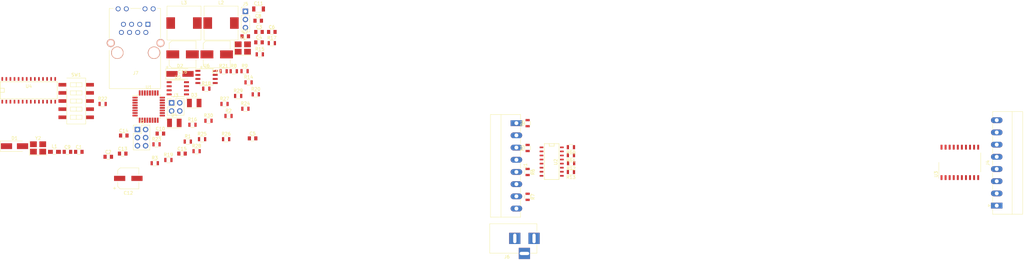
<source format=kicad_pcb>
(kicad_pcb (version 20171130) (host pcbnew 5.0.0-fee4fd1~66~ubuntu16.04.1)

  (general
    (thickness 1.6)
    (drawings 0)
    (tracks 0)
    (zones 0)
    (modules 70)
    (nets 70)
  )

  (page A4)
  (layers
    (0 F.Cu signal)
    (31 B.Cu signal)
    (32 B.Adhes user)
    (33 F.Adhes user)
    (34 B.Paste user)
    (35 F.Paste user)
    (36 B.SilkS user)
    (37 F.SilkS user)
    (38 B.Mask user)
    (39 F.Mask user)
    (40 Dwgs.User user)
    (41 Cmts.User user)
    (42 Eco1.User user)
    (43 Eco2.User user)
    (44 Edge.Cuts user)
    (45 Margin user)
    (46 B.CrtYd user)
    (47 F.CrtYd user)
    (48 B.Fab user)
    (49 F.Fab user hide)
  )

  (setup
    (last_trace_width 0.25)
    (trace_clearance 0.2)
    (zone_clearance 0.508)
    (zone_45_only no)
    (trace_min 0.2)
    (segment_width 0.2)
    (edge_width 0.15)
    (via_size 0.8)
    (via_drill 0.4)
    (via_min_size 0.4)
    (via_min_drill 0.3)
    (uvia_size 0.3)
    (uvia_drill 0.1)
    (uvias_allowed no)
    (uvia_min_size 0.2)
    (uvia_min_drill 0.1)
    (pcb_text_width 0.3)
    (pcb_text_size 1.5 1.5)
    (mod_edge_width 0.15)
    (mod_text_size 1 1)
    (mod_text_width 0.15)
    (pad_size 1.524 1.524)
    (pad_drill 0.762)
    (pad_to_mask_clearance 0.2)
    (aux_axis_origin 0 0)
    (visible_elements FFFDF77F)
    (pcbplotparams
      (layerselection 0x010fc_ffffffff)
      (usegerberextensions false)
      (usegerberattributes false)
      (usegerberadvancedattributes false)
      (creategerberjobfile false)
      (excludeedgelayer true)
      (linewidth 0.100000)
      (plotframeref false)
      (viasonmask false)
      (mode 1)
      (useauxorigin false)
      (hpglpennumber 1)
      (hpglpenspeed 20)
      (hpglpendiameter 15.000000)
      (psnegative false)
      (psa4output false)
      (plotreference true)
      (plotvalue true)
      (plotinvisibletext false)
      (padsonsilk false)
      (subtractmaskfromsilk false)
      (outputformat 1)
      (mirror false)
      (drillshape 1)
      (scaleselection 1)
      (outputdirectory ""))
  )

  (net 0 "")
  (net 1 +5V)
  (net 2 GND)
  (net 3 "Net-(C2-Pad2)")
  (net 4 "Net-(C3-Pad2)")
  (net 5 "Net-(C4-Pad2)")
  (net 6 "Net-(C5-Pad1)")
  (net 7 "Net-(C6-Pad1)")
  (net 8 /RESET)
  (net 9 "Net-(C7-Pad1)")
  (net 10 +3V3)
  (net 11 "Net-(C11-Pad1)")
  (net 12 "Net-(C12-Pad1)")
  (net 13 "Net-(C15-Pad2)")
  (net 14 "Net-(D1-Pad1)")
  (net 15 "Net-(D2-Pad1)")
  (net 16 "Net-(D3-Pad2)")
  (net 17 "Net-(D4-Pad2)")
  (net 18 "Net-(J1-Pad1)")
  (net 19 "Net-(J1-Pad2)")
  (net 20 "Net-(J1-Pad3)")
  (net 21 "Net-(J1-Pad4)")
  (net 22 "Net-(J1-Pad5)")
  (net 23 "Net-(J1-Pad6)")
  (net 24 "Net-(J1-Pad7)")
  (net 25 "Net-(J1-Pad8)")
  (net 26 /DI)
  (net 27 /DO)
  (net 28 /CLK)
  (net 29 "Net-(J3-Pad4)")
  (net 30 /TX)
  (net 31 "Net-(J3-Pad2)")
  (net 32 /RX)
  (net 33 "Net-(J4-Pad8)")
  (net 34 "Net-(J4-Pad7)")
  (net 35 "Net-(J4-Pad6)")
  (net 36 "Net-(J4-Pad5)")
  (net 37 "Net-(J4-Pad4)")
  (net 38 "Net-(J4-Pad3)")
  (net 39 "Net-(J4-Pad2)")
  (net 40 "Net-(J4-Pad1)")
  (net 41 /TPOUT+)
  (net 42 "Net-(J7-PadGK)")
  (net 43 "Net-(J7-PadYA)")
  (net 44 "Net-(J7-PadGA)")
  (net 45 "Net-(J7-PadYK)")
  (net 46 /TPOUT-)
  (net 47 /TPIN+)
  (net 48 /TPIN-)
  (net 49 /IP0)
  (net 50 /IP1)
  (net 51 /IP2)
  (net 52 "Net-(R4-Pad1)")
  (net 53 "Net-(R5-Pad1)")
  (net 54 "Net-(R6-Pad1)")
  (net 55 "Net-(R7-Pad1)")
  (net 56 /IP3)
  (net 57 /IN/OUT)
  (net 58 "Net-(R10-Pad2)")
  (net 59 "Net-(R11-Pad2)")
  (net 60 "Net-(R12-Pad2)")
  (net 61 "Net-(R14-Pad1)")
  (net 62 "Net-(R16-Pad2)")
  (net 63 "Net-(R17-Pad2)")
  (net 64 "Net-(R18-Pad2)")
  (net 65 "Net-(R25-Pad2)")
  (net 66 "Net-(R27-Pad2)")
  (net 67 "Net-(U1-Pad11)")
  (net 68 "Net-(U1-Pad10)")
  (net 69 "Net-(U1-Pad9)")

  (net_class Default "This is the default net class."
    (clearance 0.2)
    (trace_width 0.25)
    (via_dia 0.8)
    (via_drill 0.4)
    (uvia_dia 0.3)
    (uvia_drill 0.1)
    (add_net +3V3)
    (add_net +5V)
    (add_net /CLK)
    (add_net /DI)
    (add_net /DO)
    (add_net /IN/OUT)
    (add_net /IP0)
    (add_net /IP1)
    (add_net /IP2)
    (add_net /IP3)
    (add_net /RESET)
    (add_net /RX)
    (add_net /TPIN+)
    (add_net /TPIN-)
    (add_net /TPOUT+)
    (add_net /TPOUT-)
    (add_net /TX)
    (add_net GND)
    (add_net "Net-(C11-Pad1)")
    (add_net "Net-(C12-Pad1)")
    (add_net "Net-(C15-Pad2)")
    (add_net "Net-(C2-Pad2)")
    (add_net "Net-(C3-Pad2)")
    (add_net "Net-(C4-Pad2)")
    (add_net "Net-(C5-Pad1)")
    (add_net "Net-(C6-Pad1)")
    (add_net "Net-(C7-Pad1)")
    (add_net "Net-(D1-Pad1)")
    (add_net "Net-(D2-Pad1)")
    (add_net "Net-(D3-Pad2)")
    (add_net "Net-(D4-Pad2)")
    (add_net "Net-(J1-Pad1)")
    (add_net "Net-(J1-Pad2)")
    (add_net "Net-(J1-Pad3)")
    (add_net "Net-(J1-Pad4)")
    (add_net "Net-(J1-Pad5)")
    (add_net "Net-(J1-Pad6)")
    (add_net "Net-(J1-Pad7)")
    (add_net "Net-(J1-Pad8)")
    (add_net "Net-(J3-Pad2)")
    (add_net "Net-(J3-Pad4)")
    (add_net "Net-(J4-Pad1)")
    (add_net "Net-(J4-Pad2)")
    (add_net "Net-(J4-Pad3)")
    (add_net "Net-(J4-Pad4)")
    (add_net "Net-(J4-Pad5)")
    (add_net "Net-(J4-Pad6)")
    (add_net "Net-(J4-Pad7)")
    (add_net "Net-(J4-Pad8)")
    (add_net "Net-(J7-PadGA)")
    (add_net "Net-(J7-PadGK)")
    (add_net "Net-(J7-PadYA)")
    (add_net "Net-(J7-PadYK)")
    (add_net "Net-(R10-Pad2)")
    (add_net "Net-(R11-Pad2)")
    (add_net "Net-(R12-Pad2)")
    (add_net "Net-(R14-Pad1)")
    (add_net "Net-(R16-Pad2)")
    (add_net "Net-(R17-Pad2)")
    (add_net "Net-(R18-Pad2)")
    (add_net "Net-(R25-Pad2)")
    (add_net "Net-(R27-Pad2)")
    (add_net "Net-(R4-Pad1)")
    (add_net "Net-(R5-Pad1)")
    (add_net "Net-(R6-Pad1)")
    (add_net "Net-(R7-Pad1)")
    (add_net "Net-(U1-Pad10)")
    (add_net "Net-(U1-Pad11)")
    (add_net "Net-(U1-Pad9)")
  )

  (module Capacitors_SMD:C_0805 (layer F.Cu) (tedit 58AA8463) (tstamp 5B6C4E00)
    (at -65.924999 70.210001)
    (descr "Capacitor SMD 0805, reflow soldering, AVX (see smccp.pdf)")
    (tags "capacitor 0805")
    (path /5B32A8F2)
    (attr smd)
    (fp_text reference C1 (at 0 -1.5) (layer F.SilkS)
      (effects (font (size 1 1) (thickness 0.15)))
    )
    (fp_text value 100nF (at 0 1.75) (layer F.Fab)
      (effects (font (size 1 1) (thickness 0.15)))
    )
    (fp_text user %R (at 0 -1.5) (layer F.Fab)
      (effects (font (size 1 1) (thickness 0.15)))
    )
    (fp_line (start -1 0.62) (end -1 -0.62) (layer F.Fab) (width 0.1))
    (fp_line (start 1 0.62) (end -1 0.62) (layer F.Fab) (width 0.1))
    (fp_line (start 1 -0.62) (end 1 0.62) (layer F.Fab) (width 0.1))
    (fp_line (start -1 -0.62) (end 1 -0.62) (layer F.Fab) (width 0.1))
    (fp_line (start 0.5 -0.85) (end -0.5 -0.85) (layer F.SilkS) (width 0.12))
    (fp_line (start -0.5 0.85) (end 0.5 0.85) (layer F.SilkS) (width 0.12))
    (fp_line (start -1.75 -0.88) (end 1.75 -0.88) (layer F.CrtYd) (width 0.05))
    (fp_line (start -1.75 -0.88) (end -1.75 0.87) (layer F.CrtYd) (width 0.05))
    (fp_line (start 1.75 0.87) (end 1.75 -0.88) (layer F.CrtYd) (width 0.05))
    (fp_line (start 1.75 0.87) (end -1.75 0.87) (layer F.CrtYd) (width 0.05))
    (pad 1 smd rect (at -1 0) (size 1 1.25) (layers F.Cu F.Paste F.Mask)
      (net 1 +5V))
    (pad 2 smd rect (at 1 0) (size 1 1.25) (layers F.Cu F.Paste F.Mask)
      (net 2 GND))
    (model Capacitors_SMD.3dshapes/C_0805.wrl
      (at (xyz 0 0 0))
      (scale (xyz 1 1 1))
      (rotate (xyz 0 0 0))
    )
  )

  (module Capacitors_SMD:C_0805 (layer F.Cu) (tedit 58AA8463) (tstamp 5B6C4E11)
    (at -56.75 71.75)
    (descr "Capacitor SMD 0805, reflow soldering, AVX (see smccp.pdf)")
    (tags "capacitor 0805")
    (path /5B409300)
    (attr smd)
    (fp_text reference C2 (at 0 -1.5) (layer F.SilkS)
      (effects (font (size 1 1) (thickness 0.15)))
    )
    (fp_text value 100nF (at 0 1.75) (layer F.Fab)
      (effects (font (size 1 1) (thickness 0.15)))
    )
    (fp_line (start 1.75 0.87) (end -1.75 0.87) (layer F.CrtYd) (width 0.05))
    (fp_line (start 1.75 0.87) (end 1.75 -0.88) (layer F.CrtYd) (width 0.05))
    (fp_line (start -1.75 -0.88) (end -1.75 0.87) (layer F.CrtYd) (width 0.05))
    (fp_line (start -1.75 -0.88) (end 1.75 -0.88) (layer F.CrtYd) (width 0.05))
    (fp_line (start -0.5 0.85) (end 0.5 0.85) (layer F.SilkS) (width 0.12))
    (fp_line (start 0.5 -0.85) (end -0.5 -0.85) (layer F.SilkS) (width 0.12))
    (fp_line (start -1 -0.62) (end 1 -0.62) (layer F.Fab) (width 0.1))
    (fp_line (start 1 -0.62) (end 1 0.62) (layer F.Fab) (width 0.1))
    (fp_line (start 1 0.62) (end -1 0.62) (layer F.Fab) (width 0.1))
    (fp_line (start -1 0.62) (end -1 -0.62) (layer F.Fab) (width 0.1))
    (fp_text user %R (at 0 -1.5) (layer F.Fab)
      (effects (font (size 1 1) (thickness 0.15)))
    )
    (pad 2 smd rect (at 1 0) (size 1 1.25) (layers F.Cu F.Paste F.Mask)
      (net 3 "Net-(C2-Pad2)"))
    (pad 1 smd rect (at -1 0) (size 1 1.25) (layers F.Cu F.Paste F.Mask)
      (net 2 GND))
    (model Capacitors_SMD.3dshapes/C_0805.wrl
      (at (xyz 0 0 0))
      (scale (xyz 1 1 1))
      (rotate (xyz 0 0 0))
    )
  )

  (module Capacitors_SMD:C_0805 (layer F.Cu) (tedit 58AA8463) (tstamp 5B6C4E22)
    (at -9.75 32.75)
    (descr "Capacitor SMD 0805, reflow soldering, AVX (see smccp.pdf)")
    (tags "capacitor 0805")
    (path /5B362EA6)
    (attr smd)
    (fp_text reference C3 (at 0 -1.5) (layer F.SilkS)
      (effects (font (size 1 1) (thickness 0.15)))
    )
    (fp_text value 22pF (at 0 1.75) (layer F.Fab)
      (effects (font (size 1 1) (thickness 0.15)))
    )
    (fp_text user %R (at 0 -1.5) (layer F.Fab)
      (effects (font (size 1 1) (thickness 0.15)))
    )
    (fp_line (start -1 0.62) (end -1 -0.62) (layer F.Fab) (width 0.1))
    (fp_line (start 1 0.62) (end -1 0.62) (layer F.Fab) (width 0.1))
    (fp_line (start 1 -0.62) (end 1 0.62) (layer F.Fab) (width 0.1))
    (fp_line (start -1 -0.62) (end 1 -0.62) (layer F.Fab) (width 0.1))
    (fp_line (start 0.5 -0.85) (end -0.5 -0.85) (layer F.SilkS) (width 0.12))
    (fp_line (start -0.5 0.85) (end 0.5 0.85) (layer F.SilkS) (width 0.12))
    (fp_line (start -1.75 -0.88) (end 1.75 -0.88) (layer F.CrtYd) (width 0.05))
    (fp_line (start -1.75 -0.88) (end -1.75 0.87) (layer F.CrtYd) (width 0.05))
    (fp_line (start 1.75 0.87) (end 1.75 -0.88) (layer F.CrtYd) (width 0.05))
    (fp_line (start 1.75 0.87) (end -1.75 0.87) (layer F.CrtYd) (width 0.05))
    (pad 1 smd rect (at -1 0) (size 1 1.25) (layers F.Cu F.Paste F.Mask)
      (net 2 GND))
    (pad 2 smd rect (at 1 0) (size 1 1.25) (layers F.Cu F.Paste F.Mask)
      (net 4 "Net-(C3-Pad2)"))
    (model Capacitors_SMD.3dshapes/C_0805.wrl
      (at (xyz 0 0 0))
      (scale (xyz 1 1 1))
      (rotate (xyz 0 0 0))
    )
  )

  (module Capacitors_SMD:C_0805 (layer F.Cu) (tedit 58AA8463) (tstamp 5B6C4E33)
    (at -9.75 36)
    (descr "Capacitor SMD 0805, reflow soldering, AVX (see smccp.pdf)")
    (tags "capacitor 0805")
    (path /5B362E27)
    (attr smd)
    (fp_text reference C4 (at 0 -1.5) (layer F.SilkS)
      (effects (font (size 1 1) (thickness 0.15)))
    )
    (fp_text value 22pF (at 0 1.75) (layer F.Fab)
      (effects (font (size 1 1) (thickness 0.15)))
    )
    (fp_line (start 1.75 0.87) (end -1.75 0.87) (layer F.CrtYd) (width 0.05))
    (fp_line (start 1.75 0.87) (end 1.75 -0.88) (layer F.CrtYd) (width 0.05))
    (fp_line (start -1.75 -0.88) (end -1.75 0.87) (layer F.CrtYd) (width 0.05))
    (fp_line (start -1.75 -0.88) (end 1.75 -0.88) (layer F.CrtYd) (width 0.05))
    (fp_line (start -0.5 0.85) (end 0.5 0.85) (layer F.SilkS) (width 0.12))
    (fp_line (start 0.5 -0.85) (end -0.5 -0.85) (layer F.SilkS) (width 0.12))
    (fp_line (start -1 -0.62) (end 1 -0.62) (layer F.Fab) (width 0.1))
    (fp_line (start 1 -0.62) (end 1 0.62) (layer F.Fab) (width 0.1))
    (fp_line (start 1 0.62) (end -1 0.62) (layer F.Fab) (width 0.1))
    (fp_line (start -1 0.62) (end -1 -0.62) (layer F.Fab) (width 0.1))
    (fp_text user %R (at 0 -1.5) (layer F.Fab)
      (effects (font (size 1 1) (thickness 0.15)))
    )
    (pad 2 smd rect (at 1 0) (size 1 1.25) (layers F.Cu F.Paste F.Mask)
      (net 5 "Net-(C4-Pad2)"))
    (pad 1 smd rect (at -1 0) (size 1 1.25) (layers F.Cu F.Paste F.Mask)
      (net 2 GND))
    (model Capacitors_SMD.3dshapes/C_0805.wrl
      (at (xyz 0 0 0))
      (scale (xyz 1 1 1))
      (rotate (xyz 0 0 0))
    )
  )

  (module Capacitors_SMD:C_0805 (layer F.Cu) (tedit 58AA8463) (tstamp 5B6C4E44)
    (at -11.75 66)
    (descr "Capacitor SMD 0805, reflow soldering, AVX (see smccp.pdf)")
    (tags "capacitor 0805")
    (path /5B3B9095)
    (attr smd)
    (fp_text reference C5 (at 0 -1.5) (layer F.SilkS)
      (effects (font (size 1 1) (thickness 0.15)))
    )
    (fp_text value 18pF (at 0 1.75) (layer F.Fab)
      (effects (font (size 1 1) (thickness 0.15)))
    )
    (fp_line (start 1.75 0.87) (end -1.75 0.87) (layer F.CrtYd) (width 0.05))
    (fp_line (start 1.75 0.87) (end 1.75 -0.88) (layer F.CrtYd) (width 0.05))
    (fp_line (start -1.75 -0.88) (end -1.75 0.87) (layer F.CrtYd) (width 0.05))
    (fp_line (start -1.75 -0.88) (end 1.75 -0.88) (layer F.CrtYd) (width 0.05))
    (fp_line (start -0.5 0.85) (end 0.5 0.85) (layer F.SilkS) (width 0.12))
    (fp_line (start 0.5 -0.85) (end -0.5 -0.85) (layer F.SilkS) (width 0.12))
    (fp_line (start -1 -0.62) (end 1 -0.62) (layer F.Fab) (width 0.1))
    (fp_line (start 1 -0.62) (end 1 0.62) (layer F.Fab) (width 0.1))
    (fp_line (start 1 0.62) (end -1 0.62) (layer F.Fab) (width 0.1))
    (fp_line (start -1 0.62) (end -1 -0.62) (layer F.Fab) (width 0.1))
    (fp_text user %R (at 0 -1.5) (layer F.Fab)
      (effects (font (size 1 1) (thickness 0.15)))
    )
    (pad 2 smd rect (at 1 0) (size 1 1.25) (layers F.Cu F.Paste F.Mask)
      (net 2 GND))
    (pad 1 smd rect (at -1 0) (size 1 1.25) (layers F.Cu F.Paste F.Mask)
      (net 6 "Net-(C5-Pad1)"))
    (model Capacitors_SMD.3dshapes/C_0805.wrl
      (at (xyz 0 0 0))
      (scale (xyz 1 1 1))
      (rotate (xyz 0 0 0))
    )
  )

  (module Capacitors_SMD:C_0805 (layer F.Cu) (tedit 58AA8463) (tstamp 5B6C4E55)
    (at -5.75 32.75)
    (descr "Capacitor SMD 0805, reflow soldering, AVX (see smccp.pdf)")
    (tags "capacitor 0805")
    (path /5B3B9146)
    (attr smd)
    (fp_text reference C6 (at 0 -1.5) (layer F.SilkS)
      (effects (font (size 1 1) (thickness 0.15)))
    )
    (fp_text value 18pF (at 0 1.75) (layer F.Fab)
      (effects (font (size 1 1) (thickness 0.15)))
    )
    (fp_text user %R (at 0 -1.5) (layer F.Fab)
      (effects (font (size 1 1) (thickness 0.15)))
    )
    (fp_line (start -1 0.62) (end -1 -0.62) (layer F.Fab) (width 0.1))
    (fp_line (start 1 0.62) (end -1 0.62) (layer F.Fab) (width 0.1))
    (fp_line (start 1 -0.62) (end 1 0.62) (layer F.Fab) (width 0.1))
    (fp_line (start -1 -0.62) (end 1 -0.62) (layer F.Fab) (width 0.1))
    (fp_line (start 0.5 -0.85) (end -0.5 -0.85) (layer F.SilkS) (width 0.12))
    (fp_line (start -0.5 0.85) (end 0.5 0.85) (layer F.SilkS) (width 0.12))
    (fp_line (start -1.75 -0.88) (end 1.75 -0.88) (layer F.CrtYd) (width 0.05))
    (fp_line (start -1.75 -0.88) (end -1.75 0.87) (layer F.CrtYd) (width 0.05))
    (fp_line (start 1.75 0.87) (end 1.75 -0.88) (layer F.CrtYd) (width 0.05))
    (fp_line (start 1.75 0.87) (end -1.75 0.87) (layer F.CrtYd) (width 0.05))
    (pad 1 smd rect (at -1 0) (size 1 1.25) (layers F.Cu F.Paste F.Mask)
      (net 7 "Net-(C6-Pad1)"))
    (pad 2 smd rect (at 1 0) (size 1 1.25) (layers F.Cu F.Paste F.Mask)
      (net 2 GND))
    (model Capacitors_SMD.3dshapes/C_0805.wrl
      (at (xyz 0 0 0))
      (scale (xyz 1 1 1))
      (rotate (xyz 0 0 0))
    )
  )

  (module Capacitors_SMD:C_0805 (layer F.Cu) (tedit 58AA8463) (tstamp 5B6C4E66)
    (at -14.034999 34.110001)
    (descr "Capacitor SMD 0805, reflow soldering, AVX (see smccp.pdf)")
    (tags "capacitor 0805")
    (path /5B3E8AC7)
    (attr smd)
    (fp_text reference C7 (at 0 -1.5) (layer F.SilkS)
      (effects (font (size 1 1) (thickness 0.15)))
    )
    (fp_text value 100nF (at 0 1.75) (layer F.Fab)
      (effects (font (size 1 1) (thickness 0.15)))
    )
    (fp_line (start 1.75 0.87) (end -1.75 0.87) (layer F.CrtYd) (width 0.05))
    (fp_line (start 1.75 0.87) (end 1.75 -0.88) (layer F.CrtYd) (width 0.05))
    (fp_line (start -1.75 -0.88) (end -1.75 0.87) (layer F.CrtYd) (width 0.05))
    (fp_line (start -1.75 -0.88) (end 1.75 -0.88) (layer F.CrtYd) (width 0.05))
    (fp_line (start -0.5 0.85) (end 0.5 0.85) (layer F.SilkS) (width 0.12))
    (fp_line (start 0.5 -0.85) (end -0.5 -0.85) (layer F.SilkS) (width 0.12))
    (fp_line (start -1 -0.62) (end 1 -0.62) (layer F.Fab) (width 0.1))
    (fp_line (start 1 -0.62) (end 1 0.62) (layer F.Fab) (width 0.1))
    (fp_line (start 1 0.62) (end -1 0.62) (layer F.Fab) (width 0.1))
    (fp_line (start -1 0.62) (end -1 -0.62) (layer F.Fab) (width 0.1))
    (fp_text user %R (at 0 -1.5) (layer F.Fab)
      (effects (font (size 1 1) (thickness 0.15)))
    )
    (pad 2 smd rect (at 1 0) (size 1 1.25) (layers F.Cu F.Paste F.Mask)
      (net 8 /RESET))
    (pad 1 smd rect (at -1 0) (size 1 1.25) (layers F.Cu F.Paste F.Mask)
      (net 9 "Net-(C7-Pad1)"))
    (model Capacitors_SMD.3dshapes/C_0805.wrl
      (at (xyz 0 0 0))
      (scale (xyz 1 1 1))
      (rotate (xyz 0 0 0))
    )
  )

  (module Capacitors_SMD:C_0805 (layer F.Cu) (tedit 58AA8463) (tstamp 5B6C4E77)
    (at -10 29.25)
    (descr "Capacitor SMD 0805, reflow soldering, AVX (see smccp.pdf)")
    (tags "capacitor 0805")
    (path /5B407AAD)
    (attr smd)
    (fp_text reference C8 (at 0 -1.5) (layer F.SilkS)
      (effects (font (size 1 1) (thickness 0.15)))
    )
    (fp_text value 100nF (at 0 1.75) (layer F.Fab)
      (effects (font (size 1 1) (thickness 0.15)))
    )
    (fp_text user %R (at 0 -1.5) (layer F.Fab)
      (effects (font (size 1 1) (thickness 0.15)))
    )
    (fp_line (start -1 0.62) (end -1 -0.62) (layer F.Fab) (width 0.1))
    (fp_line (start 1 0.62) (end -1 0.62) (layer F.Fab) (width 0.1))
    (fp_line (start 1 -0.62) (end 1 0.62) (layer F.Fab) (width 0.1))
    (fp_line (start -1 -0.62) (end 1 -0.62) (layer F.Fab) (width 0.1))
    (fp_line (start 0.5 -0.85) (end -0.5 -0.85) (layer F.SilkS) (width 0.12))
    (fp_line (start -0.5 0.85) (end 0.5 0.85) (layer F.SilkS) (width 0.12))
    (fp_line (start -1.75 -0.88) (end 1.75 -0.88) (layer F.CrtYd) (width 0.05))
    (fp_line (start -1.75 -0.88) (end -1.75 0.87) (layer F.CrtYd) (width 0.05))
    (fp_line (start 1.75 0.87) (end 1.75 -0.88) (layer F.CrtYd) (width 0.05))
    (fp_line (start 1.75 0.87) (end -1.75 0.87) (layer F.CrtYd) (width 0.05))
    (pad 1 smd rect (at -1 0) (size 1 1.25) (layers F.Cu F.Paste F.Mask)
      (net 2 GND))
    (pad 2 smd rect (at 1 0) (size 1 1.25) (layers F.Cu F.Paste F.Mask)
      (net 1 +5V))
    (model Capacitors_SMD.3dshapes/C_0805.wrl
      (at (xyz 0 0 0))
      (scale (xyz 1 1 1))
      (rotate (xyz 0 0 0))
    )
  )

  (module Capacitors_SMD:C_0805 (layer F.Cu) (tedit 58AA8463) (tstamp 5B6C4E88)
    (at -69.474999 70.210001)
    (descr "Capacitor SMD 0805, reflow soldering, AVX (see smccp.pdf)")
    (tags "capacitor 0805")
    (path /5B3AC5EA)
    (attr smd)
    (fp_text reference C9 (at 0 -1.5) (layer F.SilkS)
      (effects (font (size 1 1) (thickness 0.15)))
    )
    (fp_text value 100nF (at 0 1.75) (layer F.Fab)
      (effects (font (size 1 1) (thickness 0.15)))
    )
    (fp_line (start 1.75 0.87) (end -1.75 0.87) (layer F.CrtYd) (width 0.05))
    (fp_line (start 1.75 0.87) (end 1.75 -0.88) (layer F.CrtYd) (width 0.05))
    (fp_line (start -1.75 -0.88) (end -1.75 0.87) (layer F.CrtYd) (width 0.05))
    (fp_line (start -1.75 -0.88) (end 1.75 -0.88) (layer F.CrtYd) (width 0.05))
    (fp_line (start -0.5 0.85) (end 0.5 0.85) (layer F.SilkS) (width 0.12))
    (fp_line (start 0.5 -0.85) (end -0.5 -0.85) (layer F.SilkS) (width 0.12))
    (fp_line (start -1 -0.62) (end 1 -0.62) (layer F.Fab) (width 0.1))
    (fp_line (start 1 -0.62) (end 1 0.62) (layer F.Fab) (width 0.1))
    (fp_line (start 1 0.62) (end -1 0.62) (layer F.Fab) (width 0.1))
    (fp_line (start -1 0.62) (end -1 -0.62) (layer F.Fab) (width 0.1))
    (fp_text user %R (at 0 -1.5) (layer F.Fab)
      (effects (font (size 1 1) (thickness 0.15)))
    )
    (pad 2 smd rect (at 1 0) (size 1 1.25) (layers F.Cu F.Paste F.Mask)
      (net 2 GND))
    (pad 1 smd rect (at -1 0) (size 1 1.25) (layers F.Cu F.Paste F.Mask)
      (net 10 +3V3))
    (model Capacitors_SMD.3dshapes/C_0805.wrl
      (at (xyz 0 0 0))
      (scale (xyz 1 1 1))
      (rotate (xyz 0 0 0))
    )
  )

  (module Capacitors_SMD:C_0805 (layer F.Cu) (tedit 58AA8463) (tstamp 5B6C4E99)
    (at -40.5 64.5)
    (descr "Capacitor SMD 0805, reflow soldering, AVX (see smccp.pdf)")
    (tags "capacitor 0805")
    (path /5B3AC8D8)
    (attr smd)
    (fp_text reference C10 (at 0 -1.5) (layer F.SilkS)
      (effects (font (size 1 1) (thickness 0.15)))
    )
    (fp_text value 100nF (at 0 1.75) (layer F.Fab)
      (effects (font (size 1 1) (thickness 0.15)))
    )
    (fp_text user %R (at 0 -1.5) (layer F.Fab)
      (effects (font (size 1 1) (thickness 0.15)))
    )
    (fp_line (start -1 0.62) (end -1 -0.62) (layer F.Fab) (width 0.1))
    (fp_line (start 1 0.62) (end -1 0.62) (layer F.Fab) (width 0.1))
    (fp_line (start 1 -0.62) (end 1 0.62) (layer F.Fab) (width 0.1))
    (fp_line (start -1 -0.62) (end 1 -0.62) (layer F.Fab) (width 0.1))
    (fp_line (start 0.5 -0.85) (end -0.5 -0.85) (layer F.SilkS) (width 0.12))
    (fp_line (start -0.5 0.85) (end 0.5 0.85) (layer F.SilkS) (width 0.12))
    (fp_line (start -1.75 -0.88) (end 1.75 -0.88) (layer F.CrtYd) (width 0.05))
    (fp_line (start -1.75 -0.88) (end -1.75 0.87) (layer F.CrtYd) (width 0.05))
    (fp_line (start 1.75 0.87) (end 1.75 -0.88) (layer F.CrtYd) (width 0.05))
    (fp_line (start 1.75 0.87) (end -1.75 0.87) (layer F.CrtYd) (width 0.05))
    (pad 1 smd rect (at -1 0) (size 1 1.25) (layers F.Cu F.Paste F.Mask)
      (net 10 +3V3))
    (pad 2 smd rect (at 1 0) (size 1 1.25) (layers F.Cu F.Paste F.Mask)
      (net 2 GND))
    (model Capacitors_SMD.3dshapes/C_0805.wrl
      (at (xyz 0 0 0))
      (scale (xyz 1 1 1))
      (rotate (xyz 0 0 0))
    )
  )

  (module Capacitors_SMD:C_1206 (layer F.Cu) (tedit 58AA84B8) (tstamp 5B6C4EAA)
    (at -9.884999 25.580001)
    (descr "Capacitor SMD 1206, reflow soldering, AVX (see smccp.pdf)")
    (tags "capacitor 1206")
    (path /5B3B57F5)
    (attr smd)
    (fp_text reference C11 (at 0 -1.75) (layer F.SilkS)
      (effects (font (size 1 1) (thickness 0.15)))
    )
    (fp_text value 10uF (at 0 2) (layer F.Fab)
      (effects (font (size 1 1) (thickness 0.15)))
    )
    (fp_line (start 2.25 1.05) (end -2.25 1.05) (layer F.CrtYd) (width 0.05))
    (fp_line (start 2.25 1.05) (end 2.25 -1.05) (layer F.CrtYd) (width 0.05))
    (fp_line (start -2.25 -1.05) (end -2.25 1.05) (layer F.CrtYd) (width 0.05))
    (fp_line (start -2.25 -1.05) (end 2.25 -1.05) (layer F.CrtYd) (width 0.05))
    (fp_line (start -1 1.02) (end 1 1.02) (layer F.SilkS) (width 0.12))
    (fp_line (start 1 -1.02) (end -1 -1.02) (layer F.SilkS) (width 0.12))
    (fp_line (start -1.6 -0.8) (end 1.6 -0.8) (layer F.Fab) (width 0.1))
    (fp_line (start 1.6 -0.8) (end 1.6 0.8) (layer F.Fab) (width 0.1))
    (fp_line (start 1.6 0.8) (end -1.6 0.8) (layer F.Fab) (width 0.1))
    (fp_line (start -1.6 0.8) (end -1.6 -0.8) (layer F.Fab) (width 0.1))
    (fp_text user %R (at 0 -1.75) (layer F.Fab)
      (effects (font (size 1 1) (thickness 0.15)))
    )
    (pad 2 smd rect (at 1.5 0) (size 1 1.6) (layers F.Cu F.Paste F.Mask)
      (net 2 GND))
    (pad 1 smd rect (at -1.5 0) (size 1 1.6) (layers F.Cu F.Paste F.Mask)
      (net 11 "Net-(C11-Pad1)"))
    (model Capacitors_SMD.3dshapes/C_1206.wrl
      (at (xyz 0 0 0))
      (scale (xyz 1 1 1))
      (rotate (xyz 0 0 0))
    )
  )

  (module Capacitors_SMD:CP_Elec_6.3x5.7 (layer F.Cu) (tedit 58AA8B43) (tstamp 5B6C4EC6)
    (at -50.5 78.5)
    (descr "SMT capacitor, aluminium electrolytic, 6.3x5.7")
    (path /5B321F5E)
    (attr smd)
    (fp_text reference C12 (at 0 4.56) (layer F.SilkS)
      (effects (font (size 1 1) (thickness 0.15)))
    )
    (fp_text value 22uF/50V (at 0 -4.56) (layer F.Fab)
      (effects (font (size 1 1) (thickness 0.15)))
    )
    (fp_line (start 4.7 3.4) (end -4.7 3.4) (layer F.CrtYd) (width 0.05))
    (fp_line (start 4.7 3.4) (end 4.7 -3.4) (layer F.CrtYd) (width 0.05))
    (fp_line (start -4.7 -3.4) (end -4.7 3.4) (layer F.CrtYd) (width 0.05))
    (fp_line (start -4.7 -3.4) (end 4.7 -3.4) (layer F.CrtYd) (width 0.05))
    (fp_line (start -2.54 -3.3) (end 3.3 -3.3) (layer F.SilkS) (width 0.12))
    (fp_line (start -3.3 -2.54) (end -2.54 -3.3) (layer F.SilkS) (width 0.12))
    (fp_line (start -2.54 3.3) (end -3.3 2.54) (layer F.SilkS) (width 0.12))
    (fp_line (start 3.3 3.3) (end -2.54 3.3) (layer F.SilkS) (width 0.12))
    (fp_line (start -3.3 -2.54) (end -3.3 -1.12) (layer F.SilkS) (width 0.12))
    (fp_line (start -3.3 2.54) (end -3.3 1.12) (layer F.SilkS) (width 0.12))
    (fp_line (start 3.3 3.3) (end 3.3 1.12) (layer F.SilkS) (width 0.12))
    (fp_line (start 3.3 -3.3) (end 3.3 -1.12) (layer F.SilkS) (width 0.12))
    (fp_line (start 3.15 -3.15) (end -2.48 -3.15) (layer F.Fab) (width 0.1))
    (fp_line (start -2.48 -3.15) (end -3.15 -2.48) (layer F.Fab) (width 0.1))
    (fp_line (start -3.15 -2.48) (end -3.15 2.48) (layer F.Fab) (width 0.1))
    (fp_line (start -3.15 2.48) (end -2.48 3.15) (layer F.Fab) (width 0.1))
    (fp_line (start -2.48 3.15) (end 3.15 3.15) (layer F.Fab) (width 0.1))
    (fp_line (start 3.15 3.15) (end 3.15 -3.15) (layer F.Fab) (width 0.1))
    (fp_text user %R (at 0 4.56) (layer F.Fab)
      (effects (font (size 1 1) (thickness 0.15)))
    )
    (fp_text user + (at -4.28 3.01) (layer F.SilkS)
      (effects (font (size 1 1) (thickness 0.15)))
    )
    (fp_text user + (at -1.79 -0.06) (layer F.Fab)
      (effects (font (size 1 1) (thickness 0.15)))
    )
    (fp_circle (center 0 0) (end 0.6 3) (layer F.Fab) (width 0.1))
    (pad 2 smd rect (at 2.7 0 180) (size 3.5 1.6) (layers F.Cu F.Paste F.Mask)
      (net 2 GND))
    (pad 1 smd rect (at -2.7 0 180) (size 3.5 1.6) (layers F.Cu F.Paste F.Mask)
      (net 12 "Net-(C12-Pad1)"))
    (model Capacitors_SMD.3dshapes/CP_Elec_6.3x5.7.wrl
      (at (xyz 0 0 0))
      (scale (xyz 1 1 1))
      (rotate (xyz 0 0 180))
    )
  )

  (module Capacitors_SMD:C_0805 (layer F.Cu) (tedit 58AA8463) (tstamp 5B6C4ED7)
    (at -52.25 70.75)
    (descr "Capacitor SMD 0805, reflow soldering, AVX (see smccp.pdf)")
    (tags "capacitor 0805")
    (path /5B3AE8D1)
    (attr smd)
    (fp_text reference C13 (at 0 -1.5) (layer F.SilkS)
      (effects (font (size 1 1) (thickness 0.15)))
    )
    (fp_text value 100nF (at 0 1.75) (layer F.Fab)
      (effects (font (size 1 1) (thickness 0.15)))
    )
    (fp_text user %R (at 0 -1.5) (layer F.Fab)
      (effects (font (size 1 1) (thickness 0.15)))
    )
    (fp_line (start -1 0.62) (end -1 -0.62) (layer F.Fab) (width 0.1))
    (fp_line (start 1 0.62) (end -1 0.62) (layer F.Fab) (width 0.1))
    (fp_line (start 1 -0.62) (end 1 0.62) (layer F.Fab) (width 0.1))
    (fp_line (start -1 -0.62) (end 1 -0.62) (layer F.Fab) (width 0.1))
    (fp_line (start 0.5 -0.85) (end -0.5 -0.85) (layer F.SilkS) (width 0.12))
    (fp_line (start -0.5 0.85) (end 0.5 0.85) (layer F.SilkS) (width 0.12))
    (fp_line (start -1.75 -0.88) (end 1.75 -0.88) (layer F.CrtYd) (width 0.05))
    (fp_line (start -1.75 -0.88) (end -1.75 0.87) (layer F.CrtYd) (width 0.05))
    (fp_line (start 1.75 0.87) (end 1.75 -0.88) (layer F.CrtYd) (width 0.05))
    (fp_line (start 1.75 0.87) (end -1.75 0.87) (layer F.CrtYd) (width 0.05))
    (pad 1 smd rect (at -1 0) (size 1 1.25) (layers F.Cu F.Paste F.Mask)
      (net 10 +3V3))
    (pad 2 smd rect (at 1 0) (size 1 1.25) (layers F.Cu F.Paste F.Mask)
      (net 2 GND))
    (model Capacitors_SMD.3dshapes/C_0805.wrl
      (at (xyz 0 0 0))
      (scale (xyz 1 1 1))
      (rotate (xyz 0 0 0))
    )
  )

  (module Capacitors_SMD:C_0805 (layer F.Cu) (tedit 58AA8463) (tstamp 5B6C4EE8)
    (at -51.904999 65.110001)
    (descr "Capacitor SMD 0805, reflow soldering, AVX (see smccp.pdf)")
    (tags "capacitor 0805")
    (path /5B3AE7EF)
    (attr smd)
    (fp_text reference C14 (at 0 -1.5) (layer F.SilkS)
      (effects (font (size 1 1) (thickness 0.15)))
    )
    (fp_text value 100nF (at 0 1.75) (layer F.Fab)
      (effects (font (size 1 1) (thickness 0.15)))
    )
    (fp_line (start 1.75 0.87) (end -1.75 0.87) (layer F.CrtYd) (width 0.05))
    (fp_line (start 1.75 0.87) (end 1.75 -0.88) (layer F.CrtYd) (width 0.05))
    (fp_line (start -1.75 -0.88) (end -1.75 0.87) (layer F.CrtYd) (width 0.05))
    (fp_line (start -1.75 -0.88) (end 1.75 -0.88) (layer F.CrtYd) (width 0.05))
    (fp_line (start -0.5 0.85) (end 0.5 0.85) (layer F.SilkS) (width 0.12))
    (fp_line (start 0.5 -0.85) (end -0.5 -0.85) (layer F.SilkS) (width 0.12))
    (fp_line (start -1 -0.62) (end 1 -0.62) (layer F.Fab) (width 0.1))
    (fp_line (start 1 -0.62) (end 1 0.62) (layer F.Fab) (width 0.1))
    (fp_line (start 1 0.62) (end -1 0.62) (layer F.Fab) (width 0.1))
    (fp_line (start -1 0.62) (end -1 -0.62) (layer F.Fab) (width 0.1))
    (fp_text user %R (at 0 -1.5) (layer F.Fab)
      (effects (font (size 1 1) (thickness 0.15)))
    )
    (pad 2 smd rect (at 1 0) (size 1 1.25) (layers F.Cu F.Paste F.Mask)
      (net 2 GND))
    (pad 1 smd rect (at -1 0) (size 1 1.25) (layers F.Cu F.Paste F.Mask)
      (net 10 +3V3))
    (model Capacitors_SMD.3dshapes/C_0805.wrl
      (at (xyz 0 0 0))
      (scale (xyz 1 1 1))
      (rotate (xyz 0 0 0))
    )
  )

  (module Capacitors_SMD:C_0805 (layer F.Cu) (tedit 58AA8463) (tstamp 5B6C4EF9)
    (at -33.75 70.75)
    (descr "Capacitor SMD 0805, reflow soldering, AVX (see smccp.pdf)")
    (tags "capacitor 0805")
    (path /5B3FA27D)
    (attr smd)
    (fp_text reference C15 (at 0 -1.5) (layer F.SilkS)
      (effects (font (size 1 1) (thickness 0.15)))
    )
    (fp_text value 100nF (at 0 1.75) (layer F.Fab)
      (effects (font (size 1 1) (thickness 0.15)))
    )
    (fp_line (start 1.75 0.87) (end -1.75 0.87) (layer F.CrtYd) (width 0.05))
    (fp_line (start 1.75 0.87) (end 1.75 -0.88) (layer F.CrtYd) (width 0.05))
    (fp_line (start -1.75 -0.88) (end -1.75 0.87) (layer F.CrtYd) (width 0.05))
    (fp_line (start -1.75 -0.88) (end 1.75 -0.88) (layer F.CrtYd) (width 0.05))
    (fp_line (start -0.5 0.85) (end 0.5 0.85) (layer F.SilkS) (width 0.12))
    (fp_line (start 0.5 -0.85) (end -0.5 -0.85) (layer F.SilkS) (width 0.12))
    (fp_line (start -1 -0.62) (end 1 -0.62) (layer F.Fab) (width 0.1))
    (fp_line (start 1 -0.62) (end 1 0.62) (layer F.Fab) (width 0.1))
    (fp_line (start 1 0.62) (end -1 0.62) (layer F.Fab) (width 0.1))
    (fp_line (start -1 0.62) (end -1 -0.62) (layer F.Fab) (width 0.1))
    (fp_text user %R (at 0 -1.5) (layer F.Fab)
      (effects (font (size 1 1) (thickness 0.15)))
    )
    (pad 2 smd rect (at 1 0) (size 1 1.25) (layers F.Cu F.Paste F.Mask)
      (net 13 "Net-(C15-Pad2)"))
    (pad 1 smd rect (at -1 0) (size 1 1.25) (layers F.Cu F.Paste F.Mask)
      (net 2 GND))
    (model Capacitors_SMD.3dshapes/C_0805.wrl
      (at (xyz 0 0 0))
      (scale (xyz 1 1 1))
      (rotate (xyz 0 0 0))
    )
  )

  (module Capacitors_SMD:CP_Elec_8x10.5 (layer F.Cu) (tedit 58AA8BC3) (tstamp 5B6C4F15)
    (at -33.584999 39.765001)
    (descr "SMT capacitor, aluminium electrolytic, 8x10.5")
    (path /5B321FDB)
    (attr smd)
    (fp_text reference C16 (at 0 5.45) (layer F.SilkS)
      (effects (font (size 1 1) (thickness 0.15)))
    )
    (fp_text value 220uF/25V (at 0 -5.45) (layer F.Fab)
      (effects (font (size 1 1) (thickness 0.15)))
    )
    (fp_circle (center 0 0) (end 1.3 3.7) (layer F.Fab) (width 0.1))
    (fp_text user + (at -2.27 -0.08) (layer F.Fab)
      (effects (font (size 1 1) (thickness 0.15)))
    )
    (fp_text user + (at -4.78 3.91) (layer F.SilkS)
      (effects (font (size 1 1) (thickness 0.15)))
    )
    (fp_text user %R (at 0 5.45) (layer F.Fab)
      (effects (font (size 1 1) (thickness 0.15)))
    )
    (fp_line (start 4.04 4.04) (end 4.04 -4.04) (layer F.Fab) (width 0.1))
    (fp_line (start -3.37 4.04) (end 4.04 4.04) (layer F.Fab) (width 0.1))
    (fp_line (start -4.04 3.37) (end -3.37 4.04) (layer F.Fab) (width 0.1))
    (fp_line (start -4.04 -3.37) (end -4.04 3.37) (layer F.Fab) (width 0.1))
    (fp_line (start -3.37 -4.04) (end -4.04 -3.37) (layer F.Fab) (width 0.1))
    (fp_line (start 4.04 -4.04) (end -3.37 -4.04) (layer F.Fab) (width 0.1))
    (fp_line (start -4.19 3.43) (end -4.19 1.51) (layer F.SilkS) (width 0.12))
    (fp_line (start -4.19 -3.43) (end -4.19 -1.51) (layer F.SilkS) (width 0.12))
    (fp_line (start 4.19 4.19) (end 4.19 1.51) (layer F.SilkS) (width 0.12))
    (fp_line (start 4.19 -4.19) (end 4.19 -1.51) (layer F.SilkS) (width 0.12))
    (fp_line (start 4.19 4.19) (end -3.43 4.19) (layer F.SilkS) (width 0.12))
    (fp_line (start -3.43 4.19) (end -4.19 3.43) (layer F.SilkS) (width 0.12))
    (fp_line (start -4.19 -3.43) (end -3.43 -4.19) (layer F.SilkS) (width 0.12))
    (fp_line (start -3.43 -4.19) (end 4.19 -4.19) (layer F.SilkS) (width 0.12))
    (fp_line (start -5.3 -4.29) (end 5.3 -4.29) (layer F.CrtYd) (width 0.05))
    (fp_line (start -5.3 -4.29) (end -5.3 4.29) (layer F.CrtYd) (width 0.05))
    (fp_line (start 5.3 4.29) (end 5.3 -4.29) (layer F.CrtYd) (width 0.05))
    (fp_line (start 5.3 4.29) (end -5.3 4.29) (layer F.CrtYd) (width 0.05))
    (pad 1 smd rect (at -3.05 0 180) (size 4 2.5) (layers F.Cu F.Paste F.Mask)
      (net 1 +5V))
    (pad 2 smd rect (at 3.05 0 180) (size 4 2.5) (layers F.Cu F.Paste F.Mask)
      (net 2 GND))
    (model Capacitors_SMD.3dshapes/CP_Elec_8x10.5.wrl
      (at (xyz 0 0 0))
      (scale (xyz 1 1 1))
      (rotate (xyz 0 0 180))
    )
  )

  (module Capacitors_SMD:CP_Elec_8x10.5 (layer F.Cu) (tedit 58AA8BC3) (tstamp 5B6C4F31)
    (at -22.934999 39.765001)
    (descr "SMT capacitor, aluminium electrolytic, 8x10.5")
    (path /5B3D33D7)
    (attr smd)
    (fp_text reference C17 (at 0 5.45) (layer F.SilkS)
      (effects (font (size 1 1) (thickness 0.15)))
    )
    (fp_text value 220uF/25V (at 0 -5.45) (layer F.Fab)
      (effects (font (size 1 1) (thickness 0.15)))
    )
    (fp_line (start 5.3 4.29) (end -5.3 4.29) (layer F.CrtYd) (width 0.05))
    (fp_line (start 5.3 4.29) (end 5.3 -4.29) (layer F.CrtYd) (width 0.05))
    (fp_line (start -5.3 -4.29) (end -5.3 4.29) (layer F.CrtYd) (width 0.05))
    (fp_line (start -5.3 -4.29) (end 5.3 -4.29) (layer F.CrtYd) (width 0.05))
    (fp_line (start -3.43 -4.19) (end 4.19 -4.19) (layer F.SilkS) (width 0.12))
    (fp_line (start -4.19 -3.43) (end -3.43 -4.19) (layer F.SilkS) (width 0.12))
    (fp_line (start -3.43 4.19) (end -4.19 3.43) (layer F.SilkS) (width 0.12))
    (fp_line (start 4.19 4.19) (end -3.43 4.19) (layer F.SilkS) (width 0.12))
    (fp_line (start 4.19 -4.19) (end 4.19 -1.51) (layer F.SilkS) (width 0.12))
    (fp_line (start 4.19 4.19) (end 4.19 1.51) (layer F.SilkS) (width 0.12))
    (fp_line (start -4.19 -3.43) (end -4.19 -1.51) (layer F.SilkS) (width 0.12))
    (fp_line (start -4.19 3.43) (end -4.19 1.51) (layer F.SilkS) (width 0.12))
    (fp_line (start 4.04 -4.04) (end -3.37 -4.04) (layer F.Fab) (width 0.1))
    (fp_line (start -3.37 -4.04) (end -4.04 -3.37) (layer F.Fab) (width 0.1))
    (fp_line (start -4.04 -3.37) (end -4.04 3.37) (layer F.Fab) (width 0.1))
    (fp_line (start -4.04 3.37) (end -3.37 4.04) (layer F.Fab) (width 0.1))
    (fp_line (start -3.37 4.04) (end 4.04 4.04) (layer F.Fab) (width 0.1))
    (fp_line (start 4.04 4.04) (end 4.04 -4.04) (layer F.Fab) (width 0.1))
    (fp_text user %R (at 0 5.45) (layer F.Fab)
      (effects (font (size 1 1) (thickness 0.15)))
    )
    (fp_text user + (at -4.78 3.91) (layer F.SilkS)
      (effects (font (size 1 1) (thickness 0.15)))
    )
    (fp_text user + (at -2.27 -0.08) (layer F.Fab)
      (effects (font (size 1 1) (thickness 0.15)))
    )
    (fp_circle (center 0 0) (end 1.3 3.7) (layer F.Fab) (width 0.1))
    (pad 2 smd rect (at 3.05 0 180) (size 4 2.5) (layers F.Cu F.Paste F.Mask)
      (net 2 GND))
    (pad 1 smd rect (at -3.05 0 180) (size 4 2.5) (layers F.Cu F.Paste F.Mask)
      (net 10 +3V3))
    (model Capacitors_SMD.3dshapes/CP_Elec_8x10.5.wrl
      (at (xyz 0 0 0))
      (scale (xyz 1 1 1))
      (rotate (xyz 0 0 180))
    )
  )

  (module Diodes_SMD:D_SMA_Handsoldering (layer F.Cu) (tedit 58643398) (tstamp 5B6C4F49)
    (at -85.974999 68.435001)
    (descr "Diode SMA (DO-214AC) Handsoldering")
    (tags "Diode SMA (DO-214AC) Handsoldering")
    (path /5B321B81)
    (attr smd)
    (fp_text reference D1 (at 0 -2.5) (layer F.SilkS)
      (effects (font (size 1 1) (thickness 0.15)))
    )
    (fp_text value SS26 (at 0 2.6) (layer F.Fab)
      (effects (font (size 1 1) (thickness 0.15)))
    )
    (fp_text user %R (at 0 -2.5) (layer F.Fab)
      (effects (font (size 1 1) (thickness 0.15)))
    )
    (fp_line (start -4.4 -1.65) (end -4.4 1.65) (layer F.SilkS) (width 0.12))
    (fp_line (start 2.3 1.5) (end -2.3 1.5) (layer F.Fab) (width 0.1))
    (fp_line (start -2.3 1.5) (end -2.3 -1.5) (layer F.Fab) (width 0.1))
    (fp_line (start 2.3 -1.5) (end 2.3 1.5) (layer F.Fab) (width 0.1))
    (fp_line (start 2.3 -1.5) (end -2.3 -1.5) (layer F.Fab) (width 0.1))
    (fp_line (start -4.5 -1.75) (end 4.5 -1.75) (layer F.CrtYd) (width 0.05))
    (fp_line (start 4.5 -1.75) (end 4.5 1.75) (layer F.CrtYd) (width 0.05))
    (fp_line (start 4.5 1.75) (end -4.5 1.75) (layer F.CrtYd) (width 0.05))
    (fp_line (start -4.5 1.75) (end -4.5 -1.75) (layer F.CrtYd) (width 0.05))
    (fp_line (start -0.64944 0.00102) (end -1.55114 0.00102) (layer F.Fab) (width 0.1))
    (fp_line (start 0.50118 0.00102) (end 1.4994 0.00102) (layer F.Fab) (width 0.1))
    (fp_line (start -0.64944 -0.79908) (end -0.64944 0.80112) (layer F.Fab) (width 0.1))
    (fp_line (start 0.50118 0.75032) (end 0.50118 -0.79908) (layer F.Fab) (width 0.1))
    (fp_line (start -0.64944 0.00102) (end 0.50118 0.75032) (layer F.Fab) (width 0.1))
    (fp_line (start -0.64944 0.00102) (end 0.50118 -0.79908) (layer F.Fab) (width 0.1))
    (fp_line (start -4.4 1.65) (end 2.5 1.65) (layer F.SilkS) (width 0.12))
    (fp_line (start -4.4 -1.65) (end 2.5 -1.65) (layer F.SilkS) (width 0.12))
    (pad 1 smd rect (at -2.5 0) (size 3.5 1.8) (layers F.Cu F.Paste F.Mask)
      (net 14 "Net-(D1-Pad1)"))
    (pad 2 smd rect (at 2.5 0) (size 3.5 1.8) (layers F.Cu F.Paste F.Mask)
      (net 2 GND))
    (model ${KISYS3DMOD}/Diodes_SMD.3dshapes/D_SMA.wrl
      (at (xyz 0 0 0))
      (scale (xyz 1 1 1))
      (rotate (xyz 0 0 0))
    )
  )

  (module Diodes_SMD:D_SMA_Handsoldering (layer F.Cu) (tedit 58643398) (tstamp 5B6C4F61)
    (at -34.384999 45.855001)
    (descr "Diode SMA (DO-214AC) Handsoldering")
    (tags "Diode SMA (DO-214AC) Handsoldering")
    (path /5B3D33C5)
    (attr smd)
    (fp_text reference D2 (at 0 -2.5) (layer F.SilkS)
      (effects (font (size 1 1) (thickness 0.15)))
    )
    (fp_text value SS26 (at 0 2.6) (layer F.Fab)
      (effects (font (size 1 1) (thickness 0.15)))
    )
    (fp_line (start -4.4 -1.65) (end 2.5 -1.65) (layer F.SilkS) (width 0.12))
    (fp_line (start -4.4 1.65) (end 2.5 1.65) (layer F.SilkS) (width 0.12))
    (fp_line (start -0.64944 0.00102) (end 0.50118 -0.79908) (layer F.Fab) (width 0.1))
    (fp_line (start -0.64944 0.00102) (end 0.50118 0.75032) (layer F.Fab) (width 0.1))
    (fp_line (start 0.50118 0.75032) (end 0.50118 -0.79908) (layer F.Fab) (width 0.1))
    (fp_line (start -0.64944 -0.79908) (end -0.64944 0.80112) (layer F.Fab) (width 0.1))
    (fp_line (start 0.50118 0.00102) (end 1.4994 0.00102) (layer F.Fab) (width 0.1))
    (fp_line (start -0.64944 0.00102) (end -1.55114 0.00102) (layer F.Fab) (width 0.1))
    (fp_line (start -4.5 1.75) (end -4.5 -1.75) (layer F.CrtYd) (width 0.05))
    (fp_line (start 4.5 1.75) (end -4.5 1.75) (layer F.CrtYd) (width 0.05))
    (fp_line (start 4.5 -1.75) (end 4.5 1.75) (layer F.CrtYd) (width 0.05))
    (fp_line (start -4.5 -1.75) (end 4.5 -1.75) (layer F.CrtYd) (width 0.05))
    (fp_line (start 2.3 -1.5) (end -2.3 -1.5) (layer F.Fab) (width 0.1))
    (fp_line (start 2.3 -1.5) (end 2.3 1.5) (layer F.Fab) (width 0.1))
    (fp_line (start -2.3 1.5) (end -2.3 -1.5) (layer F.Fab) (width 0.1))
    (fp_line (start 2.3 1.5) (end -2.3 1.5) (layer F.Fab) (width 0.1))
    (fp_line (start -4.4 -1.65) (end -4.4 1.65) (layer F.SilkS) (width 0.12))
    (fp_text user %R (at 0 -2.5) (layer F.Fab)
      (effects (font (size 1 1) (thickness 0.15)))
    )
    (pad 2 smd rect (at 2.5 0) (size 3.5 1.8) (layers F.Cu F.Paste F.Mask)
      (net 2 GND))
    (pad 1 smd rect (at -2.5 0) (size 3.5 1.8) (layers F.Cu F.Paste F.Mask)
      (net 15 "Net-(D2-Pad1)"))
    (model ${KISYS3DMOD}/Diodes_SMD.3dshapes/D_SMA.wrl
      (at (xyz 0 0 0))
      (scale (xyz 1 1 1))
      (rotate (xyz 0 0 0))
    )
  )

  (module LEDs:LED_PLCC-2 (layer F.Cu) (tedit 59959404) (tstamp 5B6C4F75)
    (at -29.944999 54.955001)
    (descr "LED PLCC-2 SMD package")
    (tags "LED PLCC-2 SMD")
    (path /5B3FDFDB)
    (attr smd)
    (fp_text reference D3 (at 0 -2.5) (layer F.SilkS)
      (effects (font (size 1 1) (thickness 0.15)))
    )
    (fp_text value 5V (at 0 2.5) (layer F.Fab)
      (effects (font (size 1 1) (thickness 0.15)))
    )
    (fp_text user %R (at 0 0) (layer F.Fab)
      (effects (font (size 0.4 0.4) (thickness 0.1)))
    )
    (fp_line (start -2.4 -1.6) (end -2.4 -0.8) (layer F.SilkS) (width 0.12))
    (fp_line (start 2.25 -1.6) (end -2.4 -1.6) (layer F.SilkS) (width 0.12))
    (fp_line (start 2.25 1.6) (end -2.4 1.6) (layer F.SilkS) (width 0.12))
    (fp_line (start -2.65 1.85) (end -2.65 -1.85) (layer F.CrtYd) (width 0.05))
    (fp_line (start 2.5 1.85) (end -2.65 1.85) (layer F.CrtYd) (width 0.05))
    (fp_line (start 2.5 -1.85) (end 2.5 1.85) (layer F.CrtYd) (width 0.05))
    (fp_line (start -2.65 -1.85) (end 2.5 -1.85) (layer F.CrtYd) (width 0.05))
    (fp_line (start -1.7 1.5) (end 1.7 1.5) (layer F.Fab) (width 0.1))
    (fp_line (start -1.7 -1.5) (end -1.7 1.5) (layer F.Fab) (width 0.1))
    (fp_line (start 1.7 -1.5) (end -1.7 -1.5) (layer F.Fab) (width 0.1))
    (fp_line (start 1.7 1.5) (end 1.7 -1.5) (layer F.Fab) (width 0.1))
    (fp_line (start -1.7 -0.6) (end -0.8 -1.5) (layer F.Fab) (width 0.1))
    (fp_circle (center 0 0) (end 0 -1.25) (layer F.Fab) (width 0.1))
    (pad 2 smd rect (at 1.5 0) (size 1.5 2.6) (layers F.Cu F.Paste F.Mask)
      (net 16 "Net-(D3-Pad2)"))
    (pad 1 smd rect (at -1.5 0) (size 1.5 2.6) (layers F.Cu F.Paste F.Mask)
      (net 2 GND))
    (model ${KISYS3DMOD}/LEDs.3dshapes/LED_PLCC-2.wrl
      (at (xyz 0 0 0))
      (scale (xyz 1 1 1))
      (rotate (xyz 0 0 0))
    )
  )

  (module LEDs:LED_PLCC-2 (layer F.Cu) (tedit 59959404) (tstamp 5B6C4F89)
    (at -36.144999 61.155001)
    (descr "LED PLCC-2 SMD package")
    (tags "LED PLCC-2 SMD")
    (path /5B40109F)
    (attr smd)
    (fp_text reference D4 (at 0 -2.5) (layer F.SilkS)
      (effects (font (size 1 1) (thickness 0.15)))
    )
    (fp_text value 3.3V (at 0 2.5) (layer F.Fab)
      (effects (font (size 1 1) (thickness 0.15)))
    )
    (fp_circle (center 0 0) (end 0 -1.25) (layer F.Fab) (width 0.1))
    (fp_line (start -1.7 -0.6) (end -0.8 -1.5) (layer F.Fab) (width 0.1))
    (fp_line (start 1.7 1.5) (end 1.7 -1.5) (layer F.Fab) (width 0.1))
    (fp_line (start 1.7 -1.5) (end -1.7 -1.5) (layer F.Fab) (width 0.1))
    (fp_line (start -1.7 -1.5) (end -1.7 1.5) (layer F.Fab) (width 0.1))
    (fp_line (start -1.7 1.5) (end 1.7 1.5) (layer F.Fab) (width 0.1))
    (fp_line (start -2.65 -1.85) (end 2.5 -1.85) (layer F.CrtYd) (width 0.05))
    (fp_line (start 2.5 -1.85) (end 2.5 1.85) (layer F.CrtYd) (width 0.05))
    (fp_line (start 2.5 1.85) (end -2.65 1.85) (layer F.CrtYd) (width 0.05))
    (fp_line (start -2.65 1.85) (end -2.65 -1.85) (layer F.CrtYd) (width 0.05))
    (fp_line (start 2.25 1.6) (end -2.4 1.6) (layer F.SilkS) (width 0.12))
    (fp_line (start 2.25 -1.6) (end -2.4 -1.6) (layer F.SilkS) (width 0.12))
    (fp_line (start -2.4 -1.6) (end -2.4 -0.8) (layer F.SilkS) (width 0.12))
    (fp_text user %R (at 0 0) (layer F.Fab)
      (effects (font (size 0.4 0.4) (thickness 0.1)))
    )
    (pad 1 smd rect (at -1.5 0) (size 1.5 2.6) (layers F.Cu F.Paste F.Mask)
      (net 2 GND))
    (pad 2 smd rect (at 1.5 0) (size 1.5 2.6) (layers F.Cu F.Paste F.Mask)
      (net 17 "Net-(D4-Pad2)"))
    (model ${KISYS3DMOD}/LEDs.3dshapes/LED_PLCC-2.wrl
      (at (xyz 0 0 0))
      (scale (xyz 1 1 1))
      (rotate (xyz 0 0 0))
    )
  )

  (module Connectors_Phoenix:PhoenixContact_MC-G_08x3.81mm_Angled (layer F.Cu) (tedit 59566E60) (tstamp 5B6C5FDE)
    (at 70.5 61.25 270)
    (descr "Generic Phoenix Contact connector footprint for series: MC-G; number of pins: 08; pin pitch: 3.81mm; Angled || order number: 1803332 8A 160V")
    (tags "phoenix_contact connector MC_01x08_G_3.81mm")
    (path /5B32AE99)
    (fp_text reference J1 (at 13.335 -2.8 270) (layer F.SilkS)
      (effects (font (size 1 1) (thickness 0.15)))
    )
    (fp_text value Inputs (at 13.335 9 270) (layer F.Fab)
      (effects (font (size 1 1) (thickness 0.15)))
    )
    (fp_line (start -2.68 -1.28) (end -2.68 8.08) (layer F.SilkS) (width 0.12))
    (fp_line (start -2.68 8.08) (end 29.35 8.08) (layer F.SilkS) (width 0.12))
    (fp_line (start 29.35 8.08) (end 29.35 -1.28) (layer F.SilkS) (width 0.12))
    (fp_line (start -2.68 -1.28) (end -1.05 -1.28) (layer F.SilkS) (width 0.12))
    (fp_line (start 29.35 -1.28) (end 27.72 -1.28) (layer F.SilkS) (width 0.12))
    (fp_line (start 1.05 -1.28) (end 2.76 -1.28) (layer F.SilkS) (width 0.12))
    (fp_line (start 4.86 -1.28) (end 6.57 -1.28) (layer F.SilkS) (width 0.12))
    (fp_line (start 8.67 -1.28) (end 10.38 -1.28) (layer F.SilkS) (width 0.12))
    (fp_line (start 12.48 -1.28) (end 14.19 -1.28) (layer F.SilkS) (width 0.12))
    (fp_line (start 16.29 -1.28) (end 18 -1.28) (layer F.SilkS) (width 0.12))
    (fp_line (start 20.1 -1.28) (end 21.81 -1.28) (layer F.SilkS) (width 0.12))
    (fp_line (start 23.91 -1.28) (end 25.62 -1.28) (layer F.SilkS) (width 0.12))
    (fp_line (start -2.6 -1.2) (end -2.6 8) (layer F.Fab) (width 0.1))
    (fp_line (start -2.6 8) (end 29.27 8) (layer F.Fab) (width 0.1))
    (fp_line (start 29.27 8) (end 29.27 -1.2) (layer F.Fab) (width 0.1))
    (fp_line (start 29.27 -1.2) (end -2.6 -1.2) (layer F.Fab) (width 0.1))
    (fp_line (start -2.68 4.8) (end 29.35 4.8) (layer F.SilkS) (width 0.12))
    (fp_line (start -3.18 -2.3) (end -3.18 8.5) (layer F.CrtYd) (width 0.05))
    (fp_line (start -3.18 8.5) (end 29.77 8.5) (layer F.CrtYd) (width 0.05))
    (fp_line (start 29.77 8.5) (end 29.77 -2.3) (layer F.CrtYd) (width 0.05))
    (fp_line (start 29.77 -2.3) (end -3.18 -2.3) (layer F.CrtYd) (width 0.05))
    (fp_line (start 0.3 -2.6) (end 0 -2) (layer F.SilkS) (width 0.12))
    (fp_line (start 0 -2) (end -0.3 -2.6) (layer F.SilkS) (width 0.12))
    (fp_line (start -0.3 -2.6) (end 0.3 -2.6) (layer F.SilkS) (width 0.12))
    (fp_line (start 0.8 -1.2) (end 0 0) (layer F.Fab) (width 0.1))
    (fp_line (start 0 0) (end -0.8 -1.2) (layer F.Fab) (width 0.1))
    (fp_text user %R (at 13.335 3 270) (layer F.Fab)
      (effects (font (size 1 1) (thickness 0.15)))
    )
    (pad 1 thru_hole rect (at 0 0 270) (size 1.8 3.6) (drill 1.2) (layers *.Cu *.Mask)
      (net 18 "Net-(J1-Pad1)"))
    (pad 2 thru_hole oval (at 3.81 0 270) (size 1.8 3.6) (drill 1.2) (layers *.Cu *.Mask)
      (net 19 "Net-(J1-Pad2)"))
    (pad 3 thru_hole oval (at 7.62 0 270) (size 1.8 3.6) (drill 1.2) (layers *.Cu *.Mask)
      (net 20 "Net-(J1-Pad3)"))
    (pad 4 thru_hole oval (at 11.43 0 270) (size 1.8 3.6) (drill 1.2) (layers *.Cu *.Mask)
      (net 21 "Net-(J1-Pad4)"))
    (pad 5 thru_hole oval (at 15.24 0 270) (size 1.8 3.6) (drill 1.2) (layers *.Cu *.Mask)
      (net 22 "Net-(J1-Pad5)"))
    (pad 6 thru_hole oval (at 19.05 0 270) (size 1.8 3.6) (drill 1.2) (layers *.Cu *.Mask)
      (net 23 "Net-(J1-Pad6)"))
    (pad 7 thru_hole oval (at 22.86 0 270) (size 1.8 3.6) (drill 1.2) (layers *.Cu *.Mask)
      (net 24 "Net-(J1-Pad7)"))
    (pad 8 thru_hole oval (at 26.67 0 270) (size 1.8 3.6) (drill 1.2) (layers *.Cu *.Mask)
      (net 25 "Net-(J1-Pad8)"))
    (model ${KISYS3DMOD}/Connectors_Phoenix.3dshapes/PhoenixContact_MC-G_08x3.81mm_Angled.wrl
      (at (xyz 0 0 0))
      (scale (xyz 1 1 1))
      (rotate (xyz 0 0 0))
    )
  )

  (module Pin_Headers:Pin_Header_Straight_2x03_Pitch2.54mm (layer F.Cu) (tedit 59650532) (tstamp 5B6C4FCC)
    (at -47.644999 63.225001)
    (descr "Through hole straight pin header, 2x03, 2.54mm pitch, double rows")
    (tags "Through hole pin header THT 2x03 2.54mm double row")
    (path /5B3640FD)
    (fp_text reference J2 (at 1.27 -2.33) (layer F.SilkS)
      (effects (font (size 1 1) (thickness 0.15)))
    )
    (fp_text value SPI (at 1.27 7.41) (layer F.Fab)
      (effects (font (size 1 1) (thickness 0.15)))
    )
    (fp_text user %R (at 1.27 2.54 90) (layer F.Fab)
      (effects (font (size 1 1) (thickness 0.15)))
    )
    (fp_line (start 4.35 -1.8) (end -1.8 -1.8) (layer F.CrtYd) (width 0.05))
    (fp_line (start 4.35 6.85) (end 4.35 -1.8) (layer F.CrtYd) (width 0.05))
    (fp_line (start -1.8 6.85) (end 4.35 6.85) (layer F.CrtYd) (width 0.05))
    (fp_line (start -1.8 -1.8) (end -1.8 6.85) (layer F.CrtYd) (width 0.05))
    (fp_line (start -1.33 -1.33) (end 0 -1.33) (layer F.SilkS) (width 0.12))
    (fp_line (start -1.33 0) (end -1.33 -1.33) (layer F.SilkS) (width 0.12))
    (fp_line (start 1.27 -1.33) (end 3.87 -1.33) (layer F.SilkS) (width 0.12))
    (fp_line (start 1.27 1.27) (end 1.27 -1.33) (layer F.SilkS) (width 0.12))
    (fp_line (start -1.33 1.27) (end 1.27 1.27) (layer F.SilkS) (width 0.12))
    (fp_line (start 3.87 -1.33) (end 3.87 6.41) (layer F.SilkS) (width 0.12))
    (fp_line (start -1.33 1.27) (end -1.33 6.41) (layer F.SilkS) (width 0.12))
    (fp_line (start -1.33 6.41) (end 3.87 6.41) (layer F.SilkS) (width 0.12))
    (fp_line (start -1.27 0) (end 0 -1.27) (layer F.Fab) (width 0.1))
    (fp_line (start -1.27 6.35) (end -1.27 0) (layer F.Fab) (width 0.1))
    (fp_line (start 3.81 6.35) (end -1.27 6.35) (layer F.Fab) (width 0.1))
    (fp_line (start 3.81 -1.27) (end 3.81 6.35) (layer F.Fab) (width 0.1))
    (fp_line (start 0 -1.27) (end 3.81 -1.27) (layer F.Fab) (width 0.1))
    (pad 6 thru_hole oval (at 2.54 5.08) (size 1.7 1.7) (drill 1) (layers *.Cu *.Mask)
      (net 26 /DI))
    (pad 5 thru_hole oval (at 0 5.08) (size 1.7 1.7) (drill 1) (layers *.Cu *.Mask)
      (net 2 GND))
    (pad 4 thru_hole oval (at 2.54 2.54) (size 1.7 1.7) (drill 1) (layers *.Cu *.Mask)
      (net 27 /DO))
    (pad 3 thru_hole oval (at 0 2.54) (size 1.7 1.7) (drill 1) (layers *.Cu *.Mask)
      (net 8 /RESET))
    (pad 2 thru_hole oval (at 2.54 0) (size 1.7 1.7) (drill 1) (layers *.Cu *.Mask)
      (net 28 /CLK))
    (pad 1 thru_hole rect (at 0 0) (size 1.7 1.7) (drill 1) (layers *.Cu *.Mask)
      (net 1 +5V))
    (model ${KISYS3DMOD}/Pin_Headers.3dshapes/Pin_Header_Straight_2x03_Pitch2.54mm.wrl
      (at (xyz 0 0 0))
      (scale (xyz 1 1 1))
      (rotate (xyz 0 0 0))
    )
  )

  (module Pin_Headers:Pin_Header_Straight_2x02_Pitch2.54mm (layer F.Cu) (tedit 59650532) (tstamp 5B6C4FE6)
    (at -36.994999 54.905001)
    (descr "Through hole straight pin header, 2x02, 2.54mm pitch, double rows")
    (tags "Through hole pin header THT 2x02 2.54mm double row")
    (path /5B3D05C9)
    (fp_text reference J3 (at 1.27 -2.33) (layer F.SilkS)
      (effects (font (size 1 1) (thickness 0.15)))
    )
    (fp_text value Prog_EN (at 1.27 4.87) (layer F.Fab)
      (effects (font (size 1 1) (thickness 0.15)))
    )
    (fp_text user %R (at 1.27 1.27 90) (layer F.Fab)
      (effects (font (size 1 1) (thickness 0.15)))
    )
    (fp_line (start 4.35 -1.8) (end -1.8 -1.8) (layer F.CrtYd) (width 0.05))
    (fp_line (start 4.35 4.35) (end 4.35 -1.8) (layer F.CrtYd) (width 0.05))
    (fp_line (start -1.8 4.35) (end 4.35 4.35) (layer F.CrtYd) (width 0.05))
    (fp_line (start -1.8 -1.8) (end -1.8 4.35) (layer F.CrtYd) (width 0.05))
    (fp_line (start -1.33 -1.33) (end 0 -1.33) (layer F.SilkS) (width 0.12))
    (fp_line (start -1.33 0) (end -1.33 -1.33) (layer F.SilkS) (width 0.12))
    (fp_line (start 1.27 -1.33) (end 3.87 -1.33) (layer F.SilkS) (width 0.12))
    (fp_line (start 1.27 1.27) (end 1.27 -1.33) (layer F.SilkS) (width 0.12))
    (fp_line (start -1.33 1.27) (end 1.27 1.27) (layer F.SilkS) (width 0.12))
    (fp_line (start 3.87 -1.33) (end 3.87 3.87) (layer F.SilkS) (width 0.12))
    (fp_line (start -1.33 1.27) (end -1.33 3.87) (layer F.SilkS) (width 0.12))
    (fp_line (start -1.33 3.87) (end 3.87 3.87) (layer F.SilkS) (width 0.12))
    (fp_line (start -1.27 0) (end 0 -1.27) (layer F.Fab) (width 0.1))
    (fp_line (start -1.27 3.81) (end -1.27 0) (layer F.Fab) (width 0.1))
    (fp_line (start 3.81 3.81) (end -1.27 3.81) (layer F.Fab) (width 0.1))
    (fp_line (start 3.81 -1.27) (end 3.81 3.81) (layer F.Fab) (width 0.1))
    (fp_line (start 0 -1.27) (end 3.81 -1.27) (layer F.Fab) (width 0.1))
    (pad 4 thru_hole oval (at 2.54 2.54) (size 1.7 1.7) (drill 1) (layers *.Cu *.Mask)
      (net 29 "Net-(J3-Pad4)"))
    (pad 3 thru_hole oval (at 0 2.54) (size 1.7 1.7) (drill 1) (layers *.Cu *.Mask)
      (net 30 /TX))
    (pad 2 thru_hole oval (at 2.54 0) (size 1.7 1.7) (drill 1) (layers *.Cu *.Mask)
      (net 31 "Net-(J3-Pad2)"))
    (pad 1 thru_hole rect (at 0 0) (size 1.7 1.7) (drill 1) (layers *.Cu *.Mask)
      (net 32 /RX))
    (model ${KISYS3DMOD}/Pin_Headers.3dshapes/Pin_Header_Straight_2x02_Pitch2.54mm.wrl
      (at (xyz 0 0 0))
      (scale (xyz 1 1 1))
      (rotate (xyz 0 0 0))
    )
  )

  (module Connectors_Phoenix:PhoenixContact_MC-G_08x3.81mm_Angled (layer F.Cu) (tedit 59566E60) (tstamp 5B6C500D)
    (at 220.25 87 90)
    (descr "Generic Phoenix Contact connector footprint for series: MC-G; number of pins: 08; pin pitch: 3.81mm; Angled || order number: 1803332 8A 160V")
    (tags "phoenix_contact connector MC_01x08_G_3.81mm")
    (path /5B3A39E1)
    (fp_text reference J4 (at 13.335 -2.8 90) (layer F.SilkS)
      (effects (font (size 1 1) (thickness 0.15)))
    )
    (fp_text value Outputs (at 13.335 9 90) (layer F.Fab)
      (effects (font (size 1 1) (thickness 0.15)))
    )
    (fp_text user %R (at 13.335 3 90) (layer F.Fab)
      (effects (font (size 1 1) (thickness 0.15)))
    )
    (fp_line (start 0 0) (end -0.8 -1.2) (layer F.Fab) (width 0.1))
    (fp_line (start 0.8 -1.2) (end 0 0) (layer F.Fab) (width 0.1))
    (fp_line (start -0.3 -2.6) (end 0.3 -2.6) (layer F.SilkS) (width 0.12))
    (fp_line (start 0 -2) (end -0.3 -2.6) (layer F.SilkS) (width 0.12))
    (fp_line (start 0.3 -2.6) (end 0 -2) (layer F.SilkS) (width 0.12))
    (fp_line (start 29.77 -2.3) (end -3.18 -2.3) (layer F.CrtYd) (width 0.05))
    (fp_line (start 29.77 8.5) (end 29.77 -2.3) (layer F.CrtYd) (width 0.05))
    (fp_line (start -3.18 8.5) (end 29.77 8.5) (layer F.CrtYd) (width 0.05))
    (fp_line (start -3.18 -2.3) (end -3.18 8.5) (layer F.CrtYd) (width 0.05))
    (fp_line (start -2.68 4.8) (end 29.35 4.8) (layer F.SilkS) (width 0.12))
    (fp_line (start 29.27 -1.2) (end -2.6 -1.2) (layer F.Fab) (width 0.1))
    (fp_line (start 29.27 8) (end 29.27 -1.2) (layer F.Fab) (width 0.1))
    (fp_line (start -2.6 8) (end 29.27 8) (layer F.Fab) (width 0.1))
    (fp_line (start -2.6 -1.2) (end -2.6 8) (layer F.Fab) (width 0.1))
    (fp_line (start 23.91 -1.28) (end 25.62 -1.28) (layer F.SilkS) (width 0.12))
    (fp_line (start 20.1 -1.28) (end 21.81 -1.28) (layer F.SilkS) (width 0.12))
    (fp_line (start 16.29 -1.28) (end 18 -1.28) (layer F.SilkS) (width 0.12))
    (fp_line (start 12.48 -1.28) (end 14.19 -1.28) (layer F.SilkS) (width 0.12))
    (fp_line (start 8.67 -1.28) (end 10.38 -1.28) (layer F.SilkS) (width 0.12))
    (fp_line (start 4.86 -1.28) (end 6.57 -1.28) (layer F.SilkS) (width 0.12))
    (fp_line (start 1.05 -1.28) (end 2.76 -1.28) (layer F.SilkS) (width 0.12))
    (fp_line (start 29.35 -1.28) (end 27.72 -1.28) (layer F.SilkS) (width 0.12))
    (fp_line (start -2.68 -1.28) (end -1.05 -1.28) (layer F.SilkS) (width 0.12))
    (fp_line (start 29.35 8.08) (end 29.35 -1.28) (layer F.SilkS) (width 0.12))
    (fp_line (start -2.68 8.08) (end 29.35 8.08) (layer F.SilkS) (width 0.12))
    (fp_line (start -2.68 -1.28) (end -2.68 8.08) (layer F.SilkS) (width 0.12))
    (pad 8 thru_hole oval (at 26.67 0 90) (size 1.8 3.6) (drill 1.2) (layers *.Cu *.Mask)
      (net 33 "Net-(J4-Pad8)"))
    (pad 7 thru_hole oval (at 22.86 0 90) (size 1.8 3.6) (drill 1.2) (layers *.Cu *.Mask)
      (net 34 "Net-(J4-Pad7)"))
    (pad 6 thru_hole oval (at 19.05 0 90) (size 1.8 3.6) (drill 1.2) (layers *.Cu *.Mask)
      (net 35 "Net-(J4-Pad6)"))
    (pad 5 thru_hole oval (at 15.24 0 90) (size 1.8 3.6) (drill 1.2) (layers *.Cu *.Mask)
      (net 36 "Net-(J4-Pad5)"))
    (pad 4 thru_hole oval (at 11.43 0 90) (size 1.8 3.6) (drill 1.2) (layers *.Cu *.Mask)
      (net 37 "Net-(J4-Pad4)"))
    (pad 3 thru_hole oval (at 7.62 0 90) (size 1.8 3.6) (drill 1.2) (layers *.Cu *.Mask)
      (net 38 "Net-(J4-Pad3)"))
    (pad 2 thru_hole oval (at 3.81 0 90) (size 1.8 3.6) (drill 1.2) (layers *.Cu *.Mask)
      (net 39 "Net-(J4-Pad2)"))
    (pad 1 thru_hole rect (at 0 0 90) (size 1.8 3.6) (drill 1.2) (layers *.Cu *.Mask)
      (net 40 "Net-(J4-Pad1)"))
    (model ${KISYS3DMOD}/Connectors_Phoenix.3dshapes/PhoenixContact_MC-G_08x3.81mm_Angled.wrl
      (at (xyz 0 0 0))
      (scale (xyz 1 1 1))
      (rotate (xyz 0 0 0))
    )
  )

  (module Pin_Headers:Pin_Header_Straight_1x03_Pitch2.54mm (layer F.Cu) (tedit 59650532) (tstamp 5B6C5024)
    (at -13.984999 26.325001)
    (descr "Through hole straight pin header, 1x03, 2.54mm pitch, single row")
    (tags "Through hole pin header THT 1x03 2.54mm single row")
    (path /5B3E579D)
    (fp_text reference J5 (at 0 -2.33) (layer F.SilkS)
      (effects (font (size 1 1) (thickness 0.15)))
    )
    (fp_text value Programming (at 0 7.41) (layer F.Fab)
      (effects (font (size 1 1) (thickness 0.15)))
    )
    (fp_text user %R (at 0 2.54 90) (layer F.Fab)
      (effects (font (size 1 1) (thickness 0.15)))
    )
    (fp_line (start 1.8 -1.8) (end -1.8 -1.8) (layer F.CrtYd) (width 0.05))
    (fp_line (start 1.8 6.85) (end 1.8 -1.8) (layer F.CrtYd) (width 0.05))
    (fp_line (start -1.8 6.85) (end 1.8 6.85) (layer F.CrtYd) (width 0.05))
    (fp_line (start -1.8 -1.8) (end -1.8 6.85) (layer F.CrtYd) (width 0.05))
    (fp_line (start -1.33 -1.33) (end 0 -1.33) (layer F.SilkS) (width 0.12))
    (fp_line (start -1.33 0) (end -1.33 -1.33) (layer F.SilkS) (width 0.12))
    (fp_line (start -1.33 1.27) (end 1.33 1.27) (layer F.SilkS) (width 0.12))
    (fp_line (start 1.33 1.27) (end 1.33 6.41) (layer F.SilkS) (width 0.12))
    (fp_line (start -1.33 1.27) (end -1.33 6.41) (layer F.SilkS) (width 0.12))
    (fp_line (start -1.33 6.41) (end 1.33 6.41) (layer F.SilkS) (width 0.12))
    (fp_line (start -1.27 -0.635) (end -0.635 -1.27) (layer F.Fab) (width 0.1))
    (fp_line (start -1.27 6.35) (end -1.27 -0.635) (layer F.Fab) (width 0.1))
    (fp_line (start 1.27 6.35) (end -1.27 6.35) (layer F.Fab) (width 0.1))
    (fp_line (start 1.27 -1.27) (end 1.27 6.35) (layer F.Fab) (width 0.1))
    (fp_line (start -0.635 -1.27) (end 1.27 -1.27) (layer F.Fab) (width 0.1))
    (pad 3 thru_hole oval (at 0 5.08) (size 1.7 1.7) (drill 1) (layers *.Cu *.Mask)
      (net 30 /TX))
    (pad 2 thru_hole oval (at 0 2.54) (size 1.7 1.7) (drill 1) (layers *.Cu *.Mask)
      (net 32 /RX))
    (pad 1 thru_hole rect (at 0 0) (size 1.7 1.7) (drill 1) (layers *.Cu *.Mask)
      (net 9 "Net-(C7-Pad1)"))
    (model ${KISYS3DMOD}/Pin_Headers.3dshapes/Pin_Header_Straight_1x03_Pitch2.54mm.wrl
      (at (xyz 0 0 0))
      (scale (xyz 1 1 1))
      (rotate (xyz 0 0 0))
    )
  )

  (module Connectors:BARREL_JACK (layer F.Cu) (tedit 5861378E) (tstamp 5B6C5043)
    (at 76 97.25)
    (descr "DC Barrel Jack")
    (tags "Power Jack")
    (path /5B47EFDE)
    (fp_text reference J6 (at -8.45 5.75 180) (layer F.SilkS)
      (effects (font (size 1 1) (thickness 0.15)))
    )
    (fp_text value "Power IN" (at -6.2 -5.5) (layer F.Fab)
      (effects (font (size 1 1) (thickness 0.15)))
    )
    (fp_line (start 0.8 -4.5) (end -13.7 -4.5) (layer F.Fab) (width 0.1))
    (fp_line (start 0.8 4.5) (end 0.8 -4.5) (layer F.Fab) (width 0.1))
    (fp_line (start -13.7 4.5) (end 0.8 4.5) (layer F.Fab) (width 0.1))
    (fp_line (start -13.7 -4.5) (end -13.7 4.5) (layer F.Fab) (width 0.1))
    (fp_line (start -10.2 -4.5) (end -10.2 4.5) (layer F.Fab) (width 0.1))
    (fp_line (start 0.9 -4.6) (end 0.9 -2) (layer F.SilkS) (width 0.12))
    (fp_line (start -13.8 -4.6) (end 0.9 -4.6) (layer F.SilkS) (width 0.12))
    (fp_line (start 0.9 4.6) (end -1 4.6) (layer F.SilkS) (width 0.12))
    (fp_line (start 0.9 1.9) (end 0.9 4.6) (layer F.SilkS) (width 0.12))
    (fp_line (start -13.8 4.6) (end -13.8 -4.6) (layer F.SilkS) (width 0.12))
    (fp_line (start -5 4.6) (end -13.8 4.6) (layer F.SilkS) (width 0.12))
    (fp_line (start -14 4.75) (end -14 -4.75) (layer F.CrtYd) (width 0.05))
    (fp_line (start -5 4.75) (end -14 4.75) (layer F.CrtYd) (width 0.05))
    (fp_line (start -5 6.75) (end -5 4.75) (layer F.CrtYd) (width 0.05))
    (fp_line (start -1 6.75) (end -5 6.75) (layer F.CrtYd) (width 0.05))
    (fp_line (start -1 4.75) (end -1 6.75) (layer F.CrtYd) (width 0.05))
    (fp_line (start 1 4.75) (end -1 4.75) (layer F.CrtYd) (width 0.05))
    (fp_line (start 1 2) (end 1 4.75) (layer F.CrtYd) (width 0.05))
    (fp_line (start 2 2) (end 1 2) (layer F.CrtYd) (width 0.05))
    (fp_line (start 2 -2) (end 2 2) (layer F.CrtYd) (width 0.05))
    (fp_line (start 1 -2) (end 2 -2) (layer F.CrtYd) (width 0.05))
    (fp_line (start 1 -4.5) (end 1 -2) (layer F.CrtYd) (width 0.05))
    (fp_line (start 1 -4.75) (end -14 -4.75) (layer F.CrtYd) (width 0.05))
    (fp_line (start 1 -4.5) (end 1 -4.75) (layer F.CrtYd) (width 0.05))
    (pad 3 thru_hole rect (at -3 4.7) (size 3.5 3.5) (drill oval 3 1) (layers *.Cu *.Mask)
      (net 2 GND))
    (pad 2 thru_hole rect (at -6 0) (size 3.5 3.5) (drill oval 1 3) (layers *.Cu *.Mask)
      (net 2 GND))
    (pad 1 thru_hole rect (at 0 0) (size 3.5 3.5) (drill oval 1 3) (layers *.Cu *.Mask)
      (net 12 "Net-(C12-Pad1)"))
  )

  (module Connectors:RJ45_TRANSFO (layer F.Cu) (tedit 0) (tstamp 5B6C5063)
    (at -44.394999 30.365001)
    (tags RJ45)
    (path /5B2BCB23)
    (fp_text reference J7 (at -3.81 15.24) (layer F.SilkS)
      (effects (font (size 1 1) (thickness 0.15)))
    )
    (fp_text value RJ45-TRANSFO (at -3.81 11.43) (layer F.Fab)
      (effects (font (size 1 1) (thickness 0.15)))
    )
    (fp_line (start 5.46 20.36) (end -13.08 20.36) (layer F.CrtYd) (width 0.05))
    (fp_line (start 5.46 20.36) (end 5.46 -5.84) (layer F.CrtYd) (width 0.05))
    (fp_line (start -13.08 -5.84) (end -13.08 20.36) (layer F.CrtYd) (width 0.05))
    (fp_line (start -13.08 -5.84) (end 5.46 -5.84) (layer F.CrtYd) (width 0.05))
    (fp_line (start -12.06 20.11) (end 3.94 20.11) (layer F.SilkS) (width 0.12))
    (fp_line (start -12.06 -4.95) (end -10.79 -4.95) (layer F.SilkS) (width 0.12))
    (fp_line (start -5.46 -4.95) (end -2.16 -4.95) (layer F.SilkS) (width 0.12))
    (fp_line (start 3.94 -4.95) (end 2.92 -4.95) (layer F.SilkS) (width 0.12))
    (fp_line (start -12.06 -4.95) (end -12.06 4.43) (layer F.SilkS) (width 0.12))
    (fp_line (start -12.06 20.07) (end -12.06 8.13) (layer F.SilkS) (width 0.12))
    (fp_line (start 3.94 -4.95) (end 3.94 4.35) (layer F.SilkS) (width 0.12))
    (fp_line (start 3.94 20.07) (end 3.94 8.13) (layer F.SilkS) (width 0.12))
    (pad 1 thru_hole rect (at 0 0) (size 1.52 1.52) (drill 1.02) (layers *.Cu *.Mask)
      (net 41 /TPOUT+))
    (pad GK thru_hole circle (at 1.65 -4.83) (size 1.52 1.52) (drill 1.02) (layers *.Cu *.Mask)
      (net 42 "Net-(J7-PadGK)"))
    (pad YA thru_hole circle (at -9.27 -4.83) (size 1.52 1.52) (drill 1.02) (layers *.Cu *.Mask)
      (net 43 "Net-(J7-PadYA)"))
    (pad GA thru_hole circle (at -0.89 -4.83) (size 1.52 1.52) (drill 1.02) (layers *.Cu *.Mask)
      (net 44 "Net-(J7-PadGA)"))
    (pad YK thru_hole circle (at -6.73 -4.83) (size 1.52 1.52) (drill 1.02) (layers *.Cu *.Mask)
      (net 45 "Net-(J7-PadYK)"))
    (pad 13 thru_hole circle (at -11.56 5.84) (size 2.54 2.54) (drill 1.78) (layers *.Cu *.SilkS *.Mask)
      (net 2 GND))
    (pad 13 thru_hole circle (at 3.94 5.84) (size 2.54 2.54) (drill 1.78) (layers *.Cu *.SilkS *.Mask)
      (net 2 GND))
    (pad 2 thru_hole circle (at -0.64 2.54) (size 1.52 1.52) (drill 1.02) (layers *.Cu *.Mask)
      (net 46 /TPOUT-))
    (pad 3 thru_hole circle (at -2.54 0) (size 1.52 1.52) (drill 1.02) (layers *.Cu *.Mask)
      (net 13 "Net-(C15-Pad2)"))
    (pad 4 thru_hole circle (at -3.17 2.54) (size 1.52 1.52) (drill 1.02) (layers *.Cu *.Mask))
    (pad 5 thru_hole circle (at -5.08 0) (size 1.52 1.52) (drill 1.02) (layers *.Cu *.Mask))
    (pad 6 thru_hole circle (at -5.71 2.54) (size 1.52 1.52) (drill 1.02) (layers *.Cu *.Mask))
    (pad 7 thru_hole circle (at -7.62 0) (size 1.52 1.52) (drill 1.02) (layers *.Cu *.Mask)
      (net 47 /TPIN+))
    (pad 8 thru_hole circle (at -8.26 2.54) (size 1.52 1.52) (drill 1.02) (layers *.Cu *.Mask)
      (net 48 /TPIN-))
    (pad Hole thru_hole circle (at -9.53 8.89) (size 3.85 3.85) (drill 3.3) (layers *.Cu *.SilkS *.Mask))
    (pad Hole thru_hole circle (at 1.91 8.89) (size 3.85 3.85) (drill 3.3) (layers *.Cu *.SilkS *.Mask))
  )

  (module Capacitors_SMD:C_0805_HandSoldering (layer F.Cu) (tedit 58AA84A8) (tstamp 5B6C5074)
    (at -73.524999 70.210001)
    (descr "Capacitor SMD 0805, hand soldering")
    (tags "capacitor 0805")
    (path /5B3F8BFA)
    (attr smd)
    (fp_text reference L1 (at 0 -1.75) (layer F.SilkS)
      (effects (font (size 1 1) (thickness 0.15)))
    )
    (fp_text value "Ferrite bead" (at 0 1.75) (layer F.Fab)
      (effects (font (size 1 1) (thickness 0.15)))
    )
    (fp_line (start 2.25 0.87) (end -2.25 0.87) (layer F.CrtYd) (width 0.05))
    (fp_line (start 2.25 0.87) (end 2.25 -0.88) (layer F.CrtYd) (width 0.05))
    (fp_line (start -2.25 -0.88) (end -2.25 0.87) (layer F.CrtYd) (width 0.05))
    (fp_line (start -2.25 -0.88) (end 2.25 -0.88) (layer F.CrtYd) (width 0.05))
    (fp_line (start -0.5 0.85) (end 0.5 0.85) (layer F.SilkS) (width 0.12))
    (fp_line (start 0.5 -0.85) (end -0.5 -0.85) (layer F.SilkS) (width 0.12))
    (fp_line (start -1 -0.62) (end 1 -0.62) (layer F.Fab) (width 0.1))
    (fp_line (start 1 -0.62) (end 1 0.62) (layer F.Fab) (width 0.1))
    (fp_line (start 1 0.62) (end -1 0.62) (layer F.Fab) (width 0.1))
    (fp_line (start -1 0.62) (end -1 -0.62) (layer F.Fab) (width 0.1))
    (fp_text user %R (at 0 -1.75) (layer F.Fab)
      (effects (font (size 1 1) (thickness 0.15)))
    )
    (pad 2 smd rect (at 1.25 0) (size 1.5 1.25) (layers F.Cu F.Paste F.Mask)
      (net 13 "Net-(C15-Pad2)"))
    (pad 1 smd rect (at -1.25 0) (size 1.5 1.25) (layers F.Cu F.Paste F.Mask)
      (net 10 +3V3))
    (model Capacitors_SMD.3dshapes/C_0805.wrl
      (at (xyz 0 0 0))
      (scale (xyz 1 1 1))
      (rotate (xyz 0 0 0))
    )
  )

  (module Inductors_SMD:L_10.4x10.4_H4.8 (layer F.Cu) (tedit 5990349B) (tstamp 5B6C508D)
    (at -21.584999 29.975001)
    (descr "Choke, SMD, 10.4x10.4mm 4.8mm height")
    (tags "Choke SMD")
    (path /5B321C58)
    (attr smd)
    (fp_text reference L2 (at 0 -6.35) (layer F.SilkS)
      (effects (font (size 1 1) (thickness 0.15)))
    )
    (fp_text value 68uH (at 0 6.35) (layer F.Fab)
      (effects (font (size 1 1) (thickness 0.15)))
    )
    (fp_text user %R (at 0 0) (layer F.Fab)
      (effects (font (size 1 1) (thickness 0.15)))
    )
    (fp_line (start 5.3 2.1) (end 5.3 5.3) (layer F.SilkS) (width 0.12))
    (fp_line (start 5.3 5.3) (end -5.3 5.3) (layer F.SilkS) (width 0.12))
    (fp_line (start -5.3 5.3) (end -5.3 2.1) (layer F.SilkS) (width 0.12))
    (fp_line (start -5.3 -2.1) (end -5.3 -5.3) (layer F.SilkS) (width 0.12))
    (fp_line (start -5.3 -5.3) (end 5.3 -5.3) (layer F.SilkS) (width 0.12))
    (fp_line (start 5.3 -5.3) (end 5.3 -2.1) (layer F.SilkS) (width 0.12))
    (fp_line (start -5.75 -5.45) (end -5.75 5.45) (layer F.CrtYd) (width 0.05))
    (fp_line (start -5.75 5.45) (end 5.75 5.45) (layer F.CrtYd) (width 0.05))
    (fp_line (start 5.75 5.45) (end 5.75 -5.45) (layer F.CrtYd) (width 0.05))
    (fp_line (start 5.75 -5.45) (end -5.75 -5.45) (layer F.CrtYd) (width 0.05))
    (fp_line (start 5.2 -5.2) (end 5.2 -2.1) (layer F.Fab) (width 0.1))
    (fp_line (start -5.2 -5.2) (end -5.2 -2.1) (layer F.Fab) (width 0.1))
    (fp_line (start 5.2 5.2) (end 5.2 2.1) (layer F.Fab) (width 0.1))
    (fp_line (start -5.2 5.2) (end -5.2 2.1) (layer F.Fab) (width 0.1))
    (fp_line (start -5.2 -5.2) (end 5.2 -5.2) (layer F.Fab) (width 0.1))
    (fp_line (start -5.2 5.2) (end 5.2 5.2) (layer F.Fab) (width 0.1))
    (fp_arc (start 0 0) (end 3.17 3.17) (angle 90) (layer F.Fab) (width 0.1))
    (fp_arc (start 0 0) (end -3.17 -3.17) (angle 90) (layer F.Fab) (width 0.1))
    (pad 1 smd rect (at -4.15 0) (size 2.7 3.6) (layers F.Cu F.Paste F.Mask)
      (net 14 "Net-(D1-Pad1)"))
    (pad 2 smd rect (at 4.15 0) (size 2.7 3.6) (layers F.Cu F.Paste F.Mask)
      (net 1 +5V))
    (model ${KISYS3DMOD}/Inductors_SMD.3dshapes/L_10.4x10.4_H4.8.wrl
      (at (xyz 0 0 0))
      (scale (xyz 1 1 1))
      (rotate (xyz 0 0 0))
    )
  )

  (module Inductors_SMD:L_10.4x10.4_H4.8 (layer F.Cu) (tedit 5990349B) (tstamp 5B6C50A6)
    (at -33.134999 29.975001)
    (descr "Choke, SMD, 10.4x10.4mm 4.8mm height")
    (tags "Choke SMD")
    (path /5B3D33CB)
    (attr smd)
    (fp_text reference L3 (at 0 -6.35) (layer F.SilkS)
      (effects (font (size 1 1) (thickness 0.15)))
    )
    (fp_text value 68uH (at 0 6.35) (layer F.Fab)
      (effects (font (size 1 1) (thickness 0.15)))
    )
    (fp_arc (start 0 0) (end -3.17 -3.17) (angle 90) (layer F.Fab) (width 0.1))
    (fp_arc (start 0 0) (end 3.17 3.17) (angle 90) (layer F.Fab) (width 0.1))
    (fp_line (start -5.2 5.2) (end 5.2 5.2) (layer F.Fab) (width 0.1))
    (fp_line (start -5.2 -5.2) (end 5.2 -5.2) (layer F.Fab) (width 0.1))
    (fp_line (start -5.2 5.2) (end -5.2 2.1) (layer F.Fab) (width 0.1))
    (fp_line (start 5.2 5.2) (end 5.2 2.1) (layer F.Fab) (width 0.1))
    (fp_line (start -5.2 -5.2) (end -5.2 -2.1) (layer F.Fab) (width 0.1))
    (fp_line (start 5.2 -5.2) (end 5.2 -2.1) (layer F.Fab) (width 0.1))
    (fp_line (start 5.75 -5.45) (end -5.75 -5.45) (layer F.CrtYd) (width 0.05))
    (fp_line (start 5.75 5.45) (end 5.75 -5.45) (layer F.CrtYd) (width 0.05))
    (fp_line (start -5.75 5.45) (end 5.75 5.45) (layer F.CrtYd) (width 0.05))
    (fp_line (start -5.75 -5.45) (end -5.75 5.45) (layer F.CrtYd) (width 0.05))
    (fp_line (start 5.3 -5.3) (end 5.3 -2.1) (layer F.SilkS) (width 0.12))
    (fp_line (start -5.3 -5.3) (end 5.3 -5.3) (layer F.SilkS) (width 0.12))
    (fp_line (start -5.3 -2.1) (end -5.3 -5.3) (layer F.SilkS) (width 0.12))
    (fp_line (start -5.3 5.3) (end -5.3 2.1) (layer F.SilkS) (width 0.12))
    (fp_line (start 5.3 5.3) (end -5.3 5.3) (layer F.SilkS) (width 0.12))
    (fp_line (start 5.3 2.1) (end 5.3 5.3) (layer F.SilkS) (width 0.12))
    (fp_text user %R (at 0 0) (layer F.Fab)
      (effects (font (size 1 1) (thickness 0.15)))
    )
    (pad 2 smd rect (at 4.15 0) (size 2.7 3.6) (layers F.Cu F.Paste F.Mask)
      (net 10 +3V3))
    (pad 1 smd rect (at -4.15 0) (size 2.7 3.6) (layers F.Cu F.Paste F.Mask)
      (net 15 "Net-(D2-Pad1)"))
    (model ${KISYS3DMOD}/Inductors_SMD.3dshapes/L_10.4x10.4_H4.8.wrl
      (at (xyz 0 0 0))
      (scale (xyz 1 1 1))
      (rotate (xyz 0 0 0))
    )
  )

  (module Resistors_SMD:R_0805 (layer F.Cu) (tedit 58E0A804) (tstamp 5B6C50B7)
    (at -31.95 67)
    (descr "Resistor SMD 0805, reflow soldering, Vishay (see dcrcw.pdf)")
    (tags "resistor 0805")
    (path /5B3D81C4)
    (attr smd)
    (fp_text reference R1 (at 0 -1.65) (layer F.SilkS)
      (effects (font (size 1 1) (thickness 0.15)))
    )
    (fp_text value 1K (at 0 1.75) (layer F.Fab)
      (effects (font (size 1 1) (thickness 0.15)))
    )
    (fp_line (start 1.55 0.9) (end -1.55 0.9) (layer F.CrtYd) (width 0.05))
    (fp_line (start 1.55 0.9) (end 1.55 -0.9) (layer F.CrtYd) (width 0.05))
    (fp_line (start -1.55 -0.9) (end -1.55 0.9) (layer F.CrtYd) (width 0.05))
    (fp_line (start -1.55 -0.9) (end 1.55 -0.9) (layer F.CrtYd) (width 0.05))
    (fp_line (start -0.6 -0.88) (end 0.6 -0.88) (layer F.SilkS) (width 0.12))
    (fp_line (start 0.6 0.88) (end -0.6 0.88) (layer F.SilkS) (width 0.12))
    (fp_line (start -1 -0.62) (end 1 -0.62) (layer F.Fab) (width 0.1))
    (fp_line (start 1 -0.62) (end 1 0.62) (layer F.Fab) (width 0.1))
    (fp_line (start 1 0.62) (end -1 0.62) (layer F.Fab) (width 0.1))
    (fp_line (start -1 0.62) (end -1 -0.62) (layer F.Fab) (width 0.1))
    (fp_text user %R (at 0 0) (layer F.Fab)
      (effects (font (size 0.5 0.5) (thickness 0.075)))
    )
    (pad 2 smd rect (at 0.95 0) (size 0.7 1.3) (layers F.Cu F.Paste F.Mask)
      (net 49 /IP0))
    (pad 1 smd rect (at -0.95 0) (size 0.7 1.3) (layers F.Cu F.Paste F.Mask)
      (net 1 +5V))
    (model ${KISYS3DMOD}/Resistors_SMD.3dshapes/R_0805.wrl
      (at (xyz 0 0 0))
      (scale (xyz 1 1 1))
      (rotate (xyz 0 0 0))
    )
  )

  (module Resistors_SMD:R_0805 (layer F.Cu) (tedit 58E0A804) (tstamp 5B6C50C8)
    (at -19.25 59)
    (descr "Resistor SMD 0805, reflow soldering, Vishay (see dcrcw.pdf)")
    (tags "resistor 0805")
    (path /5B3D885A)
    (attr smd)
    (fp_text reference R2 (at 0 -1.65) (layer F.SilkS)
      (effects (font (size 1 1) (thickness 0.15)))
    )
    (fp_text value 1K (at 0 1.75) (layer F.Fab)
      (effects (font (size 1 1) (thickness 0.15)))
    )
    (fp_text user %R (at 0 0) (layer F.Fab)
      (effects (font (size 0.5 0.5) (thickness 0.075)))
    )
    (fp_line (start -1 0.62) (end -1 -0.62) (layer F.Fab) (width 0.1))
    (fp_line (start 1 0.62) (end -1 0.62) (layer F.Fab) (width 0.1))
    (fp_line (start 1 -0.62) (end 1 0.62) (layer F.Fab) (width 0.1))
    (fp_line (start -1 -0.62) (end 1 -0.62) (layer F.Fab) (width 0.1))
    (fp_line (start 0.6 0.88) (end -0.6 0.88) (layer F.SilkS) (width 0.12))
    (fp_line (start -0.6 -0.88) (end 0.6 -0.88) (layer F.SilkS) (width 0.12))
    (fp_line (start -1.55 -0.9) (end 1.55 -0.9) (layer F.CrtYd) (width 0.05))
    (fp_line (start -1.55 -0.9) (end -1.55 0.9) (layer F.CrtYd) (width 0.05))
    (fp_line (start 1.55 0.9) (end 1.55 -0.9) (layer F.CrtYd) (width 0.05))
    (fp_line (start 1.55 0.9) (end -1.55 0.9) (layer F.CrtYd) (width 0.05))
    (pad 1 smd rect (at -0.95 0) (size 0.7 1.3) (layers F.Cu F.Paste F.Mask)
      (net 1 +5V))
    (pad 2 smd rect (at 0.95 0) (size 0.7 1.3) (layers F.Cu F.Paste F.Mask)
      (net 50 /IP1))
    (model ${KISYS3DMOD}/Resistors_SMD.3dshapes/R_0805.wrl
      (at (xyz 0 0 0))
      (scale (xyz 1 1 1))
      (rotate (xyz 0 0 0))
    )
  )

  (module Resistors_SMD:R_0805 (layer F.Cu) (tedit 58E0A804) (tstamp 5B6C50D9)
    (at -42.25 73.75)
    (descr "Resistor SMD 0805, reflow soldering, Vishay (see dcrcw.pdf)")
    (tags "resistor 0805")
    (path /5B3D8951)
    (attr smd)
    (fp_text reference R3 (at 0 -1.65) (layer F.SilkS)
      (effects (font (size 1 1) (thickness 0.15)))
    )
    (fp_text value 1K (at 0 1.75) (layer F.Fab)
      (effects (font (size 1 1) (thickness 0.15)))
    )
    (fp_text user %R (at 0 0) (layer F.Fab)
      (effects (font (size 0.5 0.5) (thickness 0.075)))
    )
    (fp_line (start -1 0.62) (end -1 -0.62) (layer F.Fab) (width 0.1))
    (fp_line (start 1 0.62) (end -1 0.62) (layer F.Fab) (width 0.1))
    (fp_line (start 1 -0.62) (end 1 0.62) (layer F.Fab) (width 0.1))
    (fp_line (start -1 -0.62) (end 1 -0.62) (layer F.Fab) (width 0.1))
    (fp_line (start 0.6 0.88) (end -0.6 0.88) (layer F.SilkS) (width 0.12))
    (fp_line (start -0.6 -0.88) (end 0.6 -0.88) (layer F.SilkS) (width 0.12))
    (fp_line (start -1.55 -0.9) (end 1.55 -0.9) (layer F.CrtYd) (width 0.05))
    (fp_line (start -1.55 -0.9) (end -1.55 0.9) (layer F.CrtYd) (width 0.05))
    (fp_line (start 1.55 0.9) (end 1.55 -0.9) (layer F.CrtYd) (width 0.05))
    (fp_line (start 1.55 0.9) (end -1.55 0.9) (layer F.CrtYd) (width 0.05))
    (pad 1 smd rect (at -0.95 0) (size 0.7 1.3) (layers F.Cu F.Paste F.Mask)
      (net 1 +5V))
    (pad 2 smd rect (at 0.95 0) (size 0.7 1.3) (layers F.Cu F.Paste F.Mask)
      (net 51 /IP2))
    (model ${KISYS3DMOD}/Resistors_SMD.3dshapes/R_0805.wrl
      (at (xyz 0 0 0))
      (scale (xyz 1 1 1))
      (rotate (xyz 0 0 0))
    )
  )

  (module Resistors_SMD:R_0805 (layer F.Cu) (tedit 58E0A804) (tstamp 5B6C6C31)
    (at 74 61.25 90)
    (descr "Resistor SMD 0805, reflow soldering, Vishay (see dcrcw.pdf)")
    (tags "resistor 0805")
    (path /5B32B4B7)
    (attr smd)
    (fp_text reference R4 (at 0 -1.65 90) (layer F.SilkS)
      (effects (font (size 1 1) (thickness 0.15)))
    )
    (fp_text value 1K (at 0 1.75 90) (layer F.Fab)
      (effects (font (size 1 1) (thickness 0.15)))
    )
    (fp_line (start 1.55 0.9) (end -1.55 0.9) (layer F.CrtYd) (width 0.05))
    (fp_line (start 1.55 0.9) (end 1.55 -0.9) (layer F.CrtYd) (width 0.05))
    (fp_line (start -1.55 -0.9) (end -1.55 0.9) (layer F.CrtYd) (width 0.05))
    (fp_line (start -1.55 -0.9) (end 1.55 -0.9) (layer F.CrtYd) (width 0.05))
    (fp_line (start -0.6 -0.88) (end 0.6 -0.88) (layer F.SilkS) (width 0.12))
    (fp_line (start 0.6 0.88) (end -0.6 0.88) (layer F.SilkS) (width 0.12))
    (fp_line (start -1 -0.62) (end 1 -0.62) (layer F.Fab) (width 0.1))
    (fp_line (start 1 -0.62) (end 1 0.62) (layer F.Fab) (width 0.1))
    (fp_line (start 1 0.62) (end -1 0.62) (layer F.Fab) (width 0.1))
    (fp_line (start -1 0.62) (end -1 -0.62) (layer F.Fab) (width 0.1))
    (fp_text user %R (at 0 0 90) (layer F.Fab)
      (effects (font (size 0.5 0.5) (thickness 0.075)))
    )
    (pad 2 smd rect (at 0.95 0 90) (size 0.7 1.3) (layers F.Cu F.Paste F.Mask)
      (net 18 "Net-(J1-Pad1)"))
    (pad 1 smd rect (at -0.95 0 90) (size 0.7 1.3) (layers F.Cu F.Paste F.Mask)
      (net 52 "Net-(R4-Pad1)"))
    (model ${KISYS3DMOD}/Resistors_SMD.3dshapes/R_0805.wrl
      (at (xyz 0 0 0))
      (scale (xyz 1 1 1))
      (rotate (xyz 0 0 0))
    )
  )

  (module Resistors_SMD:R_0805 (layer F.Cu) (tedit 58E0A804) (tstamp 5B6C73AE)
    (at 74 69 90)
    (descr "Resistor SMD 0805, reflow soldering, Vishay (see dcrcw.pdf)")
    (tags "resistor 0805")
    (path /5B3BC492)
    (attr smd)
    (fp_text reference R5 (at 0 -1.65 90) (layer F.SilkS)
      (effects (font (size 1 1) (thickness 0.15)))
    )
    (fp_text value 1K (at 0 1.75 90) (layer F.Fab)
      (effects (font (size 1 1) (thickness 0.15)))
    )
    (fp_line (start 1.55 0.9) (end -1.55 0.9) (layer F.CrtYd) (width 0.05))
    (fp_line (start 1.55 0.9) (end 1.55 -0.9) (layer F.CrtYd) (width 0.05))
    (fp_line (start -1.55 -0.9) (end -1.55 0.9) (layer F.CrtYd) (width 0.05))
    (fp_line (start -1.55 -0.9) (end 1.55 -0.9) (layer F.CrtYd) (width 0.05))
    (fp_line (start -0.6 -0.88) (end 0.6 -0.88) (layer F.SilkS) (width 0.12))
    (fp_line (start 0.6 0.88) (end -0.6 0.88) (layer F.SilkS) (width 0.12))
    (fp_line (start -1 -0.62) (end 1 -0.62) (layer F.Fab) (width 0.1))
    (fp_line (start 1 -0.62) (end 1 0.62) (layer F.Fab) (width 0.1))
    (fp_line (start 1 0.62) (end -1 0.62) (layer F.Fab) (width 0.1))
    (fp_line (start -1 0.62) (end -1 -0.62) (layer F.Fab) (width 0.1))
    (fp_text user %R (at 0 0 90) (layer F.Fab)
      (effects (font (size 0.5 0.5) (thickness 0.075)))
    )
    (pad 2 smd rect (at 0.95 0 90) (size 0.7 1.3) (layers F.Cu F.Paste F.Mask)
      (net 20 "Net-(J1-Pad3)"))
    (pad 1 smd rect (at -0.95 0 90) (size 0.7 1.3) (layers F.Cu F.Paste F.Mask)
      (net 53 "Net-(R5-Pad1)"))
    (model ${KISYS3DMOD}/Resistors_SMD.3dshapes/R_0805.wrl
      (at (xyz 0 0 0))
      (scale (xyz 1 1 1))
      (rotate (xyz 0 0 0))
    )
  )

  (module Resistors_SMD:R_0805 (layer F.Cu) (tedit 58E0A804) (tstamp 5B6C727D)
    (at 74 76.5 270)
    (descr "Resistor SMD 0805, reflow soldering, Vishay (see dcrcw.pdf)")
    (tags "resistor 0805")
    (path /5B3BC5A6)
    (attr smd)
    (fp_text reference R6 (at 0 -1.65 270) (layer F.SilkS)
      (effects (font (size 1 1) (thickness 0.15)))
    )
    (fp_text value 1K (at 0 1.75 270) (layer F.Fab)
      (effects (font (size 1 1) (thickness 0.15)))
    )
    (fp_text user %R (at 0 0 270) (layer F.Fab)
      (effects (font (size 0.5 0.5) (thickness 0.075)))
    )
    (fp_line (start -1 0.62) (end -1 -0.62) (layer F.Fab) (width 0.1))
    (fp_line (start 1 0.62) (end -1 0.62) (layer F.Fab) (width 0.1))
    (fp_line (start 1 -0.62) (end 1 0.62) (layer F.Fab) (width 0.1))
    (fp_line (start -1 -0.62) (end 1 -0.62) (layer F.Fab) (width 0.1))
    (fp_line (start 0.6 0.88) (end -0.6 0.88) (layer F.SilkS) (width 0.12))
    (fp_line (start -0.6 -0.88) (end 0.6 -0.88) (layer F.SilkS) (width 0.12))
    (fp_line (start -1.55 -0.9) (end 1.55 -0.9) (layer F.CrtYd) (width 0.05))
    (fp_line (start -1.55 -0.9) (end -1.55 0.9) (layer F.CrtYd) (width 0.05))
    (fp_line (start 1.55 0.9) (end 1.55 -0.9) (layer F.CrtYd) (width 0.05))
    (fp_line (start 1.55 0.9) (end -1.55 0.9) (layer F.CrtYd) (width 0.05))
    (pad 1 smd rect (at -0.95 0 270) (size 0.7 1.3) (layers F.Cu F.Paste F.Mask)
      (net 54 "Net-(R6-Pad1)"))
    (pad 2 smd rect (at 0.95 0 270) (size 0.7 1.3) (layers F.Cu F.Paste F.Mask)
      (net 22 "Net-(J1-Pad5)"))
    (model ${KISYS3DMOD}/Resistors_SMD.3dshapes/R_0805.wrl
      (at (xyz 0 0 0))
      (scale (xyz 1 1 1))
      (rotate (xyz 0 0 0))
    )
  )

  (module Resistors_SMD:R_0805 (layer F.Cu) (tedit 58E0A804) (tstamp 5B6C511D)
    (at 74 84.25 270)
    (descr "Resistor SMD 0805, reflow soldering, Vishay (see dcrcw.pdf)")
    (tags "resistor 0805")
    (path /5B3BC6B7)
    (attr smd)
    (fp_text reference R7 (at 0 -1.65 270) (layer F.SilkS)
      (effects (font (size 1 1) (thickness 0.15)))
    )
    (fp_text value 1K (at 0 1.75 270) (layer F.Fab)
      (effects (font (size 1 1) (thickness 0.15)))
    )
    (fp_line (start 1.55 0.9) (end -1.55 0.9) (layer F.CrtYd) (width 0.05))
    (fp_line (start 1.55 0.9) (end 1.55 -0.9) (layer F.CrtYd) (width 0.05))
    (fp_line (start -1.55 -0.9) (end -1.55 0.9) (layer F.CrtYd) (width 0.05))
    (fp_line (start -1.55 -0.9) (end 1.55 -0.9) (layer F.CrtYd) (width 0.05))
    (fp_line (start -0.6 -0.88) (end 0.6 -0.88) (layer F.SilkS) (width 0.12))
    (fp_line (start 0.6 0.88) (end -0.6 0.88) (layer F.SilkS) (width 0.12))
    (fp_line (start -1 -0.62) (end 1 -0.62) (layer F.Fab) (width 0.1))
    (fp_line (start 1 -0.62) (end 1 0.62) (layer F.Fab) (width 0.1))
    (fp_line (start 1 0.62) (end -1 0.62) (layer F.Fab) (width 0.1))
    (fp_line (start -1 0.62) (end -1 -0.62) (layer F.Fab) (width 0.1))
    (fp_text user %R (at 0 0 270) (layer F.Fab)
      (effects (font (size 0.5 0.5) (thickness 0.075)))
    )
    (pad 2 smd rect (at 0.95 0 270) (size 0.7 1.3) (layers F.Cu F.Paste F.Mask)
      (net 24 "Net-(J1-Pad7)"))
    (pad 1 smd rect (at -0.95 0 270) (size 0.7 1.3) (layers F.Cu F.Paste F.Mask)
      (net 55 "Net-(R7-Pad1)"))
    (model ${KISYS3DMOD}/Resistors_SMD.3dshapes/R_0805.wrl
      (at (xyz 0 0 0))
      (scale (xyz 1 1 1))
      (rotate (xyz 0 0 0))
    )
  )

  (module Resistors_SMD:R_0805 (layer F.Cu) (tedit 58E0A804) (tstamp 5B6C512E)
    (at -17.624999 45.020001)
    (descr "Resistor SMD 0805, reflow soldering, Vishay (see dcrcw.pdf)")
    (tags "resistor 0805")
    (path /5B3D8A4B)
    (attr smd)
    (fp_text reference R8 (at 0 -1.65) (layer F.SilkS)
      (effects (font (size 1 1) (thickness 0.15)))
    )
    (fp_text value 1K (at 0 1.75) (layer F.Fab)
      (effects (font (size 1 1) (thickness 0.15)))
    )
    (fp_line (start 1.55 0.9) (end -1.55 0.9) (layer F.CrtYd) (width 0.05))
    (fp_line (start 1.55 0.9) (end 1.55 -0.9) (layer F.CrtYd) (width 0.05))
    (fp_line (start -1.55 -0.9) (end -1.55 0.9) (layer F.CrtYd) (width 0.05))
    (fp_line (start -1.55 -0.9) (end 1.55 -0.9) (layer F.CrtYd) (width 0.05))
    (fp_line (start -0.6 -0.88) (end 0.6 -0.88) (layer F.SilkS) (width 0.12))
    (fp_line (start 0.6 0.88) (end -0.6 0.88) (layer F.SilkS) (width 0.12))
    (fp_line (start -1 -0.62) (end 1 -0.62) (layer F.Fab) (width 0.1))
    (fp_line (start 1 -0.62) (end 1 0.62) (layer F.Fab) (width 0.1))
    (fp_line (start 1 0.62) (end -1 0.62) (layer F.Fab) (width 0.1))
    (fp_line (start -1 0.62) (end -1 -0.62) (layer F.Fab) (width 0.1))
    (fp_text user %R (at 0 0) (layer F.Fab)
      (effects (font (size 0.5 0.5) (thickness 0.075)))
    )
    (pad 2 smd rect (at 0.95 0) (size 0.7 1.3) (layers F.Cu F.Paste F.Mask)
      (net 56 /IP3))
    (pad 1 smd rect (at -0.95 0) (size 0.7 1.3) (layers F.Cu F.Paste F.Mask)
      (net 1 +5V))
    (model ${KISYS3DMOD}/Resistors_SMD.3dshapes/R_0805.wrl
      (at (xyz 0 0 0))
      (scale (xyz 1 1 1))
      (rotate (xyz 0 0 0))
    )
  )

  (module Resistors_SMD:R_0805 (layer F.Cu) (tedit 58E0A804) (tstamp 5B6C513F)
    (at -14.25 45)
    (descr "Resistor SMD 0805, reflow soldering, Vishay (see dcrcw.pdf)")
    (tags "resistor 0805")
    (path /5B3D8B48)
    (attr smd)
    (fp_text reference R9 (at 0 -1.65) (layer F.SilkS)
      (effects (font (size 1 1) (thickness 0.15)))
    )
    (fp_text value 1K (at 0 1.75) (layer F.Fab)
      (effects (font (size 1 1) (thickness 0.15)))
    )
    (fp_text user %R (at 0 0) (layer F.Fab)
      (effects (font (size 0.5 0.5) (thickness 0.075)))
    )
    (fp_line (start -1 0.62) (end -1 -0.62) (layer F.Fab) (width 0.1))
    (fp_line (start 1 0.62) (end -1 0.62) (layer F.Fab) (width 0.1))
    (fp_line (start 1 -0.62) (end 1 0.62) (layer F.Fab) (width 0.1))
    (fp_line (start -1 -0.62) (end 1 -0.62) (layer F.Fab) (width 0.1))
    (fp_line (start 0.6 0.88) (end -0.6 0.88) (layer F.SilkS) (width 0.12))
    (fp_line (start -0.6 -0.88) (end 0.6 -0.88) (layer F.SilkS) (width 0.12))
    (fp_line (start -1.55 -0.9) (end 1.55 -0.9) (layer F.CrtYd) (width 0.05))
    (fp_line (start -1.55 -0.9) (end -1.55 0.9) (layer F.CrtYd) (width 0.05))
    (fp_line (start 1.55 0.9) (end 1.55 -0.9) (layer F.CrtYd) (width 0.05))
    (fp_line (start 1.55 0.9) (end -1.55 0.9) (layer F.CrtYd) (width 0.05))
    (pad 1 smd rect (at -0.95 0) (size 0.7 1.3) (layers F.Cu F.Paste F.Mask)
      (net 1 +5V))
    (pad 2 smd rect (at 0.95 0) (size 0.7 1.3) (layers F.Cu F.Paste F.Mask)
      (net 57 /IN/OUT))
    (model ${KISYS3DMOD}/Resistors_SMD.3dshapes/R_0805.wrl
      (at (xyz 0 0 0))
      (scale (xyz 1 1 1))
      (rotate (xyz 0 0 0))
    )
  )

  (module Resistors_SMD:R_0805 (layer F.Cu) (tedit 58E0A804) (tstamp 5B6C5150)
    (at 87.5 68.75 180)
    (descr "Resistor SMD 0805, reflow soldering, Vishay (see dcrcw.pdf)")
    (tags "resistor 0805")
    (path /5B334A61)
    (attr smd)
    (fp_text reference R10 (at 0 -1.65 180) (layer F.SilkS)
      (effects (font (size 1 1) (thickness 0.15)))
    )
    (fp_text value 1K (at 0 1.75 180) (layer F.Fab)
      (effects (font (size 1 1) (thickness 0.15)))
    )
    (fp_text user %R (at 0 0 180) (layer F.Fab)
      (effects (font (size 0.5 0.5) (thickness 0.075)))
    )
    (fp_line (start -1 0.62) (end -1 -0.62) (layer F.Fab) (width 0.1))
    (fp_line (start 1 0.62) (end -1 0.62) (layer F.Fab) (width 0.1))
    (fp_line (start 1 -0.62) (end 1 0.62) (layer F.Fab) (width 0.1))
    (fp_line (start -1 -0.62) (end 1 -0.62) (layer F.Fab) (width 0.1))
    (fp_line (start 0.6 0.88) (end -0.6 0.88) (layer F.SilkS) (width 0.12))
    (fp_line (start -0.6 -0.88) (end 0.6 -0.88) (layer F.SilkS) (width 0.12))
    (fp_line (start -1.55 -0.9) (end 1.55 -0.9) (layer F.CrtYd) (width 0.05))
    (fp_line (start -1.55 -0.9) (end -1.55 0.9) (layer F.CrtYd) (width 0.05))
    (fp_line (start 1.55 0.9) (end 1.55 -0.9) (layer F.CrtYd) (width 0.05))
    (fp_line (start 1.55 0.9) (end -1.55 0.9) (layer F.CrtYd) (width 0.05))
    (pad 1 smd rect (at -0.95 0 180) (size 0.7 1.3) (layers F.Cu F.Paste F.Mask)
      (net 1 +5V))
    (pad 2 smd rect (at 0.95 0 180) (size 0.7 1.3) (layers F.Cu F.Paste F.Mask)
      (net 58 "Net-(R10-Pad2)"))
    (model ${KISYS3DMOD}/Resistors_SMD.3dshapes/R_0805.wrl
      (at (xyz 0 0 0))
      (scale (xyz 1 1 1))
      (rotate (xyz 0 0 0))
    )
  )

  (module Resistors_SMD:R_0805 (layer F.Cu) (tedit 58E0A804) (tstamp 5B6C6F30)
    (at 87.5 71.25 180)
    (descr "Resistor SMD 0805, reflow soldering, Vishay (see dcrcw.pdf)")
    (tags "resistor 0805")
    (path /5B3BCA72)
    (attr smd)
    (fp_text reference R11 (at 0 -1.65 180) (layer F.SilkS)
      (effects (font (size 1 1) (thickness 0.15)))
    )
    (fp_text value 1K (at 0 1.75 180) (layer F.Fab)
      (effects (font (size 1 1) (thickness 0.15)))
    )
    (fp_line (start 1.55 0.9) (end -1.55 0.9) (layer F.CrtYd) (width 0.05))
    (fp_line (start 1.55 0.9) (end 1.55 -0.9) (layer F.CrtYd) (width 0.05))
    (fp_line (start -1.55 -0.9) (end -1.55 0.9) (layer F.CrtYd) (width 0.05))
    (fp_line (start -1.55 -0.9) (end 1.55 -0.9) (layer F.CrtYd) (width 0.05))
    (fp_line (start -0.6 -0.88) (end 0.6 -0.88) (layer F.SilkS) (width 0.12))
    (fp_line (start 0.6 0.88) (end -0.6 0.88) (layer F.SilkS) (width 0.12))
    (fp_line (start -1 -0.62) (end 1 -0.62) (layer F.Fab) (width 0.1))
    (fp_line (start 1 -0.62) (end 1 0.62) (layer F.Fab) (width 0.1))
    (fp_line (start 1 0.62) (end -1 0.62) (layer F.Fab) (width 0.1))
    (fp_line (start -1 0.62) (end -1 -0.62) (layer F.Fab) (width 0.1))
    (fp_text user %R (at 0 0 180) (layer F.Fab)
      (effects (font (size 0.5 0.5) (thickness 0.075)))
    )
    (pad 2 smd rect (at 0.95 0 180) (size 0.7 1.3) (layers F.Cu F.Paste F.Mask)
      (net 59 "Net-(R11-Pad2)"))
    (pad 1 smd rect (at -0.95 0 180) (size 0.7 1.3) (layers F.Cu F.Paste F.Mask)
      (net 1 +5V))
    (model ${KISYS3DMOD}/Resistors_SMD.3dshapes/R_0805.wrl
      (at (xyz 0 0 0))
      (scale (xyz 1 1 1))
      (rotate (xyz 0 0 0))
    )
  )

  (module Resistors_SMD:R_0805 (layer F.Cu) (tedit 58E0A804) (tstamp 5B6C5172)
    (at 87.55 73.75 180)
    (descr "Resistor SMD 0805, reflow soldering, Vishay (see dcrcw.pdf)")
    (tags "resistor 0805")
    (path /5B3BCC22)
    (attr smd)
    (fp_text reference R12 (at 0 -1.65 180) (layer F.SilkS)
      (effects (font (size 1 1) (thickness 0.15)))
    )
    (fp_text value 1K (at 0 1.75 180) (layer F.Fab)
      (effects (font (size 1 1) (thickness 0.15)))
    )
    (fp_text user %R (at 0 0 180) (layer F.Fab)
      (effects (font (size 0.5 0.5) (thickness 0.075)))
    )
    (fp_line (start -1 0.62) (end -1 -0.62) (layer F.Fab) (width 0.1))
    (fp_line (start 1 0.62) (end -1 0.62) (layer F.Fab) (width 0.1))
    (fp_line (start 1 -0.62) (end 1 0.62) (layer F.Fab) (width 0.1))
    (fp_line (start -1 -0.62) (end 1 -0.62) (layer F.Fab) (width 0.1))
    (fp_line (start 0.6 0.88) (end -0.6 0.88) (layer F.SilkS) (width 0.12))
    (fp_line (start -0.6 -0.88) (end 0.6 -0.88) (layer F.SilkS) (width 0.12))
    (fp_line (start -1.55 -0.9) (end 1.55 -0.9) (layer F.CrtYd) (width 0.05))
    (fp_line (start -1.55 -0.9) (end -1.55 0.9) (layer F.CrtYd) (width 0.05))
    (fp_line (start 1.55 0.9) (end 1.55 -0.9) (layer F.CrtYd) (width 0.05))
    (fp_line (start 1.55 0.9) (end -1.55 0.9) (layer F.CrtYd) (width 0.05))
    (pad 1 smd rect (at -0.95 0 180) (size 0.7 1.3) (layers F.Cu F.Paste F.Mask)
      (net 1 +5V))
    (pad 2 smd rect (at 0.95 0 180) (size 0.7 1.3) (layers F.Cu F.Paste F.Mask)
      (net 60 "Net-(R12-Pad2)"))
    (model ${KISYS3DMOD}/Resistors_SMD.3dshapes/R_0805.wrl
      (at (xyz 0 0 0))
      (scale (xyz 1 1 1))
      (rotate (xyz 0 0 0))
    )
  )

  (module Resistors_SMD:R_0805 (layer F.Cu) (tedit 58E0A804) (tstamp 5B6C5183)
    (at 87.5 76.5 180)
    (descr "Resistor SMD 0805, reflow soldering, Vishay (see dcrcw.pdf)")
    (tags "resistor 0805")
    (path /5B3BD0F6)
    (attr smd)
    (fp_text reference R13 (at 0 -1.65 180) (layer F.SilkS)
      (effects (font (size 1 1) (thickness 0.15)))
    )
    (fp_text value 1K (at 0 1.75 180) (layer F.Fab)
      (effects (font (size 1 1) (thickness 0.15)))
    )
    (fp_line (start 1.55 0.9) (end -1.55 0.9) (layer F.CrtYd) (width 0.05))
    (fp_line (start 1.55 0.9) (end 1.55 -0.9) (layer F.CrtYd) (width 0.05))
    (fp_line (start -1.55 -0.9) (end -1.55 0.9) (layer F.CrtYd) (width 0.05))
    (fp_line (start -1.55 -0.9) (end 1.55 -0.9) (layer F.CrtYd) (width 0.05))
    (fp_line (start -0.6 -0.88) (end 0.6 -0.88) (layer F.SilkS) (width 0.12))
    (fp_line (start 0.6 0.88) (end -0.6 0.88) (layer F.SilkS) (width 0.12))
    (fp_line (start -1 -0.62) (end 1 -0.62) (layer F.Fab) (width 0.1))
    (fp_line (start 1 -0.62) (end 1 0.62) (layer F.Fab) (width 0.1))
    (fp_line (start 1 0.62) (end -1 0.62) (layer F.Fab) (width 0.1))
    (fp_line (start -1 0.62) (end -1 -0.62) (layer F.Fab) (width 0.1))
    (fp_text user %R (at 0 0 180) (layer F.Fab)
      (effects (font (size 0.5 0.5) (thickness 0.075)))
    )
    (pad 2 smd rect (at 0.95 0 180) (size 0.7 1.3) (layers F.Cu F.Paste F.Mask)
      (net 31 "Net-(J3-Pad2)"))
    (pad 1 smd rect (at -0.95 0 180) (size 0.7 1.3) (layers F.Cu F.Paste F.Mask)
      (net 1 +5V))
    (model ${KISYS3DMOD}/Resistors_SMD.3dshapes/R_0805.wrl
      (at (xyz 0 0 0))
      (scale (xyz 1 1 1))
      (rotate (xyz 0 0 0))
    )
  )

  (module Resistors_SMD:R_0805 (layer F.Cu) (tedit 58E0A804) (tstamp 5B6C5194)
    (at -13 48.5)
    (descr "Resistor SMD 0805, reflow soldering, Vishay (see dcrcw.pdf)")
    (tags "resistor 0805")
    (path /5B3F5BD2)
    (attr smd)
    (fp_text reference R14 (at 0 -1.65) (layer F.SilkS)
      (effects (font (size 1 1) (thickness 0.15)))
    )
    (fp_text value 1K (at 0 1.75) (layer F.Fab)
      (effects (font (size 1 1) (thickness 0.15)))
    )
    (fp_text user %R (at 0 0) (layer F.Fab)
      (effects (font (size 0.5 0.5) (thickness 0.075)))
    )
    (fp_line (start -1 0.62) (end -1 -0.62) (layer F.Fab) (width 0.1))
    (fp_line (start 1 0.62) (end -1 0.62) (layer F.Fab) (width 0.1))
    (fp_line (start 1 -0.62) (end 1 0.62) (layer F.Fab) (width 0.1))
    (fp_line (start -1 -0.62) (end 1 -0.62) (layer F.Fab) (width 0.1))
    (fp_line (start 0.6 0.88) (end -0.6 0.88) (layer F.SilkS) (width 0.12))
    (fp_line (start -0.6 -0.88) (end 0.6 -0.88) (layer F.SilkS) (width 0.12))
    (fp_line (start -1.55 -0.9) (end 1.55 -0.9) (layer F.CrtYd) (width 0.05))
    (fp_line (start -1.55 -0.9) (end -1.55 0.9) (layer F.CrtYd) (width 0.05))
    (fp_line (start 1.55 0.9) (end 1.55 -0.9) (layer F.CrtYd) (width 0.05))
    (fp_line (start 1.55 0.9) (end -1.55 0.9) (layer F.CrtYd) (width 0.05))
    (pad 1 smd rect (at -0.95 0) (size 0.7 1.3) (layers F.Cu F.Paste F.Mask)
      (net 61 "Net-(R14-Pad1)"))
    (pad 2 smd rect (at 0.95 0) (size 0.7 1.3) (layers F.Cu F.Paste F.Mask)
      (net 1 +5V))
    (model ${KISYS3DMOD}/Resistors_SMD.3dshapes/R_0805.wrl
      (at (xyz 0 0 0))
      (scale (xyz 1 1 1))
      (rotate (xyz 0 0 0))
    )
  )

  (module Resistors_SMD:R_0805 (layer F.Cu) (tedit 58E0A804) (tstamp 5B6C51A5)
    (at -9.5 39.75)
    (descr "Resistor SMD 0805, reflow soldering, Vishay (see dcrcw.pdf)")
    (tags "resistor 0805")
    (path /5B3E7CFA)
    (attr smd)
    (fp_text reference R15 (at 0 -1.65) (layer F.SilkS)
      (effects (font (size 1 1) (thickness 0.15)))
    )
    (fp_text value 10K (at 0 1.75) (layer F.Fab)
      (effects (font (size 1 1) (thickness 0.15)))
    )
    (fp_line (start 1.55 0.9) (end -1.55 0.9) (layer F.CrtYd) (width 0.05))
    (fp_line (start 1.55 0.9) (end 1.55 -0.9) (layer F.CrtYd) (width 0.05))
    (fp_line (start -1.55 -0.9) (end -1.55 0.9) (layer F.CrtYd) (width 0.05))
    (fp_line (start -1.55 -0.9) (end 1.55 -0.9) (layer F.CrtYd) (width 0.05))
    (fp_line (start -0.6 -0.88) (end 0.6 -0.88) (layer F.SilkS) (width 0.12))
    (fp_line (start 0.6 0.88) (end -0.6 0.88) (layer F.SilkS) (width 0.12))
    (fp_line (start -1 -0.62) (end 1 -0.62) (layer F.Fab) (width 0.1))
    (fp_line (start 1 -0.62) (end 1 0.62) (layer F.Fab) (width 0.1))
    (fp_line (start 1 0.62) (end -1 0.62) (layer F.Fab) (width 0.1))
    (fp_line (start -1 0.62) (end -1 -0.62) (layer F.Fab) (width 0.1))
    (fp_text user %R (at 0 0) (layer F.Fab)
      (effects (font (size 0.5 0.5) (thickness 0.075)))
    )
    (pad 2 smd rect (at 0.95 0) (size 0.7 1.3) (layers F.Cu F.Paste F.Mask)
      (net 1 +5V))
    (pad 1 smd rect (at -0.95 0) (size 0.7 1.3) (layers F.Cu F.Paste F.Mask)
      (net 8 /RESET))
    (model ${KISYS3DMOD}/Resistors_SMD.3dshapes/R_0805.wrl
      (at (xyz 0 0 0))
      (scale (xyz 1 1 1))
      (rotate (xyz 0 0 0))
    )
  )

  (module Resistors_SMD:R_0805 (layer F.Cu) (tedit 58E0A804) (tstamp 5B6C51B6)
    (at -30.5 61.75)
    (descr "Resistor SMD 0805, reflow soldering, Vishay (see dcrcw.pdf)")
    (tags "resistor 0805")
    (path /5B3B77BD)
    (attr smd)
    (fp_text reference R16 (at 0 -1.65) (layer F.SilkS)
      (effects (font (size 1 1) (thickness 0.15)))
    )
    (fp_text value 100K (at 0 1.75) (layer F.Fab)
      (effects (font (size 1 1) (thickness 0.15)))
    )
    (fp_line (start 1.55 0.9) (end -1.55 0.9) (layer F.CrtYd) (width 0.05))
    (fp_line (start 1.55 0.9) (end 1.55 -0.9) (layer F.CrtYd) (width 0.05))
    (fp_line (start -1.55 -0.9) (end -1.55 0.9) (layer F.CrtYd) (width 0.05))
    (fp_line (start -1.55 -0.9) (end 1.55 -0.9) (layer F.CrtYd) (width 0.05))
    (fp_line (start -0.6 -0.88) (end 0.6 -0.88) (layer F.SilkS) (width 0.12))
    (fp_line (start 0.6 0.88) (end -0.6 0.88) (layer F.SilkS) (width 0.12))
    (fp_line (start -1 -0.62) (end 1 -0.62) (layer F.Fab) (width 0.1))
    (fp_line (start 1 -0.62) (end 1 0.62) (layer F.Fab) (width 0.1))
    (fp_line (start 1 0.62) (end -1 0.62) (layer F.Fab) (width 0.1))
    (fp_line (start -1 0.62) (end -1 -0.62) (layer F.Fab) (width 0.1))
    (fp_text user %R (at 0 0) (layer F.Fab)
      (effects (font (size 0.5 0.5) (thickness 0.075)))
    )
    (pad 2 smd rect (at 0.95 0) (size 0.7 1.3) (layers F.Cu F.Paste F.Mask)
      (net 62 "Net-(R16-Pad2)"))
    (pad 1 smd rect (at -0.95 0) (size 0.7 1.3) (layers F.Cu F.Paste F.Mask)
      (net 10 +3V3))
    (model ${KISYS3DMOD}/Resistors_SMD.3dshapes/R_0805.wrl
      (at (xyz 0 0 0))
      (scale (xyz 1 1 1))
      (rotate (xyz 0 0 0))
    )
  )

  (module Resistors_SMD:R_0805 (layer F.Cu) (tedit 58E0A804) (tstamp 5B6C51C7)
    (at -5.75 36.25)
    (descr "Resistor SMD 0805, reflow soldering, Vishay (see dcrcw.pdf)")
    (tags "resistor 0805")
    (path /5B3B76F7)
    (attr smd)
    (fp_text reference R17 (at 0 -1.65) (layer F.SilkS)
      (effects (font (size 1 1) (thickness 0.15)))
    )
    (fp_text value 10K (at 0 1.75) (layer F.Fab)
      (effects (font (size 1 1) (thickness 0.15)))
    )
    (fp_text user %R (at 0 0) (layer F.Fab)
      (effects (font (size 0.5 0.5) (thickness 0.075)))
    )
    (fp_line (start -1 0.62) (end -1 -0.62) (layer F.Fab) (width 0.1))
    (fp_line (start 1 0.62) (end -1 0.62) (layer F.Fab) (width 0.1))
    (fp_line (start 1 -0.62) (end 1 0.62) (layer F.Fab) (width 0.1))
    (fp_line (start -1 -0.62) (end 1 -0.62) (layer F.Fab) (width 0.1))
    (fp_line (start 0.6 0.88) (end -0.6 0.88) (layer F.SilkS) (width 0.12))
    (fp_line (start -0.6 -0.88) (end 0.6 -0.88) (layer F.SilkS) (width 0.12))
    (fp_line (start -1.55 -0.9) (end 1.55 -0.9) (layer F.CrtYd) (width 0.05))
    (fp_line (start -1.55 -0.9) (end -1.55 0.9) (layer F.CrtYd) (width 0.05))
    (fp_line (start 1.55 0.9) (end 1.55 -0.9) (layer F.CrtYd) (width 0.05))
    (fp_line (start 1.55 0.9) (end -1.55 0.9) (layer F.CrtYd) (width 0.05))
    (pad 1 smd rect (at -0.95 0) (size 0.7 1.3) (layers F.Cu F.Paste F.Mask)
      (net 10 +3V3))
    (pad 2 smd rect (at 0.95 0) (size 0.7 1.3) (layers F.Cu F.Paste F.Mask)
      (net 63 "Net-(R17-Pad2)"))
    (model ${KISYS3DMOD}/Resistors_SMD.3dshapes/R_0805.wrl
      (at (xyz 0 0 0))
      (scale (xyz 1 1 1))
      (rotate (xyz 0 0 0))
    )
  )

  (module Resistors_SMD:R_0805 (layer F.Cu) (tedit 58E0A804) (tstamp 5B6C51D8)
    (at -26.184999 50.470001)
    (descr "Resistor SMD 0805, reflow soldering, Vishay (see dcrcw.pdf)")
    (tags "resistor 0805")
    (path /5B3B23B0)
    (attr smd)
    (fp_text reference R18 (at 0 -1.65) (layer F.SilkS)
      (effects (font (size 1 1) (thickness 0.15)))
    )
    (fp_text value 2.2K (at 0 1.75) (layer F.Fab)
      (effects (font (size 1 1) (thickness 0.15)))
    )
    (fp_text user %R (at 0 0) (layer F.Fab)
      (effects (font (size 0.5 0.5) (thickness 0.075)))
    )
    (fp_line (start -1 0.62) (end -1 -0.62) (layer F.Fab) (width 0.1))
    (fp_line (start 1 0.62) (end -1 0.62) (layer F.Fab) (width 0.1))
    (fp_line (start 1 -0.62) (end 1 0.62) (layer F.Fab) (width 0.1))
    (fp_line (start -1 -0.62) (end 1 -0.62) (layer F.Fab) (width 0.1))
    (fp_line (start 0.6 0.88) (end -0.6 0.88) (layer F.SilkS) (width 0.12))
    (fp_line (start -0.6 -0.88) (end 0.6 -0.88) (layer F.SilkS) (width 0.12))
    (fp_line (start -1.55 -0.9) (end 1.55 -0.9) (layer F.CrtYd) (width 0.05))
    (fp_line (start -1.55 -0.9) (end -1.55 0.9) (layer F.CrtYd) (width 0.05))
    (fp_line (start 1.55 0.9) (end 1.55 -0.9) (layer F.CrtYd) (width 0.05))
    (fp_line (start 1.55 0.9) (end -1.55 0.9) (layer F.CrtYd) (width 0.05))
    (pad 1 smd rect (at -0.95 0) (size 0.7 1.3) (layers F.Cu F.Paste F.Mask)
      (net 2 GND))
    (pad 2 smd rect (at 0.95 0) (size 0.7 1.3) (layers F.Cu F.Paste F.Mask)
      (net 64 "Net-(R18-Pad2)"))
    (model ${KISYS3DMOD}/Resistors_SMD.3dshapes/R_0805.wrl
      (at (xyz 0 0 0))
      (scale (xyz 1 1 1))
      (rotate (xyz 0 0 0))
    )
  )

  (module Resistors_SMD:R_0805 (layer F.Cu) (tedit 58E0A804) (tstamp 5B6C65E2)
    (at -38 72.75)
    (descr "Resistor SMD 0805, reflow soldering, Vishay (see dcrcw.pdf)")
    (tags "resistor 0805")
    (path /5B3F5E0B)
    (attr smd)
    (fp_text reference R19 (at 0 -1.65) (layer F.SilkS)
      (effects (font (size 1 1) (thickness 0.15)))
    )
    (fp_text value 180R (at 0 1.75) (layer F.Fab)
      (effects (font (size 1 1) (thickness 0.15)))
    )
    (fp_line (start 1.55 0.9) (end -1.55 0.9) (layer F.CrtYd) (width 0.05))
    (fp_line (start 1.55 0.9) (end 1.55 -0.9) (layer F.CrtYd) (width 0.05))
    (fp_line (start -1.55 -0.9) (end -1.55 0.9) (layer F.CrtYd) (width 0.05))
    (fp_line (start -1.55 -0.9) (end 1.55 -0.9) (layer F.CrtYd) (width 0.05))
    (fp_line (start -0.6 -0.88) (end 0.6 -0.88) (layer F.SilkS) (width 0.12))
    (fp_line (start 0.6 0.88) (end -0.6 0.88) (layer F.SilkS) (width 0.12))
    (fp_line (start -1 -0.62) (end 1 -0.62) (layer F.Fab) (width 0.1))
    (fp_line (start 1 -0.62) (end 1 0.62) (layer F.Fab) (width 0.1))
    (fp_line (start 1 0.62) (end -1 0.62) (layer F.Fab) (width 0.1))
    (fp_line (start -1 0.62) (end -1 -0.62) (layer F.Fab) (width 0.1))
    (fp_text user %R (at 0 0) (layer F.Fab)
      (effects (font (size 0.5 0.5) (thickness 0.075)))
    )
    (pad 2 smd rect (at 0.95 0) (size 0.7 1.3) (layers F.Cu F.Paste F.Mask)
      (net 13 "Net-(C15-Pad2)"))
    (pad 1 smd rect (at -0.95 0) (size 0.7 1.3) (layers F.Cu F.Paste F.Mask)
      (net 46 /TPOUT-))
    (model ${KISYS3DMOD}/Resistors_SMD.3dshapes/R_0805.wrl
      (at (xyz 0 0 0))
      (scale (xyz 1 1 1))
      (rotate (xyz 0 0 0))
    )
  )

  (module Resistors_SMD:R_0805 (layer F.Cu) (tedit 58E0A804) (tstamp 5B6C51FA)
    (at -10.75 52.25)
    (descr "Resistor SMD 0805, reflow soldering, Vishay (see dcrcw.pdf)")
    (tags "resistor 0805")
    (path /5B3DA432)
    (attr smd)
    (fp_text reference R20 (at 0 -1.65) (layer F.SilkS)
      (effects (font (size 1 1) (thickness 0.15)))
    )
    (fp_text value 180R (at 0 1.75) (layer F.Fab)
      (effects (font (size 1 1) (thickness 0.15)))
    )
    (fp_text user %R (at 0 0) (layer F.Fab)
      (effects (font (size 0.5 0.5) (thickness 0.075)))
    )
    (fp_line (start -1 0.62) (end -1 -0.62) (layer F.Fab) (width 0.1))
    (fp_line (start 1 0.62) (end -1 0.62) (layer F.Fab) (width 0.1))
    (fp_line (start 1 -0.62) (end 1 0.62) (layer F.Fab) (width 0.1))
    (fp_line (start -1 -0.62) (end 1 -0.62) (layer F.Fab) (width 0.1))
    (fp_line (start 0.6 0.88) (end -0.6 0.88) (layer F.SilkS) (width 0.12))
    (fp_line (start -0.6 -0.88) (end 0.6 -0.88) (layer F.SilkS) (width 0.12))
    (fp_line (start -1.55 -0.9) (end 1.55 -0.9) (layer F.CrtYd) (width 0.05))
    (fp_line (start -1.55 -0.9) (end -1.55 0.9) (layer F.CrtYd) (width 0.05))
    (fp_line (start 1.55 0.9) (end 1.55 -0.9) (layer F.CrtYd) (width 0.05))
    (fp_line (start 1.55 0.9) (end -1.55 0.9) (layer F.CrtYd) (width 0.05))
    (pad 1 smd rect (at -0.95 0) (size 0.7 1.3) (layers F.Cu F.Paste F.Mask)
      (net 2 GND))
    (pad 2 smd rect (at 0.95 0) (size 0.7 1.3) (layers F.Cu F.Paste F.Mask)
      (net 42 "Net-(J7-PadGK)"))
    (model ${KISYS3DMOD}/Resistors_SMD.3dshapes/R_0805.wrl
      (at (xyz 0 0 0))
      (scale (xyz 1 1 1))
      (rotate (xyz 0 0 0))
    )
  )

  (module Resistors_SMD:R_0805 (layer F.Cu) (tedit 58E0A804) (tstamp 5B6C520B)
    (at -20.774999 45.020001)
    (descr "Resistor SMD 0805, reflow soldering, Vishay (see dcrcw.pdf)")
    (tags "resistor 0805")
    (path /5B3C03DB)
    (attr smd)
    (fp_text reference R21 (at 0 -1.65) (layer F.SilkS)
      (effects (font (size 1 1) (thickness 0.15)))
    )
    (fp_text value 49.9R/1% (at 0 1.75) (layer F.Fab)
      (effects (font (size 1 1) (thickness 0.15)))
    )
    (fp_line (start 1.55 0.9) (end -1.55 0.9) (layer F.CrtYd) (width 0.05))
    (fp_line (start 1.55 0.9) (end 1.55 -0.9) (layer F.CrtYd) (width 0.05))
    (fp_line (start -1.55 -0.9) (end -1.55 0.9) (layer F.CrtYd) (width 0.05))
    (fp_line (start -1.55 -0.9) (end 1.55 -0.9) (layer F.CrtYd) (width 0.05))
    (fp_line (start -0.6 -0.88) (end 0.6 -0.88) (layer F.SilkS) (width 0.12))
    (fp_line (start 0.6 0.88) (end -0.6 0.88) (layer F.SilkS) (width 0.12))
    (fp_line (start -1 -0.62) (end 1 -0.62) (layer F.Fab) (width 0.1))
    (fp_line (start 1 -0.62) (end 1 0.62) (layer F.Fab) (width 0.1))
    (fp_line (start 1 0.62) (end -1 0.62) (layer F.Fab) (width 0.1))
    (fp_line (start -1 0.62) (end -1 -0.62) (layer F.Fab) (width 0.1))
    (fp_text user %R (at 0 0) (layer F.Fab)
      (effects (font (size 0.5 0.5) (thickness 0.075)))
    )
    (pad 2 smd rect (at 0.95 0) (size 0.7 1.3) (layers F.Cu F.Paste F.Mask)
      (net 47 /TPIN+))
    (pad 1 smd rect (at -0.95 0) (size 0.7 1.3) (layers F.Cu F.Paste F.Mask)
      (net 2 GND))
    (model ${KISYS3DMOD}/Resistors_SMD.3dshapes/R_0805.wrl
      (at (xyz 0 0 0))
      (scale (xyz 1 1 1))
      (rotate (xyz 0 0 0))
    )
  )

  (module Resistors_SMD:R_0805 (layer F.Cu) (tedit 58E0A804) (tstamp 5B6C521C)
    (at -58.5 55.25)
    (descr "Resistor SMD 0805, reflow soldering, Vishay (see dcrcw.pdf)")
    (tags "resistor 0805")
    (path /5B3C0504)
    (attr smd)
    (fp_text reference R22 (at 0 -1.65) (layer F.SilkS)
      (effects (font (size 1 1) (thickness 0.15)))
    )
    (fp_text value 49.9R/1% (at 0 1.75) (layer F.Fab)
      (effects (font (size 1 1) (thickness 0.15)))
    )
    (fp_text user %R (at 0 0) (layer F.Fab)
      (effects (font (size 0.5 0.5) (thickness 0.075)))
    )
    (fp_line (start -1 0.62) (end -1 -0.62) (layer F.Fab) (width 0.1))
    (fp_line (start 1 0.62) (end -1 0.62) (layer F.Fab) (width 0.1))
    (fp_line (start 1 -0.62) (end 1 0.62) (layer F.Fab) (width 0.1))
    (fp_line (start -1 -0.62) (end 1 -0.62) (layer F.Fab) (width 0.1))
    (fp_line (start 0.6 0.88) (end -0.6 0.88) (layer F.SilkS) (width 0.12))
    (fp_line (start -0.6 -0.88) (end 0.6 -0.88) (layer F.SilkS) (width 0.12))
    (fp_line (start -1.55 -0.9) (end 1.55 -0.9) (layer F.CrtYd) (width 0.05))
    (fp_line (start -1.55 -0.9) (end -1.55 0.9) (layer F.CrtYd) (width 0.05))
    (fp_line (start 1.55 0.9) (end 1.55 -0.9) (layer F.CrtYd) (width 0.05))
    (fp_line (start 1.55 0.9) (end -1.55 0.9) (layer F.CrtYd) (width 0.05))
    (pad 1 smd rect (at -0.95 0) (size 0.7 1.3) (layers F.Cu F.Paste F.Mask)
      (net 2 GND))
    (pad 2 smd rect (at 0.95 0) (size 0.7 1.3) (layers F.Cu F.Paste F.Mask)
      (net 48 /TPIN-))
    (model ${KISYS3DMOD}/Resistors_SMD.3dshapes/R_0805.wrl
      (at (xyz 0 0 0))
      (scale (xyz 1 1 1))
      (rotate (xyz 0 0 0))
    )
  )

  (module Resistors_SMD:R_0805 (layer F.Cu) (tedit 58E0A804) (tstamp 5B6C522D)
    (at -41.694999 67.860001)
    (descr "Resistor SMD 0805, reflow soldering, Vishay (see dcrcw.pdf)")
    (tags "resistor 0805")
    (path /5B3F5D2C)
    (attr smd)
    (fp_text reference R23 (at 0 -1.65) (layer F.SilkS)
      (effects (font (size 1 1) (thickness 0.15)))
    )
    (fp_text value 180R (at 0 1.75) (layer F.Fab)
      (effects (font (size 1 1) (thickness 0.15)))
    )
    (fp_text user %R (at 0 0) (layer F.Fab)
      (effects (font (size 0.5 0.5) (thickness 0.075)))
    )
    (fp_line (start -1 0.62) (end -1 -0.62) (layer F.Fab) (width 0.1))
    (fp_line (start 1 0.62) (end -1 0.62) (layer F.Fab) (width 0.1))
    (fp_line (start 1 -0.62) (end 1 0.62) (layer F.Fab) (width 0.1))
    (fp_line (start -1 -0.62) (end 1 -0.62) (layer F.Fab) (width 0.1))
    (fp_line (start 0.6 0.88) (end -0.6 0.88) (layer F.SilkS) (width 0.12))
    (fp_line (start -0.6 -0.88) (end 0.6 -0.88) (layer F.SilkS) (width 0.12))
    (fp_line (start -1.55 -0.9) (end 1.55 -0.9) (layer F.CrtYd) (width 0.05))
    (fp_line (start -1.55 -0.9) (end -1.55 0.9) (layer F.CrtYd) (width 0.05))
    (fp_line (start 1.55 0.9) (end 1.55 -0.9) (layer F.CrtYd) (width 0.05))
    (fp_line (start 1.55 0.9) (end -1.55 0.9) (layer F.CrtYd) (width 0.05))
    (pad 1 smd rect (at -0.95 0) (size 0.7 1.3) (layers F.Cu F.Paste F.Mask)
      (net 41 /TPOUT+))
    (pad 2 smd rect (at 0.95 0) (size 0.7 1.3) (layers F.Cu F.Paste F.Mask)
      (net 13 "Net-(C15-Pad2)"))
    (model ${KISYS3DMOD}/Resistors_SMD.3dshapes/R_0805.wrl
      (at (xyz 0 0 0))
      (scale (xyz 1 1 1))
      (rotate (xyz 0 0 0))
    )
  )

  (module Resistors_SMD:R_0805 (layer F.Cu) (tedit 58E0A804) (tstamp 5B6C523E)
    (at -14 56.75)
    (descr "Resistor SMD 0805, reflow soldering, Vishay (see dcrcw.pdf)")
    (tags "resistor 0805")
    (path /5B3DA5EC)
    (attr smd)
    (fp_text reference R24 (at 0 -1.65) (layer F.SilkS)
      (effects (font (size 1 1) (thickness 0.15)))
    )
    (fp_text value 180R (at 0 1.75) (layer F.Fab)
      (effects (font (size 1 1) (thickness 0.15)))
    )
    (fp_line (start 1.55 0.9) (end -1.55 0.9) (layer F.CrtYd) (width 0.05))
    (fp_line (start 1.55 0.9) (end 1.55 -0.9) (layer F.CrtYd) (width 0.05))
    (fp_line (start -1.55 -0.9) (end -1.55 0.9) (layer F.CrtYd) (width 0.05))
    (fp_line (start -1.55 -0.9) (end 1.55 -0.9) (layer F.CrtYd) (width 0.05))
    (fp_line (start -0.6 -0.88) (end 0.6 -0.88) (layer F.SilkS) (width 0.12))
    (fp_line (start 0.6 0.88) (end -0.6 0.88) (layer F.SilkS) (width 0.12))
    (fp_line (start -1 -0.62) (end 1 -0.62) (layer F.Fab) (width 0.1))
    (fp_line (start 1 -0.62) (end 1 0.62) (layer F.Fab) (width 0.1))
    (fp_line (start 1 0.62) (end -1 0.62) (layer F.Fab) (width 0.1))
    (fp_line (start -1 0.62) (end -1 -0.62) (layer F.Fab) (width 0.1))
    (fp_text user %R (at 0 0) (layer F.Fab)
      (effects (font (size 0.5 0.5) (thickness 0.075)))
    )
    (pad 2 smd rect (at 0.95 0) (size 0.7 1.3) (layers F.Cu F.Paste F.Mask)
      (net 45 "Net-(J7-PadYK)"))
    (pad 1 smd rect (at -0.95 0) (size 0.7 1.3) (layers F.Cu F.Paste F.Mask)
      (net 2 GND))
    (model ${KISYS3DMOD}/Resistors_SMD.3dshapes/R_0805.wrl
      (at (xyz 0 0 0))
      (scale (xyz 1 1 1))
      (rotate (xyz 0 0 0))
    )
  )

  (module Resistors_SMD:R_0805 (layer F.Cu) (tedit 58E0A804) (tstamp 5B6C524F)
    (at -27.5 66.25)
    (descr "Resistor SMD 0805, reflow soldering, Vishay (see dcrcw.pdf)")
    (tags "resistor 0805")
    (path /5B32210E)
    (attr smd)
    (fp_text reference R25 (at 0 -1.65) (layer F.SilkS)
      (effects (font (size 1 1) (thickness 0.15)))
    )
    (fp_text value 3.01K (at 0 1.75) (layer F.Fab)
      (effects (font (size 1 1) (thickness 0.15)))
    )
    (fp_line (start 1.55 0.9) (end -1.55 0.9) (layer F.CrtYd) (width 0.05))
    (fp_line (start 1.55 0.9) (end 1.55 -0.9) (layer F.CrtYd) (width 0.05))
    (fp_line (start -1.55 -0.9) (end -1.55 0.9) (layer F.CrtYd) (width 0.05))
    (fp_line (start -1.55 -0.9) (end 1.55 -0.9) (layer F.CrtYd) (width 0.05))
    (fp_line (start -0.6 -0.88) (end 0.6 -0.88) (layer F.SilkS) (width 0.12))
    (fp_line (start 0.6 0.88) (end -0.6 0.88) (layer F.SilkS) (width 0.12))
    (fp_line (start -1 -0.62) (end 1 -0.62) (layer F.Fab) (width 0.1))
    (fp_line (start 1 -0.62) (end 1 0.62) (layer F.Fab) (width 0.1))
    (fp_line (start 1 0.62) (end -1 0.62) (layer F.Fab) (width 0.1))
    (fp_line (start -1 0.62) (end -1 -0.62) (layer F.Fab) (width 0.1))
    (fp_text user %R (at 0 0) (layer F.Fab)
      (effects (font (size 0.5 0.5) (thickness 0.075)))
    )
    (pad 2 smd rect (at 0.95 0) (size 0.7 1.3) (layers F.Cu F.Paste F.Mask)
      (net 65 "Net-(R25-Pad2)"))
    (pad 1 smd rect (at -0.95 0) (size 0.7 1.3) (layers F.Cu F.Paste F.Mask)
      (net 1 +5V))
    (model ${KISYS3DMOD}/Resistors_SMD.3dshapes/R_0805.wrl
      (at (xyz 0 0 0))
      (scale (xyz 1 1 1))
      (rotate (xyz 0 0 0))
    )
  )

  (module Resistors_SMD:R_0805 (layer F.Cu) (tedit 58E0A804) (tstamp 5B6C5260)
    (at -20 66.25)
    (descr "Resistor SMD 0805, reflow soldering, Vishay (see dcrcw.pdf)")
    (tags "resistor 0805")
    (path /5B322173)
    (attr smd)
    (fp_text reference R26 (at 0 -1.65) (layer F.SilkS)
      (effects (font (size 1 1) (thickness 0.15)))
    )
    (fp_text value 982R (at 0 1.75) (layer F.Fab)
      (effects (font (size 1 1) (thickness 0.15)))
    )
    (fp_text user %R (at 0 0) (layer F.Fab)
      (effects (font (size 0.5 0.5) (thickness 0.075)))
    )
    (fp_line (start -1 0.62) (end -1 -0.62) (layer F.Fab) (width 0.1))
    (fp_line (start 1 0.62) (end -1 0.62) (layer F.Fab) (width 0.1))
    (fp_line (start 1 -0.62) (end 1 0.62) (layer F.Fab) (width 0.1))
    (fp_line (start -1 -0.62) (end 1 -0.62) (layer F.Fab) (width 0.1))
    (fp_line (start 0.6 0.88) (end -0.6 0.88) (layer F.SilkS) (width 0.12))
    (fp_line (start -0.6 -0.88) (end 0.6 -0.88) (layer F.SilkS) (width 0.12))
    (fp_line (start -1.55 -0.9) (end 1.55 -0.9) (layer F.CrtYd) (width 0.05))
    (fp_line (start -1.55 -0.9) (end -1.55 0.9) (layer F.CrtYd) (width 0.05))
    (fp_line (start 1.55 0.9) (end 1.55 -0.9) (layer F.CrtYd) (width 0.05))
    (fp_line (start 1.55 0.9) (end -1.55 0.9) (layer F.CrtYd) (width 0.05))
    (pad 1 smd rect (at -0.95 0) (size 0.7 1.3) (layers F.Cu F.Paste F.Mask)
      (net 65 "Net-(R25-Pad2)"))
    (pad 2 smd rect (at 0.95 0) (size 0.7 1.3) (layers F.Cu F.Paste F.Mask)
      (net 2 GND))
    (model ${KISYS3DMOD}/Resistors_SMD.3dshapes/R_0805.wrl
      (at (xyz 0 0 0))
      (scale (xyz 1 1 1))
      (rotate (xyz 0 0 0))
    )
  )

  (module Resistors_SMD:R_0805 (layer F.Cu) (tedit 58E0A804) (tstamp 5B6C5271)
    (at -20.5 55.25)
    (descr "Resistor SMD 0805, reflow soldering, Vishay (see dcrcw.pdf)")
    (tags "resistor 0805")
    (path /5B3D33DD)
    (attr smd)
    (fp_text reference R27 (at 0 -1.65) (layer F.SilkS)
      (effects (font (size 1 1) (thickness 0.15)))
    )
    (fp_text value 3.01K (at 0 1.75) (layer F.Fab)
      (effects (font (size 1 1) (thickness 0.15)))
    )
    (fp_line (start 1.55 0.9) (end -1.55 0.9) (layer F.CrtYd) (width 0.05))
    (fp_line (start 1.55 0.9) (end 1.55 -0.9) (layer F.CrtYd) (width 0.05))
    (fp_line (start -1.55 -0.9) (end -1.55 0.9) (layer F.CrtYd) (width 0.05))
    (fp_line (start -1.55 -0.9) (end 1.55 -0.9) (layer F.CrtYd) (width 0.05))
    (fp_line (start -0.6 -0.88) (end 0.6 -0.88) (layer F.SilkS) (width 0.12))
    (fp_line (start 0.6 0.88) (end -0.6 0.88) (layer F.SilkS) (width 0.12))
    (fp_line (start -1 -0.62) (end 1 -0.62) (layer F.Fab) (width 0.1))
    (fp_line (start 1 -0.62) (end 1 0.62) (layer F.Fab) (width 0.1))
    (fp_line (start 1 0.62) (end -1 0.62) (layer F.Fab) (width 0.1))
    (fp_line (start -1 0.62) (end -1 -0.62) (layer F.Fab) (width 0.1))
    (fp_text user %R (at 0 0) (layer F.Fab)
      (effects (font (size 0.5 0.5) (thickness 0.075)))
    )
    (pad 2 smd rect (at 0.95 0) (size 0.7 1.3) (layers F.Cu F.Paste F.Mask)
      (net 66 "Net-(R27-Pad2)"))
    (pad 1 smd rect (at -0.95 0) (size 0.7 1.3) (layers F.Cu F.Paste F.Mask)
      (net 10 +3V3))
    (model ${KISYS3DMOD}/Resistors_SMD.3dshapes/R_0805.wrl
      (at (xyz 0 0 0))
      (scale (xyz 1 1 1))
      (rotate (xyz 0 0 0))
    )
  )

  (module Resistors_SMD:R_0805 (layer F.Cu) (tedit 58E0A804) (tstamp 5B6C5282)
    (at -29.2 70)
    (descr "Resistor SMD 0805, reflow soldering, Vishay (see dcrcw.pdf)")
    (tags "resistor 0805")
    (path /5B3D33E3)
    (attr smd)
    (fp_text reference R28 (at 0 -1.65) (layer F.SilkS)
      (effects (font (size 1 1) (thickness 0.15)))
    )
    (fp_text value 1.788K (at 0 1.75) (layer F.Fab)
      (effects (font (size 1 1) (thickness 0.15)))
    )
    (fp_line (start 1.55 0.9) (end -1.55 0.9) (layer F.CrtYd) (width 0.05))
    (fp_line (start 1.55 0.9) (end 1.55 -0.9) (layer F.CrtYd) (width 0.05))
    (fp_line (start -1.55 -0.9) (end -1.55 0.9) (layer F.CrtYd) (width 0.05))
    (fp_line (start -1.55 -0.9) (end 1.55 -0.9) (layer F.CrtYd) (width 0.05))
    (fp_line (start -0.6 -0.88) (end 0.6 -0.88) (layer F.SilkS) (width 0.12))
    (fp_line (start 0.6 0.88) (end -0.6 0.88) (layer F.SilkS) (width 0.12))
    (fp_line (start -1 -0.62) (end 1 -0.62) (layer F.Fab) (width 0.1))
    (fp_line (start 1 -0.62) (end 1 0.62) (layer F.Fab) (width 0.1))
    (fp_line (start 1 0.62) (end -1 0.62) (layer F.Fab) (width 0.1))
    (fp_line (start -1 0.62) (end -1 -0.62) (layer F.Fab) (width 0.1))
    (fp_text user %R (at 0 0) (layer F.Fab)
      (effects (font (size 0.5 0.5) (thickness 0.075)))
    )
    (pad 2 smd rect (at 0.95 0) (size 0.7 1.3) (layers F.Cu F.Paste F.Mask)
      (net 2 GND))
    (pad 1 smd rect (at -0.95 0) (size 0.7 1.3) (layers F.Cu F.Paste F.Mask)
      (net 66 "Net-(R27-Pad2)"))
    (model ${KISYS3DMOD}/Resistors_SMD.3dshapes/R_0805.wrl
      (at (xyz 0 0 0))
      (scale (xyz 1 1 1))
      (rotate (xyz 0 0 0))
    )
  )

  (module Resistors_SMD:R_0805 (layer F.Cu) (tedit 58E0A804) (tstamp 5B6C5293)
    (at -16.25 52.75)
    (descr "Resistor SMD 0805, reflow soldering, Vishay (see dcrcw.pdf)")
    (tags "resistor 0805")
    (path /5B3FE828)
    (attr smd)
    (fp_text reference R29 (at 0 -1.65) (layer F.SilkS)
      (effects (font (size 1 1) (thickness 0.15)))
    )
    (fp_text value 220R (at 0 1.75) (layer F.Fab)
      (effects (font (size 1 1) (thickness 0.15)))
    )
    (fp_text user %R (at 0 0) (layer F.Fab)
      (effects (font (size 0.5 0.5) (thickness 0.075)))
    )
    (fp_line (start -1 0.62) (end -1 -0.62) (layer F.Fab) (width 0.1))
    (fp_line (start 1 0.62) (end -1 0.62) (layer F.Fab) (width 0.1))
    (fp_line (start 1 -0.62) (end 1 0.62) (layer F.Fab) (width 0.1))
    (fp_line (start -1 -0.62) (end 1 -0.62) (layer F.Fab) (width 0.1))
    (fp_line (start 0.6 0.88) (end -0.6 0.88) (layer F.SilkS) (width 0.12))
    (fp_line (start -0.6 -0.88) (end 0.6 -0.88) (layer F.SilkS) (width 0.12))
    (fp_line (start -1.55 -0.9) (end 1.55 -0.9) (layer F.CrtYd) (width 0.05))
    (fp_line (start -1.55 -0.9) (end -1.55 0.9) (layer F.CrtYd) (width 0.05))
    (fp_line (start 1.55 0.9) (end 1.55 -0.9) (layer F.CrtYd) (width 0.05))
    (fp_line (start 1.55 0.9) (end -1.55 0.9) (layer F.CrtYd) (width 0.05))
    (pad 1 smd rect (at -0.95 0) (size 0.7 1.3) (layers F.Cu F.Paste F.Mask)
      (net 16 "Net-(D3-Pad2)"))
    (pad 2 smd rect (at 0.95 0) (size 0.7 1.3) (layers F.Cu F.Paste F.Mask)
      (net 1 +5V))
    (model ${KISYS3DMOD}/Resistors_SMD.3dshapes/R_0805.wrl
      (at (xyz 0 0 0))
      (scale (xyz 1 1 1))
      (rotate (xyz 0 0 0))
    )
  )

  (module Resistors_SMD:R_0805 (layer F.Cu) (tedit 58E0A804) (tstamp 5B6C52A4)
    (at -25.5 60.5)
    (descr "Resistor SMD 0805, reflow soldering, Vishay (see dcrcw.pdf)")
    (tags "resistor 0805")
    (path /5B4010A5)
    (attr smd)
    (fp_text reference R30 (at 0 -1.65) (layer F.SilkS)
      (effects (font (size 1 1) (thickness 0.15)))
    )
    (fp_text value 180R (at 0 1.75) (layer F.Fab)
      (effects (font (size 1 1) (thickness 0.15)))
    )
    (fp_text user %R (at 0 0) (layer F.Fab)
      (effects (font (size 0.5 0.5) (thickness 0.075)))
    )
    (fp_line (start -1 0.62) (end -1 -0.62) (layer F.Fab) (width 0.1))
    (fp_line (start 1 0.62) (end -1 0.62) (layer F.Fab) (width 0.1))
    (fp_line (start 1 -0.62) (end 1 0.62) (layer F.Fab) (width 0.1))
    (fp_line (start -1 -0.62) (end 1 -0.62) (layer F.Fab) (width 0.1))
    (fp_line (start 0.6 0.88) (end -0.6 0.88) (layer F.SilkS) (width 0.12))
    (fp_line (start -0.6 -0.88) (end 0.6 -0.88) (layer F.SilkS) (width 0.12))
    (fp_line (start -1.55 -0.9) (end 1.55 -0.9) (layer F.CrtYd) (width 0.05))
    (fp_line (start -1.55 -0.9) (end -1.55 0.9) (layer F.CrtYd) (width 0.05))
    (fp_line (start 1.55 0.9) (end 1.55 -0.9) (layer F.CrtYd) (width 0.05))
    (fp_line (start 1.55 0.9) (end -1.55 0.9) (layer F.CrtYd) (width 0.05))
    (pad 1 smd rect (at -0.95 0) (size 0.7 1.3) (layers F.Cu F.Paste F.Mask)
      (net 17 "Net-(D4-Pad2)"))
    (pad 2 smd rect (at 0.95 0) (size 0.7 1.3) (layers F.Cu F.Paste F.Mask)
      (net 10 +3V3))
    (model ${KISYS3DMOD}/Resistors_SMD.3dshapes/R_0805.wrl
      (at (xyz 0 0 0))
      (scale (xyz 1 1 1))
      (rotate (xyz 0 0 0))
    )
  )

  (module Buttons_Switches_SMD:SW_DIP_x5_W8.61mm_Slide_LowProfile (layer F.Cu) (tedit 59F45F2F) (tstamp 5B6C52F2)
    (at -66.744999 54.335001)
    (descr "5x-dip-switch, Slide, row spacing 8.61 mm (338 mils), SMD, LowProfile")
    (tags "DIP Switch Slide 8.61mm 338mil SMD LowProfile")
    (path /5B3CF7B8)
    (attr smd)
    (fp_text reference SW1 (at 0 -8.19) (layer F.SilkS)
      (effects (font (size 1 1) (thickness 0.15)))
    )
    (fp_text value SW_DIP_x05 (at 0 8.19) (layer F.Fab)
      (effects (font (size 1 1) (thickness 0.15)))
    )
    (fp_text user %R (at 2.575 0 90) (layer F.Fab)
      (effects (font (size 0.8 0.8) (thickness 0.15)))
    )
    (fp_line (start 5.8 -7.45) (end -5.8 -7.45) (layer F.CrtYd) (width 0.05))
    (fp_line (start 5.8 7.45) (end 5.8 -7.45) (layer F.CrtYd) (width 0.05))
    (fp_line (start -5.8 7.45) (end 5.8 7.45) (layer F.CrtYd) (width 0.05))
    (fp_line (start -5.8 -7.45) (end -5.8 7.45) (layer F.CrtYd) (width 0.05))
    (fp_line (start 0 4.445) (end 0 5.715) (layer F.SilkS) (width 0.12))
    (fp_line (start 1.81 4.445) (end -1.81 4.445) (layer F.SilkS) (width 0.12))
    (fp_line (start 1.81 5.715) (end 1.81 4.445) (layer F.SilkS) (width 0.12))
    (fp_line (start -1.81 5.715) (end 1.81 5.715) (layer F.SilkS) (width 0.12))
    (fp_line (start -1.81 4.445) (end -1.81 5.715) (layer F.SilkS) (width 0.12))
    (fp_line (start 0 1.905) (end 0 3.175) (layer F.SilkS) (width 0.12))
    (fp_line (start 1.81 1.905) (end -1.81 1.905) (layer F.SilkS) (width 0.12))
    (fp_line (start 1.81 3.175) (end 1.81 1.905) (layer F.SilkS) (width 0.12))
    (fp_line (start -1.81 3.175) (end 1.81 3.175) (layer F.SilkS) (width 0.12))
    (fp_line (start -1.81 1.905) (end -1.81 3.175) (layer F.SilkS) (width 0.12))
    (fp_line (start 0 -0.635) (end 0 0.635) (layer F.SilkS) (width 0.12))
    (fp_line (start 1.81 -0.635) (end -1.81 -0.635) (layer F.SilkS) (width 0.12))
    (fp_line (start 1.81 0.635) (end 1.81 -0.635) (layer F.SilkS) (width 0.12))
    (fp_line (start -1.81 0.635) (end 1.81 0.635) (layer F.SilkS) (width 0.12))
    (fp_line (start -1.81 -0.635) (end -1.81 0.635) (layer F.SilkS) (width 0.12))
    (fp_line (start 0 -3.175) (end 0 -1.905) (layer F.SilkS) (width 0.12))
    (fp_line (start 1.81 -3.175) (end -1.81 -3.175) (layer F.SilkS) (width 0.12))
    (fp_line (start 1.81 -1.905) (end 1.81 -3.175) (layer F.SilkS) (width 0.12))
    (fp_line (start -1.81 -1.905) (end 1.81 -1.905) (layer F.SilkS) (width 0.12))
    (fp_line (start -1.81 -3.175) (end -1.81 -1.905) (layer F.SilkS) (width 0.12))
    (fp_line (start 0 -5.715) (end 0 -4.445) (layer F.SilkS) (width 0.12))
    (fp_line (start 1.81 -5.715) (end -1.81 -5.715) (layer F.SilkS) (width 0.12))
    (fp_line (start 1.81 -4.445) (end 1.81 -5.715) (layer F.SilkS) (width 0.12))
    (fp_line (start -1.81 -4.445) (end 1.81 -4.445) (layer F.SilkS) (width 0.12))
    (fp_line (start -1.81 -5.715) (end -1.81 -4.445) (layer F.SilkS) (width 0.12))
    (fp_line (start -2.965 7.19) (end -2.965 -3.81) (layer F.SilkS) (width 0.12))
    (fp_line (start 2.965 7.19) (end -2.965 7.19) (layer F.SilkS) (width 0.12))
    (fp_line (start 2.965 -7.19) (end 2.965 7.19) (layer F.SilkS) (width 0.12))
    (fp_line (start -2.965 -7.19) (end 2.965 -7.19) (layer F.SilkS) (width 0.12))
    (fp_line (start 0 4.445) (end 0 5.715) (layer F.Fab) (width 0.1))
    (fp_line (start 1.81 4.445) (end -1.81 4.445) (layer F.Fab) (width 0.1))
    (fp_line (start 1.81 5.715) (end 1.81 4.445) (layer F.Fab) (width 0.1))
    (fp_line (start -1.81 5.715) (end 1.81 5.715) (layer F.Fab) (width 0.1))
    (fp_line (start -1.81 4.445) (end -1.81 5.715) (layer F.Fab) (width 0.1))
    (fp_line (start 0 1.905) (end 0 3.175) (layer F.Fab) (width 0.1))
    (fp_line (start 1.81 1.905) (end -1.81 1.905) (layer F.Fab) (width 0.1))
    (fp_line (start 1.81 3.175) (end 1.81 1.905) (layer F.Fab) (width 0.1))
    (fp_line (start -1.81 3.175) (end 1.81 3.175) (layer F.Fab) (width 0.1))
    (fp_line (start -1.81 1.905) (end -1.81 3.175) (layer F.Fab) (width 0.1))
    (fp_line (start 0 -0.635) (end 0 0.635) (layer F.Fab) (width 0.1))
    (fp_line (start 1.81 -0.635) (end -1.81 -0.635) (layer F.Fab) (width 0.1))
    (fp_line (start 1.81 0.635) (end 1.81 -0.635) (layer F.Fab) (width 0.1))
    (fp_line (start -1.81 0.635) (end 1.81 0.635) (layer F.Fab) (width 0.1))
    (fp_line (start -1.81 -0.635) (end -1.81 0.635) (layer F.Fab) (width 0.1))
    (fp_line (start 0 -3.175) (end 0 -1.905) (layer F.Fab) (width 0.1))
    (fp_line (start 1.81 -3.175) (end -1.81 -3.175) (layer F.Fab) (width 0.1))
    (fp_line (start 1.81 -1.905) (end 1.81 -3.175) (layer F.Fab) (width 0.1))
    (fp_line (start -1.81 -1.905) (end 1.81 -1.905) (layer F.Fab) (width 0.1))
    (fp_line (start -1.81 -3.175) (end -1.81 -1.905) (layer F.Fab) (width 0.1))
    (fp_line (start 0 -5.715) (end 0 -4.445) (layer F.Fab) (width 0.1))
    (fp_line (start 1.81 -5.715) (end -1.81 -5.715) (layer F.Fab) (width 0.1))
    (fp_line (start 1.81 -4.445) (end 1.81 -5.715) (layer F.Fab) (width 0.1))
    (fp_line (start -1.81 -4.445) (end 1.81 -4.445) (layer F.Fab) (width 0.1))
    (fp_line (start -1.81 -5.715) (end -1.81 -4.445) (layer F.Fab) (width 0.1))
    (fp_line (start -3.34 -6.13) (end -2.34 -7.13) (layer F.Fab) (width 0.1))
    (fp_line (start -3.34 7.13) (end -3.34 -6.13) (layer F.Fab) (width 0.1))
    (fp_line (start 3.34 7.13) (end -3.34 7.13) (layer F.Fab) (width 0.1))
    (fp_line (start 3.34 -7.13) (end 3.34 7.13) (layer F.Fab) (width 0.1))
    (fp_line (start -2.34 -7.13) (end 3.34 -7.13) (layer F.Fab) (width 0.1))
    (pad 10 smd rect (at 4.305 -5.08) (size 2.44 1.12) (layers F.Cu F.Paste F.Mask)
      (net 2 GND))
    (pad 5 smd rect (at -4.305 5.08) (size 2.44 1.12) (layers F.Cu F.Paste F.Mask)
      (net 57 /IN/OUT))
    (pad 9 smd rect (at 4.305 -2.54) (size 2.44 1.12) (layers F.Cu F.Paste F.Mask)
      (net 2 GND))
    (pad 4 smd rect (at -4.305 2.54) (size 2.44 1.12) (layers F.Cu F.Paste F.Mask)
      (net 56 /IP3))
    (pad 8 smd rect (at 4.305 0) (size 2.44 1.12) (layers F.Cu F.Paste F.Mask)
      (net 2 GND))
    (pad 3 smd rect (at -4.305 0) (size 2.44 1.12) (layers F.Cu F.Paste F.Mask)
      (net 51 /IP2))
    (pad 7 smd rect (at 4.305 2.54) (size 2.44 1.12) (layers F.Cu F.Paste F.Mask)
      (net 2 GND))
    (pad 2 smd rect (at -4.305 -2.54) (size 2.44 1.12) (layers F.Cu F.Paste F.Mask)
      (net 50 /IP1))
    (pad 6 smd rect (at 4.305 5.08) (size 2.44 1.12) (layers F.Cu F.Paste F.Mask)
      (net 2 GND))
    (pad 1 smd rect (at -4.305 -5.08) (size 2.44 1.12) (layers F.Cu F.Paste F.Mask)
      (net 49 /IP0))
    (model ${KISYS3DMOD}/Buttons_Switches_SMD.3dshapes/SW_DIP_x5_W8.61mm_Slide_LowProfile.wrl
      (at (xyz 0 0 0))
      (scale (xyz 1 1 1))
      (rotate (xyz 0 0 0))
    )
  )

  (module Housings_QFP:TQFP-32_7x7mm_Pitch0.8mm (layer F.Cu) (tedit 58CC9A48) (tstamp 5B6C5329)
    (at -44.144999 56.075001)
    (descr "32-Lead Plastic Thin Quad Flatpack (PT) - 7x7x1.0 mm Body, 2.00 mm [TQFP] (see Microchip Packaging Specification 00000049BS.pdf)")
    (tags "QFP 0.8")
    (path /5B2A6D85)
    (attr smd)
    (fp_text reference U1 (at 0 -6.05) (layer F.SilkS)
      (effects (font (size 1 1) (thickness 0.15)))
    )
    (fp_text value ATMEGA328P-AU (at 0 6.05) (layer F.Fab)
      (effects (font (size 1 1) (thickness 0.15)))
    )
    (fp_line (start -3.625 -3.4) (end -5.05 -3.4) (layer F.SilkS) (width 0.15))
    (fp_line (start 3.625 -3.625) (end 3.3 -3.625) (layer F.SilkS) (width 0.15))
    (fp_line (start 3.625 3.625) (end 3.3 3.625) (layer F.SilkS) (width 0.15))
    (fp_line (start -3.625 3.625) (end -3.3 3.625) (layer F.SilkS) (width 0.15))
    (fp_line (start -3.625 -3.625) (end -3.3 -3.625) (layer F.SilkS) (width 0.15))
    (fp_line (start -3.625 3.625) (end -3.625 3.3) (layer F.SilkS) (width 0.15))
    (fp_line (start 3.625 3.625) (end 3.625 3.3) (layer F.SilkS) (width 0.15))
    (fp_line (start 3.625 -3.625) (end 3.625 -3.3) (layer F.SilkS) (width 0.15))
    (fp_line (start -3.625 -3.625) (end -3.625 -3.4) (layer F.SilkS) (width 0.15))
    (fp_line (start -5.3 5.3) (end 5.3 5.3) (layer F.CrtYd) (width 0.05))
    (fp_line (start -5.3 -5.3) (end 5.3 -5.3) (layer F.CrtYd) (width 0.05))
    (fp_line (start 5.3 -5.3) (end 5.3 5.3) (layer F.CrtYd) (width 0.05))
    (fp_line (start -5.3 -5.3) (end -5.3 5.3) (layer F.CrtYd) (width 0.05))
    (fp_line (start -3.5 -2.5) (end -2.5 -3.5) (layer F.Fab) (width 0.15))
    (fp_line (start -3.5 3.5) (end -3.5 -2.5) (layer F.Fab) (width 0.15))
    (fp_line (start 3.5 3.5) (end -3.5 3.5) (layer F.Fab) (width 0.15))
    (fp_line (start 3.5 -3.5) (end 3.5 3.5) (layer F.Fab) (width 0.15))
    (fp_line (start -2.5 -3.5) (end 3.5 -3.5) (layer F.Fab) (width 0.15))
    (fp_text user %R (at 0 0) (layer F.Fab)
      (effects (font (size 1 1) (thickness 0.15)))
    )
    (pad 32 smd rect (at -2.8 -4.25 90) (size 1.6 0.55) (layers F.Cu F.Paste F.Mask)
      (net 60 "Net-(R12-Pad2)"))
    (pad 31 smd rect (at -2 -4.25 90) (size 1.6 0.55) (layers F.Cu F.Paste F.Mask)
      (net 30 /TX))
    (pad 30 smd rect (at -1.2 -4.25 90) (size 1.6 0.55) (layers F.Cu F.Paste F.Mask)
      (net 32 /RX))
    (pad 29 smd rect (at -0.4 -4.25 90) (size 1.6 0.55) (layers F.Cu F.Paste F.Mask)
      (net 8 /RESET))
    (pad 28 smd rect (at 0.4 -4.25 90) (size 1.6 0.55) (layers F.Cu F.Paste F.Mask))
    (pad 27 smd rect (at 1.2 -4.25 90) (size 1.6 0.55) (layers F.Cu F.Paste F.Mask)
      (net 57 /IN/OUT))
    (pad 26 smd rect (at 2 -4.25 90) (size 1.6 0.55) (layers F.Cu F.Paste F.Mask)
      (net 56 /IP3))
    (pad 25 smd rect (at 2.8 -4.25 90) (size 1.6 0.55) (layers F.Cu F.Paste F.Mask)
      (net 51 /IP2))
    (pad 24 smd rect (at 4.25 -2.8) (size 1.6 0.55) (layers F.Cu F.Paste F.Mask)
      (net 50 /IP1))
    (pad 23 smd rect (at 4.25 -2) (size 1.6 0.55) (layers F.Cu F.Paste F.Mask)
      (net 49 /IP0))
    (pad 22 smd rect (at 4.25 -1.2) (size 1.6 0.55) (layers F.Cu F.Paste F.Mask))
    (pad 21 smd rect (at 4.25 -0.4) (size 1.6 0.55) (layers F.Cu F.Paste F.Mask)
      (net 2 GND))
    (pad 20 smd rect (at 4.25 0.4) (size 1.6 0.55) (layers F.Cu F.Paste F.Mask)
      (net 3 "Net-(C2-Pad2)"))
    (pad 19 smd rect (at 4.25 1.2) (size 1.6 0.55) (layers F.Cu F.Paste F.Mask))
    (pad 18 smd rect (at 4.25 2) (size 1.6 0.55) (layers F.Cu F.Paste F.Mask)
      (net 1 +5V))
    (pad 17 smd rect (at 4.25 2.8) (size 1.6 0.55) (layers F.Cu F.Paste F.Mask)
      (net 28 /CLK))
    (pad 16 smd rect (at 2.8 4.25 90) (size 1.6 0.55) (layers F.Cu F.Paste F.Mask)
      (net 27 /DO))
    (pad 15 smd rect (at 2 4.25 90) (size 1.6 0.55) (layers F.Cu F.Paste F.Mask)
      (net 26 /DI))
    (pad 14 smd rect (at 1.2 4.25 90) (size 1.6 0.55) (layers F.Cu F.Paste F.Mask)
      (net 62 "Net-(R16-Pad2)"))
    (pad 13 smd rect (at 0.4 4.25 90) (size 1.6 0.55) (layers F.Cu F.Paste F.Mask))
    (pad 12 smd rect (at -0.4 4.25 90) (size 1.6 0.55) (layers F.Cu F.Paste F.Mask))
    (pad 11 smd rect (at -1.2 4.25 90) (size 1.6 0.55) (layers F.Cu F.Paste F.Mask)
      (net 67 "Net-(U1-Pad11)"))
    (pad 10 smd rect (at -2 4.25 90) (size 1.6 0.55) (layers F.Cu F.Paste F.Mask)
      (net 68 "Net-(U1-Pad10)"))
    (pad 9 smd rect (at -2.8 4.25 90) (size 1.6 0.55) (layers F.Cu F.Paste F.Mask)
      (net 69 "Net-(U1-Pad9)"))
    (pad 8 smd rect (at -4.25 2.8) (size 1.6 0.55) (layers F.Cu F.Paste F.Mask)
      (net 5 "Net-(C4-Pad2)"))
    (pad 7 smd rect (at -4.25 2) (size 1.6 0.55) (layers F.Cu F.Paste F.Mask)
      (net 4 "Net-(C3-Pad2)"))
    (pad 6 smd rect (at -4.25 1.2) (size 1.6 0.55) (layers F.Cu F.Paste F.Mask)
      (net 1 +5V))
    (pad 5 smd rect (at -4.25 0.4) (size 1.6 0.55) (layers F.Cu F.Paste F.Mask)
      (net 2 GND))
    (pad 4 smd rect (at -4.25 -0.4) (size 1.6 0.55) (layers F.Cu F.Paste F.Mask)
      (net 1 +5V))
    (pad 3 smd rect (at -4.25 -1.2) (size 1.6 0.55) (layers F.Cu F.Paste F.Mask)
      (net 2 GND))
    (pad 2 smd rect (at -4.25 -2) (size 1.6 0.55) (layers F.Cu F.Paste F.Mask)
      (net 58 "Net-(R10-Pad2)"))
    (pad 1 smd rect (at -4.25 -2.8) (size 1.6 0.55) (layers F.Cu F.Paste F.Mask)
      (net 59 "Net-(R11-Pad2)"))
    (model ${KISYS3DMOD}/Housings_QFP.3dshapes/TQFP-32_7x7mm_Pitch0.8mm.wrl
      (at (xyz 0 0 0))
      (scale (xyz 1 1 1))
      (rotate (xyz 0 0 0))
    )
  )

  (module SMD_Packages:SO-16-N (layer F.Cu) (tedit 0) (tstamp 5B6C6245)
    (at 81.5 73.25 270)
    (descr "Module CMS SOJ 16 pins large")
    (tags "CMS SOJ")
    (path /5B32EAE7)
    (attr smd)
    (fp_text reference U2 (at 0.127 -1.27 270) (layer F.SilkS)
      (effects (font (size 1 1) (thickness 0.15)))
    )
    (fp_text value TLP291-4 (at 0 1.27 270) (layer F.Fab)
      (effects (font (size 1 1) (thickness 0.15)))
    )
    (fp_line (start -5.588 -2.286) (end 5.588 -2.286) (layer F.SilkS) (width 0.15))
    (fp_line (start -5.588 2.286) (end -5.588 -2.286) (layer F.SilkS) (width 0.15))
    (fp_line (start 5.588 2.286) (end -5.588 2.286) (layer F.SilkS) (width 0.15))
    (fp_line (start 5.588 -2.286) (end 5.588 2.286) (layer F.SilkS) (width 0.15))
    (fp_line (start -4.826 0.762) (end -5.588 0.762) (layer F.SilkS) (width 0.15))
    (fp_line (start -4.826 -0.762) (end -4.826 0.762) (layer F.SilkS) (width 0.15))
    (fp_line (start -5.588 -0.762) (end -4.826 -0.762) (layer F.SilkS) (width 0.15))
    (pad 15 smd rect (at -3.175 -3.175 270) (size 0.508 1.143) (layers F.Cu F.Paste F.Mask)
      (net 2 GND))
    (pad 1 smd rect (at -4.445 3.175 270) (size 0.508 1.143) (layers F.Cu F.Paste F.Mask)
      (net 52 "Net-(R4-Pad1)"))
    (pad 2 smd rect (at -3.175 3.175 270) (size 0.508 1.143) (layers F.Cu F.Paste F.Mask)
      (net 19 "Net-(J1-Pad2)"))
    (pad 3 smd rect (at -1.905 3.175 270) (size 0.508 1.143) (layers F.Cu F.Paste F.Mask)
      (net 53 "Net-(R5-Pad1)"))
    (pad 4 smd rect (at -0.635 3.175 270) (size 0.508 1.143) (layers F.Cu F.Paste F.Mask)
      (net 21 "Net-(J1-Pad4)"))
    (pad 5 smd rect (at 0.635 3.175 270) (size 0.508 1.143) (layers F.Cu F.Paste F.Mask)
      (net 54 "Net-(R6-Pad1)"))
    (pad 6 smd rect (at 1.905 3.175 270) (size 0.508 1.143) (layers F.Cu F.Paste F.Mask)
      (net 23 "Net-(J1-Pad6)"))
    (pad 7 smd rect (at 3.175 3.175 270) (size 0.508 1.143) (layers F.Cu F.Paste F.Mask)
      (net 55 "Net-(R7-Pad1)"))
    (pad 8 smd rect (at 4.445 3.175 270) (size 0.508 1.143) (layers F.Cu F.Paste F.Mask)
      (net 25 "Net-(J1-Pad8)"))
    (pad 9 smd rect (at 4.445 -3.175 270) (size 0.508 1.143) (layers F.Cu F.Paste F.Mask)
      (net 2 GND))
    (pad 10 smd rect (at 3.175 -3.175 270) (size 0.508 1.143) (layers F.Cu F.Paste F.Mask)
      (net 31 "Net-(J3-Pad2)"))
    (pad 11 smd rect (at 1.905 -3.175 270) (size 0.508 1.143) (layers F.Cu F.Paste F.Mask)
      (net 2 GND))
    (pad 12 smd rect (at 0.635 -3.175 270) (size 0.508 1.143) (layers F.Cu F.Paste F.Mask)
      (net 60 "Net-(R12-Pad2)"))
    (pad 13 smd rect (at -0.635 -3.175 270) (size 0.508 1.143) (layers F.Cu F.Paste F.Mask)
      (net 2 GND))
    (pad 14 smd rect (at -1.905 -3.175 270) (size 0.508 1.143) (layers F.Cu F.Paste F.Mask)
      (net 59 "Net-(R11-Pad2)"))
    (pad 16 smd rect (at -4.445 -3.175 270) (size 0.508 1.143) (layers F.Cu F.Paste F.Mask)
      (net 58 "Net-(R10-Pad2)"))
    (model SMD_Packages.3dshapes/SO-16-N.wrl
      (at (xyz 0 0 0))
      (scale (xyz 0.5 0.4 0.5))
      (rotate (xyz 0 0 0))
    )
  )

  (module Housings_SOIC:SO-20_12.8x7.5mm_Pitch1.27mm (layer F.Cu) (tedit 59D912C3) (tstamp 5B6C5368)
    (at 208.75 73.5 90)
    (descr "SO-20, 12.8x7.5mm, https://www.nxp.com/docs/en/data-sheet/SA605.pdf")
    (tags "S0-20 ")
    (path /5B3698EF)
    (attr smd)
    (fp_text reference U3 (at -3.69 -7.42 90) (layer F.SilkS)
      (effects (font (size 1 1) (thickness 0.15)))
    )
    (fp_text value SN75172 (at 0 7.99 90) (layer F.Fab)
      (effects (font (size 1 1) (thickness 0.15)))
    )
    (fp_text user %R (at 0 0 90) (layer F.Fab)
      (effects (font (size 1 1) (thickness 0.15)))
    )
    (fp_line (start -5.7 6.7) (end -5.7 -6.7) (layer F.CrtYd) (width 0.05))
    (fp_line (start 5.7 6.7) (end -5.7 6.7) (layer F.CrtYd) (width 0.05))
    (fp_line (start 5.7 -6.7) (end 5.7 6.7) (layer F.CrtYd) (width 0.05))
    (fp_line (start -5.7 -6.7) (end 5.7 -6.7) (layer F.CrtYd) (width 0.05))
    (fp_line (start -5 -6.53) (end 0 -6.53) (layer F.SilkS) (width 0.12))
    (fp_line (start -3 6.53) (end 3 6.53) (layer F.SilkS) (width 0.12))
    (fp_line (start -2.2 -5.4) (end -1.2 -6.4) (layer F.Fab) (width 0.1))
    (fp_line (start -2.2 6.4) (end -2.2 -5.4) (layer F.Fab) (width 0.1))
    (fp_line (start 2.2 6.4) (end -2.2 6.4) (layer F.Fab) (width 0.1))
    (fp_line (start 2.2 -6.4) (end 2.2 6.4) (layer F.Fab) (width 0.1))
    (fp_line (start -1.2 -6.4) (end 2.2 -6.4) (layer F.Fab) (width 0.1))
    (pad 20 smd rect (at 4.75 -5.715 90) (size 1.5 0.6) (layers F.Cu F.Paste F.Mask)
      (net 1 +5V))
    (pad 19 smd rect (at 4.75 -4.445 90) (size 1.5 0.6) (layers F.Cu F.Paste F.Mask)
      (net 67 "Net-(U1-Pad11)"))
    (pad 18 smd rect (at 4.75 -3.175 90) (size 1.5 0.6) (layers F.Cu F.Paste F.Mask)
      (net 34 "Net-(J4-Pad7)"))
    (pad 17 smd rect (at 4.75 -1.905 90) (size 1.5 0.6) (layers F.Cu F.Paste F.Mask))
    (pad 16 smd rect (at 4.75 -0.635 90) (size 1.5 0.6) (layers F.Cu F.Paste F.Mask)
      (net 33 "Net-(J4-Pad8)"))
    (pad 15 smd rect (at 4.75 0.635 90) (size 1.5 0.6) (layers F.Cu F.Paste F.Mask))
    (pad 14 smd rect (at 4.75 1.905 90) (size 1.5 0.6) (layers F.Cu F.Paste F.Mask)
      (net 35 "Net-(J4-Pad6)"))
    (pad 13 smd rect (at 4.75 3.175 90) (size 1.5 0.6) (layers F.Cu F.Paste F.Mask))
    (pad 12 smd rect (at 4.75 4.445 90) (size 1.5 0.6) (layers F.Cu F.Paste F.Mask)
      (net 36 "Net-(J4-Pad5)"))
    (pad 11 smd rect (at 4.75 5.715 90) (size 1.5 0.6) (layers F.Cu F.Paste F.Mask)
      (net 68 "Net-(U1-Pad10)"))
    (pad 10 smd rect (at -4.75 5.715 90) (size 1.5 0.6) (layers F.Cu F.Paste F.Mask)
      (net 2 GND))
    (pad 9 smd rect (at -4.75 4.445 90) (size 1.5 0.6) (layers F.Cu F.Paste F.Mask)
      (net 69 "Net-(U1-Pad9)"))
    (pad 8 smd rect (at -4.75 3.175 90) (size 1.5 0.6) (layers F.Cu F.Paste F.Mask)
      (net 38 "Net-(J4-Pad3)"))
    (pad 7 smd rect (at -4.75 1.905 90) (size 1.5 0.6) (layers F.Cu F.Paste F.Mask))
    (pad 1 smd rect (at -4.75 -5.715 90) (size 1.5 0.6) (layers F.Cu F.Paste F.Mask)
      (net 29 "Net-(J3-Pad4)"))
    (pad 2 smd rect (at -4.75 -4.445 90) (size 1.5 0.6) (layers F.Cu F.Paste F.Mask)
      (net 40 "Net-(J4-Pad1)"))
    (pad 3 smd rect (at -4.75 -3.175 90) (size 1.5 0.6) (layers F.Cu F.Paste F.Mask))
    (pad 4 smd rect (at -4.75 -1.905 90) (size 1.5 0.6) (layers F.Cu F.Paste F.Mask)
      (net 39 "Net-(J4-Pad2)"))
    (pad 5 smd rect (at -4.75 -0.635 90) (size 1.5 0.6) (layers F.Cu F.Paste F.Mask)
      (net 61 "Net-(R14-Pad1)"))
    (pad 6 smd rect (at -4.75 0.635 90) (size 1.5 0.6) (layers F.Cu F.Paste F.Mask)
      (net 37 "Net-(J4-Pad4)"))
    (model ${KISYS3DMOD}/Housings_SOIC.3dshapes/SO-20_12.8x7.5mm_Pitch1.27mm.wrl
      (at (xyz 0 0 0))
      (scale (xyz 1 1 1))
      (rotate (xyz 0 0 0))
    )
  )

  (module SMD_Packages:SOIC-28 (layer F.Cu) (tedit 0) (tstamp 5B6C538F)
    (at -81.534999 50.9875)
    (descr "Module CMS SOJ 28 pins large")
    (tags "CMS SOJ")
    (path /5B2A6DFE)
    (attr smd)
    (fp_text reference U4 (at 0 -1.26238) (layer F.SilkS)
      (effects (font (size 1 1) (thickness 0.15)))
    )
    (fp_text value ENC28J60-C/SS (at 0 1.27) (layer F.Fab)
      (effects (font (size 1 1) (thickness 0.15)))
    )
    (fp_line (start -7.62 0.635) (end -8.89 0.635) (layer F.SilkS) (width 0.15))
    (fp_line (start -7.62 -0.635) (end -7.62 0.635) (layer F.SilkS) (width 0.15))
    (fp_line (start -8.89 -0.635) (end -7.62 -0.635) (layer F.SilkS) (width 0.15))
    (fp_line (start -8.89 -2.667) (end -8.89 2.667) (layer F.SilkS) (width 0.15))
    (fp_line (start 8.89 2.667) (end 8.89 -2.667) (layer F.SilkS) (width 0.15))
    (fp_line (start -8.89 -2.667) (end 8.89 -2.667) (layer F.SilkS) (width 0.15))
    (fp_line (start 8.763 2.667) (end -8.89 2.667) (layer F.SilkS) (width 0.15))
    (pad 28 smd rect (at -8.255 -3.556) (size 0.508 1.143) (layers F.Cu F.Paste F.Mask)
      (net 10 +3V3))
    (pad 27 smd rect (at -6.985 -3.556) (size 0.508 1.143) (layers F.Cu F.Paste F.Mask)
      (net 44 "Net-(J7-PadGA)"))
    (pad 26 smd rect (at -5.715 -3.556) (size 0.508 1.143) (layers F.Cu F.Paste F.Mask)
      (net 43 "Net-(J7-PadYA)"))
    (pad 25 smd rect (at -4.445 -3.556) (size 0.508 1.143) (layers F.Cu F.Paste F.Mask)
      (net 10 +3V3))
    (pad 24 smd rect (at -3.175 -3.556) (size 0.508 1.143) (layers F.Cu F.Paste F.Mask)
      (net 7 "Net-(C6-Pad1)"))
    (pad 23 smd rect (at -1.905 -3.556) (size 0.508 1.143) (layers F.Cu F.Paste F.Mask)
      (net 6 "Net-(C5-Pad1)"))
    (pad 22 smd rect (at -0.635 -3.556) (size 0.508 1.143) (layers F.Cu F.Paste F.Mask)
      (net 2 GND))
    (pad 21 smd rect (at 0.635 -3.556) (size 0.508 1.143) (layers F.Cu F.Paste F.Mask)
      (net 2 GND))
    (pad 20 smd rect (at 1.905 -3.556) (size 0.508 1.143) (layers F.Cu F.Paste F.Mask)
      (net 10 +3V3))
    (pad 19 smd rect (at 3.175 -3.556) (size 0.508 1.143) (layers F.Cu F.Paste F.Mask)
      (net 10 +3V3))
    (pad 18 smd rect (at 4.445 -3.556) (size 0.508 1.143) (layers F.Cu F.Paste F.Mask)
      (net 2 GND))
    (pad 17 smd rect (at 5.715 -3.556) (size 0.508 1.143) (layers F.Cu F.Paste F.Mask)
      (net 41 /TPOUT+))
    (pad 16 smd rect (at 6.985 -3.556) (size 0.508 1.143) (layers F.Cu F.Paste F.Mask)
      (net 46 /TPOUT-))
    (pad 15 smd rect (at 8.255 -3.556) (size 0.508 1.143) (layers F.Cu F.Paste F.Mask)
      (net 10 +3V3))
    (pad 14 smd rect (at 8.255 3.556) (size 0.508 1.143) (layers F.Cu F.Paste F.Mask)
      (net 64 "Net-(R18-Pad2)"))
    (pad 13 smd rect (at 6.985 3.556) (size 0.508 1.143) (layers F.Cu F.Paste F.Mask)
      (net 47 /TPIN+))
    (pad 12 smd rect (at 5.715 3.556) (size 0.508 1.143) (layers F.Cu F.Paste F.Mask)
      (net 48 /TPIN-))
    (pad 11 smd rect (at 4.445 3.556) (size 0.508 1.143) (layers F.Cu F.Paste F.Mask)
      (net 2 GND))
    (pad 10 smd rect (at 3.175 3.556) (size 0.508 1.143) (layers F.Cu F.Paste F.Mask)
      (net 63 "Net-(R17-Pad2)"))
    (pad 9 smd rect (at 1.905 3.556) (size 0.508 1.143) (layers F.Cu F.Paste F.Mask)
      (net 62 "Net-(R16-Pad2)"))
    (pad 8 smd rect (at 0.635 3.556) (size 0.508 1.143) (layers F.Cu F.Paste F.Mask)
      (net 28 /CLK))
    (pad 7 smd rect (at -0.635 3.556) (size 0.508 1.143) (layers F.Cu F.Paste F.Mask)
      (net 27 /DO))
    (pad 6 smd rect (at -1.905 3.556) (size 0.508 1.143) (layers F.Cu F.Paste F.Mask)
      (net 26 /DI))
    (pad 5 smd rect (at -3.175 3.556) (size 0.508 1.143) (layers F.Cu F.Paste F.Mask))
    (pad 4 smd rect (at -4.445 3.556) (size 0.508 1.143) (layers F.Cu F.Paste F.Mask))
    (pad 3 smd rect (at -5.715 3.556) (size 0.508 1.143) (layers F.Cu F.Paste F.Mask))
    (pad 2 smd rect (at -6.985 3.556) (size 0.508 1.143) (layers F.Cu F.Paste F.Mask)
      (net 2 GND))
    (pad 1 smd rect (at -8.255 3.556) (size 0.508 1.143) (layers F.Cu F.Paste F.Mask)
      (net 11 "Net-(C11-Pad1)"))
  )

  (module Housings_SOIC:SOIC-8_3.9x4.9mm_Pitch1.27mm (layer F.Cu) (tedit 58CD0CDA) (tstamp 5B6C53AC)
    (at -35.064999 50.355001)
    (descr "8-Lead Plastic Small Outline (SN) - Narrow, 3.90 mm Body [SOIC] (see Microchip Packaging Specification 00000049BS.pdf)")
    (tags "SOIC 1.27")
    (path /5B3217BF)
    (attr smd)
    (fp_text reference U5 (at 0 -3.5) (layer F.SilkS)
      (effects (font (size 1 1) (thickness 0.15)))
    )
    (fp_text value MIC4680 (at 0 3.5) (layer F.Fab)
      (effects (font (size 1 1) (thickness 0.15)))
    )
    (fp_text user %R (at 0 0) (layer F.Fab)
      (effects (font (size 1 1) (thickness 0.15)))
    )
    (fp_line (start -0.95 -2.45) (end 1.95 -2.45) (layer F.Fab) (width 0.1))
    (fp_line (start 1.95 -2.45) (end 1.95 2.45) (layer F.Fab) (width 0.1))
    (fp_line (start 1.95 2.45) (end -1.95 2.45) (layer F.Fab) (width 0.1))
    (fp_line (start -1.95 2.45) (end -1.95 -1.45) (layer F.Fab) (width 0.1))
    (fp_line (start -1.95 -1.45) (end -0.95 -2.45) (layer F.Fab) (width 0.1))
    (fp_line (start -3.73 -2.7) (end -3.73 2.7) (layer F.CrtYd) (width 0.05))
    (fp_line (start 3.73 -2.7) (end 3.73 2.7) (layer F.CrtYd) (width 0.05))
    (fp_line (start -3.73 -2.7) (end 3.73 -2.7) (layer F.CrtYd) (width 0.05))
    (fp_line (start -3.73 2.7) (end 3.73 2.7) (layer F.CrtYd) (width 0.05))
    (fp_line (start -2.075 -2.575) (end -2.075 -2.525) (layer F.SilkS) (width 0.15))
    (fp_line (start 2.075 -2.575) (end 2.075 -2.43) (layer F.SilkS) (width 0.15))
    (fp_line (start 2.075 2.575) (end 2.075 2.43) (layer F.SilkS) (width 0.15))
    (fp_line (start -2.075 2.575) (end -2.075 2.43) (layer F.SilkS) (width 0.15))
    (fp_line (start -2.075 -2.575) (end 2.075 -2.575) (layer F.SilkS) (width 0.15))
    (fp_line (start -2.075 2.575) (end 2.075 2.575) (layer F.SilkS) (width 0.15))
    (fp_line (start -2.075 -2.525) (end -3.475 -2.525) (layer F.SilkS) (width 0.15))
    (pad 1 smd rect (at -2.7 -1.905) (size 1.55 0.6) (layers F.Cu F.Paste F.Mask)
      (net 2 GND))
    (pad 2 smd rect (at -2.7 -0.635) (size 1.55 0.6) (layers F.Cu F.Paste F.Mask)
      (net 12 "Net-(C12-Pad1)"))
    (pad 3 smd rect (at -2.7 0.635) (size 1.55 0.6) (layers F.Cu F.Paste F.Mask)
      (net 14 "Net-(D1-Pad1)"))
    (pad 4 smd rect (at -2.7 1.905) (size 1.55 0.6) (layers F.Cu F.Paste F.Mask)
      (net 65 "Net-(R25-Pad2)"))
    (pad 5 smd rect (at 2.7 1.905) (size 1.55 0.6) (layers F.Cu F.Paste F.Mask)
      (net 2 GND))
    (pad 6 smd rect (at 2.7 0.635) (size 1.55 0.6) (layers F.Cu F.Paste F.Mask)
      (net 2 GND))
    (pad 7 smd rect (at 2.7 -0.635) (size 1.55 0.6) (layers F.Cu F.Paste F.Mask)
      (net 2 GND))
    (pad 8 smd rect (at 2.7 -1.905) (size 1.55 0.6) (layers F.Cu F.Paste F.Mask)
      (net 2 GND))
    (model ${KISYS3DMOD}/Housings_SOIC.3dshapes/SOIC-8_3.9x4.9mm_Pitch1.27mm.wrl
      (at (xyz 0 0 0))
      (scale (xyz 1 1 1))
      (rotate (xyz 0 0 0))
    )
  )

  (module Housings_SOIC:SOIC-8_3.9x4.9mm_Pitch1.27mm (layer F.Cu) (tedit 58CD0CDA) (tstamp 5B6C53C9)
    (at -26.104999 46.805001)
    (descr "8-Lead Plastic Small Outline (SN) - Narrow, 3.90 mm Body [SOIC] (see Microchip Packaging Specification 00000049BS.pdf)")
    (tags "SOIC 1.27")
    (path /5B3D33BF)
    (attr smd)
    (fp_text reference U6 (at 0 -3.5) (layer F.SilkS)
      (effects (font (size 1 1) (thickness 0.15)))
    )
    (fp_text value MIC4680 (at 0 3.5) (layer F.Fab)
      (effects (font (size 1 1) (thickness 0.15)))
    )
    (fp_line (start -2.075 -2.525) (end -3.475 -2.525) (layer F.SilkS) (width 0.15))
    (fp_line (start -2.075 2.575) (end 2.075 2.575) (layer F.SilkS) (width 0.15))
    (fp_line (start -2.075 -2.575) (end 2.075 -2.575) (layer F.SilkS) (width 0.15))
    (fp_line (start -2.075 2.575) (end -2.075 2.43) (layer F.SilkS) (width 0.15))
    (fp_line (start 2.075 2.575) (end 2.075 2.43) (layer F.SilkS) (width 0.15))
    (fp_line (start 2.075 -2.575) (end 2.075 -2.43) (layer F.SilkS) (width 0.15))
    (fp_line (start -2.075 -2.575) (end -2.075 -2.525) (layer F.SilkS) (width 0.15))
    (fp_line (start -3.73 2.7) (end 3.73 2.7) (layer F.CrtYd) (width 0.05))
    (fp_line (start -3.73 -2.7) (end 3.73 -2.7) (layer F.CrtYd) (width 0.05))
    (fp_line (start 3.73 -2.7) (end 3.73 2.7) (layer F.CrtYd) (width 0.05))
    (fp_line (start -3.73 -2.7) (end -3.73 2.7) (layer F.CrtYd) (width 0.05))
    (fp_line (start -1.95 -1.45) (end -0.95 -2.45) (layer F.Fab) (width 0.1))
    (fp_line (start -1.95 2.45) (end -1.95 -1.45) (layer F.Fab) (width 0.1))
    (fp_line (start 1.95 2.45) (end -1.95 2.45) (layer F.Fab) (width 0.1))
    (fp_line (start 1.95 -2.45) (end 1.95 2.45) (layer F.Fab) (width 0.1))
    (fp_line (start -0.95 -2.45) (end 1.95 -2.45) (layer F.Fab) (width 0.1))
    (fp_text user %R (at 0 0) (layer F.Fab)
      (effects (font (size 1 1) (thickness 0.15)))
    )
    (pad 8 smd rect (at 2.7 -1.905) (size 1.55 0.6) (layers F.Cu F.Paste F.Mask)
      (net 2 GND))
    (pad 7 smd rect (at 2.7 -0.635) (size 1.55 0.6) (layers F.Cu F.Paste F.Mask)
      (net 2 GND))
    (pad 6 smd rect (at 2.7 0.635) (size 1.55 0.6) (layers F.Cu F.Paste F.Mask)
      (net 2 GND))
    (pad 5 smd rect (at 2.7 1.905) (size 1.55 0.6) (layers F.Cu F.Paste F.Mask)
      (net 2 GND))
    (pad 4 smd rect (at -2.7 1.905) (size 1.55 0.6) (layers F.Cu F.Paste F.Mask)
      (net 66 "Net-(R27-Pad2)"))
    (pad 3 smd rect (at -2.7 0.635) (size 1.55 0.6) (layers F.Cu F.Paste F.Mask)
      (net 15 "Net-(D2-Pad1)"))
    (pad 2 smd rect (at -2.7 -0.635) (size 1.55 0.6) (layers F.Cu F.Paste F.Mask)
      (net 12 "Net-(C12-Pad1)"))
    (pad 1 smd rect (at -2.7 -1.905) (size 1.55 0.6) (layers F.Cu F.Paste F.Mask)
      (net 2 GND))
    (model ${KISYS3DMOD}/Housings_SOIC.3dshapes/SOIC-8_3.9x4.9mm_Pitch1.27mm.wrl
      (at (xyz 0 0 0))
      (scale (xyz 1 1 1))
      (rotate (xyz 0 0 0))
    )
  )

  (module Crystals:Crystal_SMD_3225-4pin_3.2x2.5mm_HandSoldering (layer F.Cu) (tedit 58CD2E9C) (tstamp 5B6C53DD)
    (at -14.784999 37.775001)
    (descr "SMD Crystal SERIES SMD3225/4 http://www.txccrystal.com/images/pdf/7m-accuracy.pdf, hand-soldering, 3.2x2.5mm^2 package")
    (tags "SMD SMT crystal hand-soldering")
    (path /5B362D19)
    (attr smd)
    (fp_text reference Y1 (at 0 -3.05) (layer F.SilkS)
      (effects (font (size 1 1) (thickness 0.15)))
    )
    (fp_text value 16Mhz (at 0 3.05) (layer F.Fab)
      (effects (font (size 1 1) (thickness 0.15)))
    )
    (fp_line (start 2.8 -2.3) (end -2.8 -2.3) (layer F.CrtYd) (width 0.05))
    (fp_line (start 2.8 2.3) (end 2.8 -2.3) (layer F.CrtYd) (width 0.05))
    (fp_line (start -2.8 2.3) (end 2.8 2.3) (layer F.CrtYd) (width 0.05))
    (fp_line (start -2.8 -2.3) (end -2.8 2.3) (layer F.CrtYd) (width 0.05))
    (fp_line (start -2.7 2.25) (end 2.7 2.25) (layer F.SilkS) (width 0.12))
    (fp_line (start -2.7 -2.25) (end -2.7 2.25) (layer F.SilkS) (width 0.12))
    (fp_line (start -1.6 0.25) (end -0.6 1.25) (layer F.Fab) (width 0.1))
    (fp_line (start 1.6 -1.25) (end -1.6 -1.25) (layer F.Fab) (width 0.1))
    (fp_line (start 1.6 1.25) (end 1.6 -1.25) (layer F.Fab) (width 0.1))
    (fp_line (start -1.6 1.25) (end 1.6 1.25) (layer F.Fab) (width 0.1))
    (fp_line (start -1.6 -1.25) (end -1.6 1.25) (layer F.Fab) (width 0.1))
    (fp_text user %R (at 0 0) (layer F.Fab)
      (effects (font (size 0.7 0.7) (thickness 0.105)))
    )
    (pad 4 smd rect (at -1.45 -1.15) (size 2.1 1.8) (layers F.Cu F.Paste F.Mask))
    (pad 3 smd rect (at 1.45 -1.15) (size 2.1 1.8) (layers F.Cu F.Paste F.Mask))
    (pad 2 smd rect (at 1.45 1.15) (size 2.1 1.8) (layers F.Cu F.Paste F.Mask)
      (net 5 "Net-(C4-Pad2)"))
    (pad 1 smd rect (at -1.45 1.15) (size 2.1 1.8) (layers F.Cu F.Paste F.Mask)
      (net 4 "Net-(C3-Pad2)"))
    (model ${KISYS3DMOD}/Crystals.3dshapes/Crystal_SMD_3225-4pin_3.2x2.5mm_HandSoldering.wrl
      (at (xyz 0 0 0))
      (scale (xyz 1 1 1))
      (rotate (xyz 0 0 0))
    )
  )

  (module Crystals:Crystal_SMD_3225-4pin_3.2x2.5mm_HandSoldering (layer F.Cu) (tedit 58CD2E9C) (tstamp 5B6C53F1)
    (at -78.624999 68.985001)
    (descr "SMD Crystal SERIES SMD3225/4 http://www.txccrystal.com/images/pdf/7m-accuracy.pdf, hand-soldering, 3.2x2.5mm^2 package")
    (tags "SMD SMT crystal hand-soldering")
    (path /5B3B8FC3)
    (attr smd)
    (fp_text reference Y2 (at 0 -3.05) (layer F.SilkS)
      (effects (font (size 1 1) (thickness 0.15)))
    )
    (fp_text value 25Mhz (at 0 3.05) (layer F.Fab)
      (effects (font (size 1 1) (thickness 0.15)))
    )
    (fp_text user %R (at 0 0) (layer F.Fab)
      (effects (font (size 0.7 0.7) (thickness 0.105)))
    )
    (fp_line (start -1.6 -1.25) (end -1.6 1.25) (layer F.Fab) (width 0.1))
    (fp_line (start -1.6 1.25) (end 1.6 1.25) (layer F.Fab) (width 0.1))
    (fp_line (start 1.6 1.25) (end 1.6 -1.25) (layer F.Fab) (width 0.1))
    (fp_line (start 1.6 -1.25) (end -1.6 -1.25) (layer F.Fab) (width 0.1))
    (fp_line (start -1.6 0.25) (end -0.6 1.25) (layer F.Fab) (width 0.1))
    (fp_line (start -2.7 -2.25) (end -2.7 2.25) (layer F.SilkS) (width 0.12))
    (fp_line (start -2.7 2.25) (end 2.7 2.25) (layer F.SilkS) (width 0.12))
    (fp_line (start -2.8 -2.3) (end -2.8 2.3) (layer F.CrtYd) (width 0.05))
    (fp_line (start -2.8 2.3) (end 2.8 2.3) (layer F.CrtYd) (width 0.05))
    (fp_line (start 2.8 2.3) (end 2.8 -2.3) (layer F.CrtYd) (width 0.05))
    (fp_line (start 2.8 -2.3) (end -2.8 -2.3) (layer F.CrtYd) (width 0.05))
    (pad 1 smd rect (at -1.45 1.15) (size 2.1 1.8) (layers F.Cu F.Paste F.Mask)
      (net 6 "Net-(C5-Pad1)"))
    (pad 2 smd rect (at 1.45 1.15) (size 2.1 1.8) (layers F.Cu F.Paste F.Mask)
      (net 7 "Net-(C6-Pad1)"))
    (pad 3 smd rect (at 1.45 -1.15) (size 2.1 1.8) (layers F.Cu F.Paste F.Mask))
    (pad 4 smd rect (at -1.45 -1.15) (size 2.1 1.8) (layers F.Cu F.Paste F.Mask))
    (model ${KISYS3DMOD}/Crystals.3dshapes/Crystal_SMD_3225-4pin_3.2x2.5mm_HandSoldering.wrl
      (at (xyz 0 0 0))
      (scale (xyz 1 1 1))
      (rotate (xyz 0 0 0))
    )
  )

)

</source>
